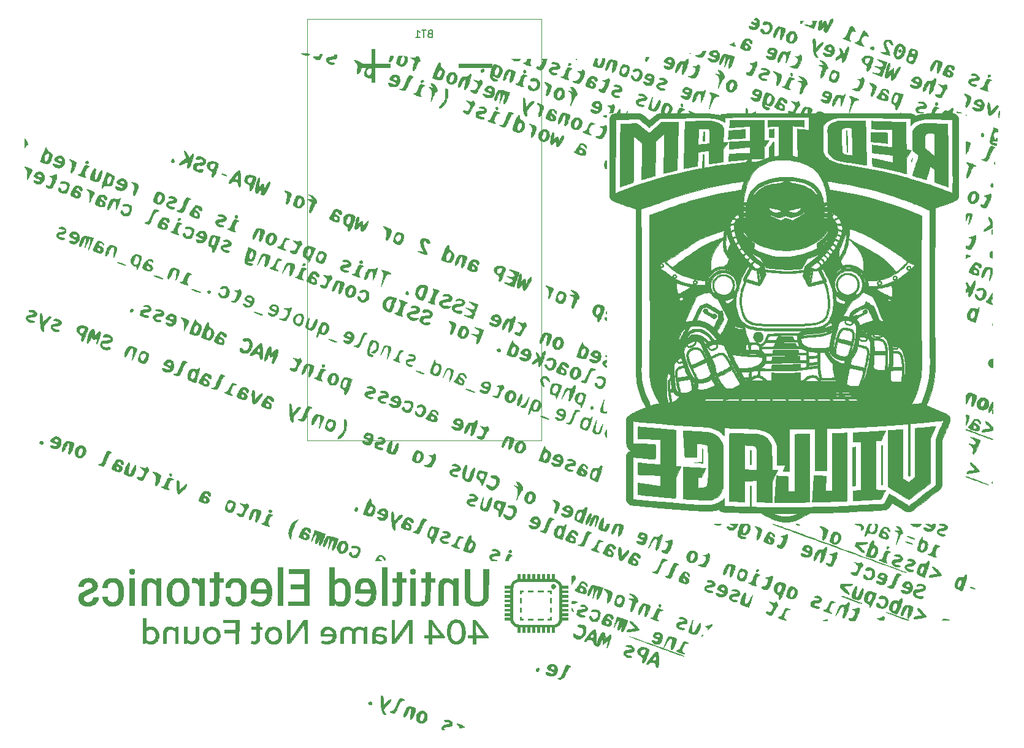
<source format=gbr>
%TF.GenerationSoftware,KiCad,Pcbnew,(6.0.11)*%
%TF.CreationDate,2023-04-07T14:31:02-05:00*%
%TF.ProjectId,GamePip-Back,47616d65-5069-4702-9d42-61636b2e6b69,rev?*%
%TF.SameCoordinates,Original*%
%TF.FileFunction,Legend,Bot*%
%TF.FilePolarity,Positive*%
%FSLAX46Y46*%
G04 Gerber Fmt 4.6, Leading zero omitted, Abs format (unit mm)*
G04 Created by KiCad (PCBNEW (6.0.11)) date 2023-04-07 14:31:02*
%MOMM*%
%LPD*%
G01*
G04 APERTURE LIST*
%ADD10C,0.150000*%
%ADD11C,0.120000*%
%ADD12C,0.010000*%
G04 APERTURE END LIST*
D10*
%TO.C,BT1*%
X132360714Y-58503571D02*
X132217857Y-58551190D01*
X132170238Y-58598809D01*
X132122619Y-58694047D01*
X132122619Y-58836904D01*
X132170238Y-58932142D01*
X132217857Y-58979761D01*
X132313095Y-59027380D01*
X132694047Y-59027380D01*
X132694047Y-58027380D01*
X132360714Y-58027380D01*
X132265476Y-58075000D01*
X132217857Y-58122619D01*
X132170238Y-58217857D01*
X132170238Y-58313095D01*
X132217857Y-58408333D01*
X132265476Y-58455952D01*
X132360714Y-58503571D01*
X132694047Y-58503571D01*
X131836904Y-58027380D02*
X131265476Y-58027380D01*
X131551190Y-59027380D02*
X131551190Y-58027380D01*
X130408333Y-59027380D02*
X130979761Y-59027380D01*
X130694047Y-59027380D02*
X130694047Y-58027380D01*
X130789285Y-58170238D01*
X130884523Y-58265476D01*
X130979761Y-58313095D01*
D11*
X140875000Y-62675000D02*
X136375000Y-62675000D01*
X136375000Y-62675000D02*
X136375000Y-63175000D01*
X136375000Y-63175000D02*
X140875000Y-63175000D01*
X140875000Y-63175000D02*
X140875000Y-62675000D01*
G36*
X140875000Y-62675000D02*
G01*
X136375000Y-62675000D01*
X136375000Y-63175000D01*
X140875000Y-63175000D01*
X140875000Y-62675000D01*
G37*
X124775000Y-65175000D02*
X124275000Y-65175000D01*
X124275000Y-65175000D02*
X124275000Y-60675000D01*
X124275000Y-60675000D02*
X124775000Y-60675000D01*
X124775000Y-60675000D02*
X124775000Y-65175000D01*
G36*
X124775000Y-65175000D02*
G01*
X124275000Y-65175000D01*
X124275000Y-60675000D01*
X124775000Y-60675000D01*
X124775000Y-65175000D01*
G37*
X126825000Y-62675000D02*
X122325000Y-62675000D01*
X122325000Y-62675000D02*
X122325000Y-63175000D01*
X122325000Y-63175000D02*
X126825000Y-63175000D01*
X126825000Y-63175000D02*
X126825000Y-62675000D01*
G36*
X126825000Y-62675000D02*
G01*
X122325000Y-62675000D01*
X122325000Y-63175000D01*
X126825000Y-63175000D01*
X126825000Y-62675000D01*
G37*
X147750000Y-56475000D02*
X115450000Y-56475000D01*
X115450000Y-56475000D02*
X115450000Y-114725000D01*
X115450000Y-114725000D02*
X147750000Y-114725000D01*
X147750000Y-114725000D02*
X147750000Y-56475000D01*
%TO.C,G\u002A\u002A\u002A*%
G36*
X134849305Y-153345043D02*
G01*
X134933959Y-153367793D01*
X135048595Y-153414253D01*
X135162350Y-153474794D01*
X135263864Y-153542259D01*
X135341772Y-153609491D01*
X135369095Y-153641860D01*
X135426361Y-153753287D01*
X135443591Y-153865487D01*
X135422713Y-153973650D01*
X135365654Y-154072969D01*
X135274341Y-154158633D01*
X135150703Y-154225834D01*
X135132109Y-154233056D01*
X135030244Y-154262531D01*
X134899599Y-154287926D01*
X134753675Y-154307306D01*
X134605972Y-154318740D01*
X134517862Y-154320993D01*
X134402513Y-154331066D01*
X134309007Y-154359065D01*
X134245148Y-154402182D01*
X134228561Y-154425017D01*
X134220378Y-154481986D01*
X134245950Y-154546981D01*
X134300388Y-154610742D01*
X134344325Y-154644203D01*
X134390391Y-154678421D01*
X134416436Y-154706099D01*
X134417051Y-154720231D01*
X134402125Y-154719073D01*
X134374713Y-154716175D01*
X134316517Y-154712360D01*
X134239054Y-154708362D01*
X134222112Y-154707598D01*
X134123165Y-154699171D01*
X134057845Y-154679611D01*
X134017644Y-154641861D01*
X133994050Y-154578861D01*
X133981784Y-154508256D01*
X133985746Y-154390039D01*
X134028737Y-154280446D01*
X134107653Y-154184001D01*
X134219389Y-154105229D01*
X134277283Y-154077695D01*
X134332853Y-154060169D01*
X134416662Y-154040436D01*
X134514945Y-154021551D01*
X134569945Y-154012671D01*
X134744815Y-153979238D01*
X134878315Y-153937428D01*
X134970407Y-153887259D01*
X135021052Y-153828750D01*
X135031833Y-153781417D01*
X135011822Y-153724575D01*
X134956311Y-153672983D01*
X134872078Y-153629797D01*
X134765906Y-153598174D01*
X134644575Y-153581271D01*
X134597917Y-153579390D01*
X134485847Y-153570000D01*
X134403327Y-153547036D01*
X134353063Y-153513143D01*
X134337761Y-153470968D01*
X134360128Y-153423157D01*
X134400951Y-153386819D01*
X134483874Y-153348922D01*
X134593859Y-153329055D01*
X134719479Y-153327627D01*
X134849305Y-153345043D01*
G37*
D12*
X134849305Y-153345043D02*
X134933959Y-153367793D01*
X135048595Y-153414253D01*
X135162350Y-153474794D01*
X135263864Y-153542259D01*
X135341772Y-153609491D01*
X135369095Y-153641860D01*
X135426361Y-153753287D01*
X135443591Y-153865487D01*
X135422713Y-153973650D01*
X135365654Y-154072969D01*
X135274341Y-154158633D01*
X135150703Y-154225834D01*
X135132109Y-154233056D01*
X135030244Y-154262531D01*
X134899599Y-154287926D01*
X134753675Y-154307306D01*
X134605972Y-154318740D01*
X134517862Y-154320993D01*
X134402513Y-154331066D01*
X134309007Y-154359065D01*
X134245148Y-154402182D01*
X134228561Y-154425017D01*
X134220378Y-154481986D01*
X134245950Y-154546981D01*
X134300388Y-154610742D01*
X134344325Y-154644203D01*
X134390391Y-154678421D01*
X134416436Y-154706099D01*
X134417051Y-154720231D01*
X134402125Y-154719073D01*
X134374713Y-154716175D01*
X134316517Y-154712360D01*
X134239054Y-154708362D01*
X134222112Y-154707598D01*
X134123165Y-154699171D01*
X134057845Y-154679611D01*
X134017644Y-154641861D01*
X133994050Y-154578861D01*
X133981784Y-154508256D01*
X133985746Y-154390039D01*
X134028737Y-154280446D01*
X134107653Y-154184001D01*
X134219389Y-154105229D01*
X134277283Y-154077695D01*
X134332853Y-154060169D01*
X134416662Y-154040436D01*
X134514945Y-154021551D01*
X134569945Y-154012671D01*
X134744815Y-153979238D01*
X134878315Y-153937428D01*
X134970407Y-153887259D01*
X135021052Y-153828750D01*
X135031833Y-153781417D01*
X135011822Y-153724575D01*
X134956311Y-153672983D01*
X134872078Y-153629797D01*
X134765906Y-153598174D01*
X134644575Y-153581271D01*
X134597917Y-153579390D01*
X134485847Y-153570000D01*
X134403327Y-153547036D01*
X134353063Y-153513143D01*
X134337761Y-153470968D01*
X134360128Y-153423157D01*
X134400951Y-153386819D01*
X134483874Y-153348922D01*
X134593859Y-153329055D01*
X134719479Y-153327627D01*
X134849305Y-153345043D01*
G36*
X136142231Y-153860636D02*
G01*
X136231076Y-153880799D01*
X136352348Y-153918915D01*
X136439417Y-153950062D01*
X136647396Y-154031852D01*
X136819637Y-154109583D01*
X136954939Y-154182537D01*
X137052100Y-154249997D01*
X137109919Y-154311243D01*
X137127333Y-154361409D01*
X137125377Y-154379602D01*
X137114978Y-154392002D01*
X137089340Y-154399718D01*
X137041666Y-154403856D01*
X136965161Y-154405525D01*
X136854812Y-154405833D01*
X136745893Y-154406728D01*
X136647353Y-154409167D01*
X136569618Y-154412787D01*
X136523116Y-154417220D01*
X136521437Y-154417525D01*
X136487975Y-154421037D01*
X136463410Y-154410820D01*
X136439863Y-154379110D01*
X136409460Y-154318143D01*
X136400093Y-154297918D01*
X136315033Y-154158434D01*
X136204302Y-154033956D01*
X136143997Y-153972118D01*
X136097533Y-153919316D01*
X136071889Y-153883717D01*
X136069000Y-153875609D01*
X136087607Y-153858785D01*
X136142231Y-153860636D01*
G37*
X136142231Y-153860636D02*
X136231076Y-153880799D01*
X136352348Y-153918915D01*
X136439417Y-153950062D01*
X136647396Y-154031852D01*
X136819637Y-154109583D01*
X136954939Y-154182537D01*
X137052100Y-154249997D01*
X137109919Y-154311243D01*
X137127333Y-154361409D01*
X137125377Y-154379602D01*
X137114978Y-154392002D01*
X137089340Y-154399718D01*
X137041666Y-154403856D01*
X136965161Y-154405525D01*
X136854812Y-154405833D01*
X136745893Y-154406728D01*
X136647353Y-154409167D01*
X136569618Y-154412787D01*
X136523116Y-154417220D01*
X136521437Y-154417525D01*
X136487975Y-154421037D01*
X136463410Y-154410820D01*
X136439863Y-154379110D01*
X136409460Y-154318143D01*
X136400093Y-154297918D01*
X136315033Y-154158434D01*
X136204302Y-154033956D01*
X136143997Y-153972118D01*
X136097533Y-153919316D01*
X136071889Y-153883717D01*
X136069000Y-153875609D01*
X136087607Y-153858785D01*
X136142231Y-153860636D01*
G36*
X130470684Y-152985319D02*
G01*
X130480462Y-152895631D01*
X130529320Y-152703871D01*
X130612397Y-152528737D01*
X130725756Y-152375814D01*
X130865460Y-152250685D01*
X130986661Y-152177695D01*
X131062404Y-152142816D01*
X131125282Y-152122259D01*
X131192349Y-152112381D01*
X131280655Y-152109543D01*
X131306055Y-152109504D01*
X131435052Y-152116420D01*
X131537145Y-152140607D01*
X131626172Y-152187846D01*
X131715974Y-152263919D01*
X131744634Y-152292711D01*
X131847198Y-152426631D01*
X131919666Y-152580812D01*
X131962476Y-152748366D01*
X131976063Y-152922408D01*
X131960865Y-153096051D01*
X131917317Y-153262408D01*
X131845855Y-153414593D01*
X131746916Y-153545719D01*
X131660408Y-153622126D01*
X131532413Y-153696374D01*
X131385298Y-153749375D01*
X131231803Y-153778443D01*
X131084668Y-153780891D01*
X130987504Y-153764023D01*
X130828975Y-153699381D01*
X130696389Y-153603522D01*
X130592007Y-153480315D01*
X130518089Y-153333632D01*
X130480472Y-153181785D01*
X130907321Y-153181785D01*
X130919708Y-153318474D01*
X130961102Y-153432283D01*
X131013144Y-153501900D01*
X131078185Y-153547342D01*
X131147692Y-153555380D01*
X131224999Y-153525350D01*
X131313446Y-153456585D01*
X131332726Y-153438165D01*
X131427983Y-153322930D01*
X131511239Y-153181045D01*
X131574550Y-153027996D01*
X131605924Y-152905525D01*
X131616828Y-152761952D01*
X131598902Y-152632750D01*
X131553749Y-152525835D01*
X131520053Y-152481686D01*
X131439019Y-152418348D01*
X131354753Y-152395960D01*
X131269695Y-152413518D01*
X131186284Y-152470021D01*
X131106962Y-152564465D01*
X131042646Y-152677816D01*
X130968945Y-152857120D01*
X130923785Y-153026555D01*
X130907321Y-153181785D01*
X130480472Y-153181785D01*
X130476894Y-153167343D01*
X130470684Y-152985319D01*
G37*
X130470684Y-152985319D02*
X130480462Y-152895631D01*
X130529320Y-152703871D01*
X130612397Y-152528737D01*
X130725756Y-152375814D01*
X130865460Y-152250685D01*
X130986661Y-152177695D01*
X131062404Y-152142816D01*
X131125282Y-152122259D01*
X131192349Y-152112381D01*
X131280655Y-152109543D01*
X131306055Y-152109504D01*
X131435052Y-152116420D01*
X131537145Y-152140607D01*
X131626172Y-152187846D01*
X131715974Y-152263919D01*
X131744634Y-152292711D01*
X131847198Y-152426631D01*
X131919666Y-152580812D01*
X131962476Y-152748366D01*
X131976063Y-152922408D01*
X131960865Y-153096051D01*
X131917317Y-153262408D01*
X131845855Y-153414593D01*
X131746916Y-153545719D01*
X131660408Y-153622126D01*
X131532413Y-153696374D01*
X131385298Y-153749375D01*
X131231803Y-153778443D01*
X131084668Y-153780891D01*
X130987504Y-153764023D01*
X130828975Y-153699381D01*
X130696389Y-153603522D01*
X130592007Y-153480315D01*
X130518089Y-153333632D01*
X130480472Y-153181785D01*
X130907321Y-153181785D01*
X130919708Y-153318474D01*
X130961102Y-153432283D01*
X131013144Y-153501900D01*
X131078185Y-153547342D01*
X131147692Y-153555380D01*
X131224999Y-153525350D01*
X131313446Y-153456585D01*
X131332726Y-153438165D01*
X131427983Y-153322930D01*
X131511239Y-153181045D01*
X131574550Y-153027996D01*
X131605924Y-152905525D01*
X131616828Y-152761952D01*
X131598902Y-152632750D01*
X131553749Y-152525835D01*
X131520053Y-152481686D01*
X131439019Y-152418348D01*
X131354753Y-152395960D01*
X131269695Y-152413518D01*
X131186284Y-152470021D01*
X131106962Y-152564465D01*
X131042646Y-152677816D01*
X130968945Y-152857120D01*
X130923785Y-153026555D01*
X130907321Y-153181785D01*
X130480472Y-153181785D01*
X130476894Y-153167343D01*
X130470684Y-152985319D01*
G36*
X129554504Y-151491230D02*
G01*
X129662102Y-151508370D01*
X129786186Y-151533572D01*
X129914945Y-151564098D01*
X130036567Y-151597209D01*
X130139240Y-151630169D01*
X130192172Y-151651082D01*
X130275119Y-151694526D01*
X130324900Y-151741355D01*
X130348008Y-151802862D01*
X130350934Y-151890340D01*
X130348827Y-151923595D01*
X130332494Y-152027935D01*
X130299125Y-152158857D01*
X130251951Y-152308473D01*
X130194198Y-152468893D01*
X130129095Y-152632228D01*
X130059871Y-152790590D01*
X129989753Y-152936090D01*
X129921970Y-153060838D01*
X129859750Y-153156947D01*
X129828308Y-153195569D01*
X129765893Y-153255178D01*
X129717098Y-153280115D01*
X129674561Y-153272478D01*
X129643798Y-153248107D01*
X129624153Y-153203347D01*
X129615818Y-153124071D01*
X129618334Y-153016427D01*
X129631243Y-152886565D01*
X129654087Y-152740633D01*
X129686407Y-152584779D01*
X129696361Y-152543167D01*
X129745808Y-152314369D01*
X129772939Y-152120821D01*
X129777753Y-151962685D01*
X129760249Y-151840127D01*
X129720429Y-151753311D01*
X129697931Y-151728338D01*
X129668493Y-151705906D01*
X129641265Y-151704748D01*
X129598873Y-151725425D01*
X129587603Y-151731907D01*
X129514263Y-151793479D01*
X129437789Y-151893653D01*
X129360349Y-152029033D01*
X129284114Y-152196220D01*
X129272185Y-152225667D01*
X129187338Y-152425786D01*
X129103795Y-152598304D01*
X129023172Y-152740735D01*
X128947085Y-152850594D01*
X128877150Y-152925392D01*
X128814981Y-152962644D01*
X128790771Y-152966500D01*
X128742815Y-152948606D01*
X128715693Y-152896587D01*
X128708997Y-152812934D01*
X128722318Y-152700141D01*
X128755248Y-152560698D01*
X128807379Y-152397100D01*
X128878302Y-152211837D01*
X128936750Y-152075443D01*
X129017631Y-151900746D01*
X129089491Y-151762634D01*
X129155840Y-151657256D01*
X129220189Y-151580763D01*
X129286048Y-151529304D01*
X129356929Y-151499029D01*
X129436342Y-151486086D01*
X129475205Y-151484890D01*
X129554504Y-151491230D01*
G37*
X129554504Y-151491230D02*
X129662102Y-151508370D01*
X129786186Y-151533572D01*
X129914945Y-151564098D01*
X130036567Y-151597209D01*
X130139240Y-151630169D01*
X130192172Y-151651082D01*
X130275119Y-151694526D01*
X130324900Y-151741355D01*
X130348008Y-151802862D01*
X130350934Y-151890340D01*
X130348827Y-151923595D01*
X130332494Y-152027935D01*
X130299125Y-152158857D01*
X130251951Y-152308473D01*
X130194198Y-152468893D01*
X130129095Y-152632228D01*
X130059871Y-152790590D01*
X129989753Y-152936090D01*
X129921970Y-153060838D01*
X129859750Y-153156947D01*
X129828308Y-153195569D01*
X129765893Y-153255178D01*
X129717098Y-153280115D01*
X129674561Y-153272478D01*
X129643798Y-153248107D01*
X129624153Y-153203347D01*
X129615818Y-153124071D01*
X129618334Y-153016427D01*
X129631243Y-152886565D01*
X129654087Y-152740633D01*
X129686407Y-152584779D01*
X129696361Y-152543167D01*
X129745808Y-152314369D01*
X129772939Y-152120821D01*
X129777753Y-151962685D01*
X129760249Y-151840127D01*
X129720429Y-151753311D01*
X129697931Y-151728338D01*
X129668493Y-151705906D01*
X129641265Y-151704748D01*
X129598873Y-151725425D01*
X129587603Y-151731907D01*
X129514263Y-151793479D01*
X129437789Y-151893653D01*
X129360349Y-152029033D01*
X129284114Y-152196220D01*
X129272185Y-152225667D01*
X129187338Y-152425786D01*
X129103795Y-152598304D01*
X129023172Y-152740735D01*
X128947085Y-152850594D01*
X128877150Y-152925392D01*
X128814981Y-152962644D01*
X128790771Y-152966500D01*
X128742815Y-152948606D01*
X128715693Y-152896587D01*
X128708997Y-152812934D01*
X128722318Y-152700141D01*
X128755248Y-152560698D01*
X128807379Y-152397100D01*
X128878302Y-152211837D01*
X128936750Y-152075443D01*
X129017631Y-151900746D01*
X129089491Y-151762634D01*
X129155840Y-151657256D01*
X129220189Y-151580763D01*
X129286048Y-151529304D01*
X129356929Y-151499029D01*
X129436342Y-151486086D01*
X129475205Y-151484890D01*
X129554504Y-151491230D01*
G36*
X125696920Y-150003697D02*
G01*
X125754125Y-150016137D01*
X125804835Y-150050012D01*
X125846806Y-150122439D01*
X125880145Y-150233964D01*
X125904957Y-150385135D01*
X125921347Y-150576496D01*
X125929420Y-150808595D01*
X125930371Y-150931070D01*
X125930576Y-151368417D01*
X126284913Y-151004833D01*
X126432535Y-150855895D01*
X126556157Y-150737129D01*
X126658813Y-150646133D01*
X126743537Y-150580500D01*
X126813364Y-150537828D01*
X126871328Y-150515712D01*
X126907977Y-150511167D01*
X126951085Y-150517513D01*
X126966137Y-150545505D01*
X126967333Y-150570620D01*
X126954022Y-150636781D01*
X126913485Y-150722954D01*
X126844817Y-150830353D01*
X126747113Y-150960193D01*
X126619468Y-151113688D01*
X126460977Y-151292054D01*
X126302725Y-151462647D01*
X126210309Y-151562995D01*
X126125385Y-151659449D01*
X126053412Y-151745474D01*
X125999852Y-151814537D01*
X125970164Y-151860102D01*
X125969528Y-151861388D01*
X125947875Y-151914711D01*
X125939402Y-151965450D01*
X125946174Y-152020517D01*
X125970255Y-152086826D01*
X126013711Y-152171289D01*
X126078608Y-152280821D01*
X126109973Y-152331500D01*
X126178431Y-152445648D01*
X126220967Y-152528964D01*
X126237354Y-152584255D01*
X126227366Y-152614331D01*
X126190777Y-152622002D01*
X126127362Y-152610075D01*
X126088473Y-152598578D01*
X125990784Y-152559297D01*
X125918211Y-152506524D01*
X125857836Y-152429180D01*
X125825771Y-152373326D01*
X125777410Y-152259035D01*
X125732710Y-152106488D01*
X125692187Y-151919645D01*
X125656361Y-151702469D01*
X125625749Y-151458919D01*
X125600868Y-151192957D01*
X125582238Y-150908543D01*
X125570375Y-150609638D01*
X125566332Y-150389383D01*
X125566771Y-150245812D01*
X125572725Y-150139954D01*
X125586453Y-150067310D01*
X125610221Y-150023383D01*
X125646289Y-150003678D01*
X125696920Y-150003697D01*
G37*
X125696920Y-150003697D02*
X125754125Y-150016137D01*
X125804835Y-150050012D01*
X125846806Y-150122439D01*
X125880145Y-150233964D01*
X125904957Y-150385135D01*
X125921347Y-150576496D01*
X125929420Y-150808595D01*
X125930371Y-150931070D01*
X125930576Y-151368417D01*
X126284913Y-151004833D01*
X126432535Y-150855895D01*
X126556157Y-150737129D01*
X126658813Y-150646133D01*
X126743537Y-150580500D01*
X126813364Y-150537828D01*
X126871328Y-150515712D01*
X126907977Y-150511167D01*
X126951085Y-150517513D01*
X126966137Y-150545505D01*
X126967333Y-150570620D01*
X126954022Y-150636781D01*
X126913485Y-150722954D01*
X126844817Y-150830353D01*
X126747113Y-150960193D01*
X126619468Y-151113688D01*
X126460977Y-151292054D01*
X126302725Y-151462647D01*
X126210309Y-151562995D01*
X126125385Y-151659449D01*
X126053412Y-151745474D01*
X125999852Y-151814537D01*
X125970164Y-151860102D01*
X125969528Y-151861388D01*
X125947875Y-151914711D01*
X125939402Y-151965450D01*
X125946174Y-152020517D01*
X125970255Y-152086826D01*
X126013711Y-152171289D01*
X126078608Y-152280821D01*
X126109973Y-152331500D01*
X126178431Y-152445648D01*
X126220967Y-152528964D01*
X126237354Y-152584255D01*
X126227366Y-152614331D01*
X126190777Y-152622002D01*
X126127362Y-152610075D01*
X126088473Y-152598578D01*
X125990784Y-152559297D01*
X125918211Y-152506524D01*
X125857836Y-152429180D01*
X125825771Y-152373326D01*
X125777410Y-152259035D01*
X125732710Y-152106488D01*
X125692187Y-151919645D01*
X125656361Y-151702469D01*
X125625749Y-151458919D01*
X125600868Y-151192957D01*
X125582238Y-150908543D01*
X125570375Y-150609638D01*
X125566332Y-150389383D01*
X125566771Y-150245812D01*
X125572725Y-150139954D01*
X125586453Y-150067310D01*
X125610221Y-150023383D01*
X125646289Y-150003678D01*
X125696920Y-150003697D01*
G36*
X128393835Y-150387666D02*
G01*
X128491598Y-150412941D01*
X128595947Y-150447518D01*
X128691396Y-150486279D01*
X128761208Y-150523276D01*
X128801549Y-150557582D01*
X128806264Y-150586489D01*
X128773472Y-150612039D01*
X128701291Y-150636274D01*
X128644792Y-150649638D01*
X128531682Y-150679395D01*
X128432456Y-150718740D01*
X128344170Y-150771417D01*
X128263880Y-150841169D01*
X128188642Y-150931739D01*
X128115512Y-151046872D01*
X128041545Y-151190311D01*
X127963799Y-151365800D01*
X127879328Y-151577083D01*
X127845341Y-151666243D01*
X127765966Y-151871939D01*
X127695977Y-152039900D01*
X127632320Y-152172853D01*
X127571942Y-152273526D01*
X127511789Y-152344650D01*
X127448809Y-152388952D01*
X127379947Y-152409160D01*
X127302151Y-152408004D01*
X127212368Y-152388212D01*
X127107544Y-152352512D01*
X127086438Y-152344451D01*
X126969001Y-152295867D01*
X126891109Y-152255807D01*
X126851105Y-152223084D01*
X126847329Y-152196507D01*
X126861500Y-152183181D01*
X126897245Y-152168786D01*
X126960884Y-152149822D01*
X127038857Y-152130318D01*
X127041417Y-152129734D01*
X127147460Y-152100639D01*
X127240665Y-152062382D01*
X127323918Y-152011211D01*
X127400106Y-151943372D01*
X127472114Y-151855111D01*
X127542830Y-151742675D01*
X127615140Y-151602310D01*
X127691929Y-151430261D01*
X127776085Y-151222776D01*
X127814000Y-151125000D01*
X127886422Y-150939733D01*
X127948065Y-150790187D01*
X128001169Y-150671805D01*
X128047974Y-150580026D01*
X128090721Y-150510291D01*
X128131652Y-150458042D01*
X128152101Y-150437083D01*
X128203504Y-150395974D01*
X128254990Y-150378666D01*
X128318142Y-150376811D01*
X128393835Y-150387666D01*
G37*
X128393835Y-150387666D02*
X128491598Y-150412941D01*
X128595947Y-150447518D01*
X128691396Y-150486279D01*
X128761208Y-150523276D01*
X128801549Y-150557582D01*
X128806264Y-150586489D01*
X128773472Y-150612039D01*
X128701291Y-150636274D01*
X128644792Y-150649638D01*
X128531682Y-150679395D01*
X128432456Y-150718740D01*
X128344170Y-150771417D01*
X128263880Y-150841169D01*
X128188642Y-150931739D01*
X128115512Y-151046872D01*
X128041545Y-151190311D01*
X127963799Y-151365800D01*
X127879328Y-151577083D01*
X127845341Y-151666243D01*
X127765966Y-151871939D01*
X127695977Y-152039900D01*
X127632320Y-152172853D01*
X127571942Y-152273526D01*
X127511789Y-152344650D01*
X127448809Y-152388952D01*
X127379947Y-152409160D01*
X127302151Y-152408004D01*
X127212368Y-152388212D01*
X127107544Y-152352512D01*
X127086438Y-152344451D01*
X126969001Y-152295867D01*
X126891109Y-152255807D01*
X126851105Y-152223084D01*
X126847329Y-152196507D01*
X126861500Y-152183181D01*
X126897245Y-152168786D01*
X126960884Y-152149822D01*
X127038857Y-152130318D01*
X127041417Y-152129734D01*
X127147460Y-152100639D01*
X127240665Y-152062382D01*
X127323918Y-152011211D01*
X127400106Y-151943372D01*
X127472114Y-151855111D01*
X127542830Y-151742675D01*
X127615140Y-151602310D01*
X127691929Y-151430261D01*
X127776085Y-151222776D01*
X127814000Y-151125000D01*
X127886422Y-150939733D01*
X127948065Y-150790187D01*
X128001169Y-150671805D01*
X128047974Y-150580026D01*
X128090721Y-150510291D01*
X128131652Y-150458042D01*
X128152101Y-150437083D01*
X128203504Y-150395974D01*
X128254990Y-150378666D01*
X128318142Y-150376811D01*
X128393835Y-150387666D01*
G36*
X124220953Y-150854172D02*
G01*
X124229364Y-150859684D01*
X124280886Y-150914039D01*
X124318020Y-150987850D01*
X124338106Y-151068753D01*
X124338483Y-151144384D01*
X124316490Y-151202377D01*
X124305625Y-151214064D01*
X124232916Y-151250517D01*
X124138117Y-151257700D01*
X124049019Y-151240624D01*
X123953214Y-151197988D01*
X123881514Y-151138640D01*
X123841039Y-151069594D01*
X123834667Y-151029479D01*
X123853922Y-150959872D01*
X123904870Y-150900552D01*
X123977277Y-150855921D01*
X124060914Y-150830380D01*
X124145549Y-150828330D01*
X124220953Y-150854172D01*
G37*
X124220953Y-150854172D02*
X124229364Y-150859684D01*
X124280886Y-150914039D01*
X124318020Y-150987850D01*
X124338106Y-151068753D01*
X124338483Y-151144384D01*
X124316490Y-151202377D01*
X124305625Y-151214064D01*
X124232916Y-151250517D01*
X124138117Y-151257700D01*
X124049019Y-151240624D01*
X123953214Y-151197988D01*
X123881514Y-151138640D01*
X123841039Y-151069594D01*
X123834667Y-151029479D01*
X123853922Y-150959872D01*
X123904870Y-150900552D01*
X123977277Y-150855921D01*
X124060914Y-150830380D01*
X124145549Y-150828330D01*
X124220953Y-150854172D01*
G36*
X151352721Y-145756536D02*
G01*
X151433027Y-145772360D01*
X151521634Y-145801110D01*
X151609241Y-145838240D01*
X151686547Y-145879203D01*
X151744250Y-145919451D01*
X151773049Y-145954438D01*
X151774667Y-145962798D01*
X151756327Y-145978491D01*
X151710588Y-145996725D01*
X151693116Y-146001828D01*
X151624816Y-146029065D01*
X151565636Y-146066631D01*
X151560174Y-146071435D01*
X151481919Y-146160709D01*
X151397847Y-146289017D01*
X151307655Y-146456948D01*
X151211043Y-146665089D01*
X151107707Y-146914029D01*
X151046749Y-147071583D01*
X151004986Y-147180943D01*
X150967581Y-147276977D01*
X150937430Y-147352397D01*
X150917429Y-147399913D01*
X150911439Y-147412097D01*
X150888641Y-147430694D01*
X150837136Y-147465504D01*
X150764516Y-147511941D01*
X150678370Y-147565415D01*
X150586291Y-147621340D01*
X150495869Y-147675128D01*
X150414696Y-147722190D01*
X150350363Y-147757940D01*
X150310460Y-147777790D01*
X150302152Y-147780322D01*
X150275216Y-147771240D01*
X150220830Y-147747373D01*
X150149199Y-147713274D01*
X150124304Y-147700947D01*
X150031022Y-147651437D01*
X149976914Y-147614972D01*
X149961377Y-147590101D01*
X149983812Y-147575371D01*
X150043617Y-147569334D01*
X150069666Y-147569000D01*
X150153643Y-147564285D01*
X150228480Y-147548021D01*
X150296530Y-147517024D01*
X150360149Y-147468113D01*
X150421690Y-147398106D01*
X150483507Y-147303822D01*
X150547955Y-147182078D01*
X150617387Y-147029694D01*
X150694158Y-146843485D01*
X150780623Y-146620272D01*
X150790067Y-146595333D01*
X150871446Y-146383604D01*
X150942101Y-146208972D01*
X151004194Y-146068212D01*
X151059890Y-145958098D01*
X151111352Y-145875404D01*
X151160745Y-145816903D01*
X151210233Y-145779372D01*
X151261978Y-145759582D01*
X151318146Y-145754309D01*
X151352721Y-145756536D01*
G37*
X151352721Y-145756536D02*
X151433027Y-145772360D01*
X151521634Y-145801110D01*
X151609241Y-145838240D01*
X151686547Y-145879203D01*
X151744250Y-145919451D01*
X151773049Y-145954438D01*
X151774667Y-145962798D01*
X151756327Y-145978491D01*
X151710588Y-145996725D01*
X151693116Y-146001828D01*
X151624816Y-146029065D01*
X151565636Y-146066631D01*
X151560174Y-146071435D01*
X151481919Y-146160709D01*
X151397847Y-146289017D01*
X151307655Y-146456948D01*
X151211043Y-146665089D01*
X151107707Y-146914029D01*
X151046749Y-147071583D01*
X151004986Y-147180943D01*
X150967581Y-147276977D01*
X150937430Y-147352397D01*
X150917429Y-147399913D01*
X150911439Y-147412097D01*
X150888641Y-147430694D01*
X150837136Y-147465504D01*
X150764516Y-147511941D01*
X150678370Y-147565415D01*
X150586291Y-147621340D01*
X150495869Y-147675128D01*
X150414696Y-147722190D01*
X150350363Y-147757940D01*
X150310460Y-147777790D01*
X150302152Y-147780322D01*
X150275216Y-147771240D01*
X150220830Y-147747373D01*
X150149199Y-147713274D01*
X150124304Y-147700947D01*
X150031022Y-147651437D01*
X149976914Y-147614972D01*
X149961377Y-147590101D01*
X149983812Y-147575371D01*
X150043617Y-147569334D01*
X150069666Y-147569000D01*
X150153643Y-147564285D01*
X150228480Y-147548021D01*
X150296530Y-147517024D01*
X150360149Y-147468113D01*
X150421690Y-147398106D01*
X150483507Y-147303822D01*
X150547955Y-147182078D01*
X150617387Y-147029694D01*
X150694158Y-146843485D01*
X150780623Y-146620272D01*
X150790067Y-146595333D01*
X150871446Y-146383604D01*
X150942101Y-146208972D01*
X151004194Y-146068212D01*
X151059890Y-145958098D01*
X151111352Y-145875404D01*
X151160745Y-145816903D01*
X151210233Y-145779372D01*
X151261978Y-145759582D01*
X151318146Y-145754309D01*
X151352721Y-145756536D01*
G36*
X148572673Y-146020428D02*
G01*
X148621959Y-145939992D01*
X148728696Y-145808844D01*
X148854687Y-145709902D01*
X148994252Y-145642968D01*
X149141708Y-145607842D01*
X149291374Y-145604324D01*
X149437569Y-145632216D01*
X149574611Y-145691317D01*
X149696820Y-145781429D01*
X149798515Y-145902352D01*
X149844109Y-145982883D01*
X149898889Y-146137135D01*
X149927316Y-146310341D01*
X149929249Y-146489583D01*
X149904542Y-146661939D01*
X149853345Y-146813870D01*
X149774993Y-146945574D01*
X149672384Y-147065332D01*
X149555504Y-147163306D01*
X149434344Y-147229655D01*
X149429194Y-147231647D01*
X149286637Y-147269572D01*
X149123872Y-147286601D01*
X148957869Y-147282078D01*
X148806800Y-147255674D01*
X148673275Y-147207070D01*
X148553531Y-147139777D01*
X148456834Y-147060181D01*
X148392450Y-146974665D01*
X148388961Y-146967734D01*
X148353363Y-146874422D01*
X148349960Y-146807842D01*
X148378893Y-146767955D01*
X148440302Y-146754721D01*
X148534329Y-146768101D01*
X148661114Y-146808056D01*
X148783200Y-146857803D01*
X148950314Y-146921357D01*
X149098179Y-146958080D01*
X149223811Y-146967860D01*
X149324226Y-146950583D01*
X149396438Y-146906136D01*
X149416046Y-146881821D01*
X149436584Y-146842768D01*
X149434549Y-146808059D01*
X149415843Y-146767103D01*
X149380182Y-146718846D01*
X149320911Y-146670441D01*
X149233394Y-146619068D01*
X149112994Y-146561908D01*
X148999691Y-146514101D01*
X148849343Y-146448646D01*
X148732667Y-146387382D01*
X148641916Y-146325735D01*
X148571101Y-146261000D01*
X148535086Y-146212173D01*
X148522527Y-146160948D01*
X148524986Y-146148501D01*
X149001833Y-146148501D01*
X149022160Y-146215078D01*
X149079916Y-146280105D01*
X149170262Y-146339671D01*
X149288358Y-146389866D01*
X149308750Y-146396529D01*
X149386176Y-146417799D01*
X149439293Y-146421414D01*
X149482765Y-146406255D01*
X149519766Y-146380397D01*
X149550171Y-146353582D01*
X149566712Y-146325314D01*
X149572567Y-146283250D01*
X149570912Y-146215050D01*
X149569419Y-146187513D01*
X149563324Y-146107680D01*
X149552386Y-146055768D01*
X149530911Y-146017373D01*
X149493206Y-145978091D01*
X149482859Y-145968533D01*
X149403468Y-145913664D01*
X149321535Y-145897145D01*
X149227398Y-145917470D01*
X149206889Y-145925559D01*
X149131217Y-145969138D01*
X149065247Y-146028187D01*
X149018837Y-146091987D01*
X149001833Y-146148501D01*
X148524986Y-146148501D01*
X148534648Y-146099606D01*
X148572673Y-146020428D01*
G37*
X148572673Y-146020428D02*
X148621959Y-145939992D01*
X148728696Y-145808844D01*
X148854687Y-145709902D01*
X148994252Y-145642968D01*
X149141708Y-145607842D01*
X149291374Y-145604324D01*
X149437569Y-145632216D01*
X149574611Y-145691317D01*
X149696820Y-145781429D01*
X149798515Y-145902352D01*
X149844109Y-145982883D01*
X149898889Y-146137135D01*
X149927316Y-146310341D01*
X149929249Y-146489583D01*
X149904542Y-146661939D01*
X149853345Y-146813870D01*
X149774993Y-146945574D01*
X149672384Y-147065332D01*
X149555504Y-147163306D01*
X149434344Y-147229655D01*
X149429194Y-147231647D01*
X149286637Y-147269572D01*
X149123872Y-147286601D01*
X148957869Y-147282078D01*
X148806800Y-147255674D01*
X148673275Y-147207070D01*
X148553531Y-147139777D01*
X148456834Y-147060181D01*
X148392450Y-146974665D01*
X148388961Y-146967734D01*
X148353363Y-146874422D01*
X148349960Y-146807842D01*
X148378893Y-146767955D01*
X148440302Y-146754721D01*
X148534329Y-146768101D01*
X148661114Y-146808056D01*
X148783200Y-146857803D01*
X148950314Y-146921357D01*
X149098179Y-146958080D01*
X149223811Y-146967860D01*
X149324226Y-146950583D01*
X149396438Y-146906136D01*
X149416046Y-146881821D01*
X149436584Y-146842768D01*
X149434549Y-146808059D01*
X149415843Y-146767103D01*
X149380182Y-146718846D01*
X149320911Y-146670441D01*
X149233394Y-146619068D01*
X149112994Y-146561908D01*
X148999691Y-146514101D01*
X148849343Y-146448646D01*
X148732667Y-146387382D01*
X148641916Y-146325735D01*
X148571101Y-146261000D01*
X148535086Y-146212173D01*
X148522527Y-146160948D01*
X148524986Y-146148501D01*
X149001833Y-146148501D01*
X149022160Y-146215078D01*
X149079916Y-146280105D01*
X149170262Y-146339671D01*
X149288358Y-146389866D01*
X149308750Y-146396529D01*
X149386176Y-146417799D01*
X149439293Y-146421414D01*
X149482765Y-146406255D01*
X149519766Y-146380397D01*
X149550171Y-146353582D01*
X149566712Y-146325314D01*
X149572567Y-146283250D01*
X149570912Y-146215050D01*
X149569419Y-146187513D01*
X149563324Y-146107680D01*
X149552386Y-146055768D01*
X149530911Y-146017373D01*
X149493206Y-145978091D01*
X149482859Y-145968533D01*
X149403468Y-145913664D01*
X149321535Y-145897145D01*
X149227398Y-145917470D01*
X149206889Y-145925559D01*
X149131217Y-145969138D01*
X149065247Y-146028187D01*
X149018837Y-146091987D01*
X149001833Y-146148501D01*
X148524986Y-146148501D01*
X148534648Y-146099606D01*
X148572673Y-146020428D01*
G36*
X147382646Y-146189344D02*
G01*
X147415691Y-146210636D01*
X147431269Y-146244056D01*
X147435471Y-146303803D01*
X147435500Y-146312561D01*
X147420200Y-146411435D01*
X147379328Y-146507294D01*
X147320428Y-146586114D01*
X147266394Y-146626965D01*
X147203988Y-146652919D01*
X147153416Y-146652731D01*
X147094464Y-146627091D01*
X147037207Y-146574339D01*
X147002717Y-146499668D01*
X146998676Y-146420714D01*
X147000632Y-146411671D01*
X147035910Y-146340345D01*
X147098253Y-146275110D01*
X147176842Y-146222261D01*
X147260859Y-146188095D01*
X147339486Y-146178907D01*
X147382646Y-146189344D01*
G37*
X147382646Y-146189344D02*
X147415691Y-146210636D01*
X147431269Y-146244056D01*
X147435471Y-146303803D01*
X147435500Y-146312561D01*
X147420200Y-146411435D01*
X147379328Y-146507294D01*
X147320428Y-146586114D01*
X147266394Y-146626965D01*
X147203988Y-146652919D01*
X147153416Y-146652731D01*
X147094464Y-146627091D01*
X147037207Y-146574339D01*
X147002717Y-146499668D01*
X146998676Y-146420714D01*
X147000632Y-146411671D01*
X147035910Y-146340345D01*
X147098253Y-146275110D01*
X147176842Y-146222261D01*
X147260859Y-146188095D01*
X147339486Y-146178907D01*
X147382646Y-146189344D01*
G36*
X162717348Y-144885786D02*
G01*
X162830675Y-144737274D01*
X162947262Y-144590917D01*
X163063931Y-144450872D01*
X163177498Y-144321299D01*
X163284784Y-144206356D01*
X163382607Y-144110200D01*
X163467787Y-144036990D01*
X163537142Y-143990884D01*
X163544035Y-143987472D01*
X163631668Y-143950171D01*
X163693980Y-143935927D01*
X163740836Y-143944258D01*
X163782100Y-143974681D01*
X163783189Y-143975765D01*
X163814243Y-144016902D01*
X163839560Y-144075154D01*
X163860132Y-144155539D01*
X163876953Y-144263074D01*
X163891015Y-144402777D01*
X163903311Y-144579666D01*
X163903598Y-144584500D01*
X163917264Y-144876983D01*
X163922840Y-145151126D01*
X163920466Y-145402531D01*
X163910284Y-145626801D01*
X163892434Y-145819541D01*
X163867058Y-145976353D01*
X163857655Y-146017104D01*
X163834641Y-146108500D01*
X163734535Y-146108500D01*
X163672521Y-146106064D01*
X163637222Y-146092674D01*
X163613058Y-146059212D01*
X163598949Y-146029125D01*
X163574917Y-145961156D01*
X163553024Y-145875955D01*
X163544187Y-145829639D01*
X163502582Y-145678684D01*
X163429416Y-145555105D01*
X163322353Y-145455650D01*
X163239262Y-145405368D01*
X163125599Y-145366982D01*
X163000041Y-145358097D01*
X162874402Y-145376856D01*
X162760496Y-145421403D01*
X162670138Y-145489881D01*
X162664917Y-145495617D01*
X162600326Y-145555193D01*
X162524738Y-145604879D01*
X162446773Y-145641498D01*
X162375050Y-145661877D01*
X162318191Y-145662841D01*
X162284814Y-145641216D01*
X162282589Y-145636423D01*
X162284017Y-145589255D01*
X162310973Y-145515135D01*
X162360277Y-145418221D01*
X162428748Y-145302671D01*
X162513204Y-145172643D01*
X162602811Y-145043339D01*
X163104478Y-145043339D01*
X163107673Y-145061339D01*
X163141920Y-145119059D01*
X163203791Y-145156985D01*
X163282257Y-145172587D01*
X163366287Y-145163336D01*
X163431354Y-145135584D01*
X163506325Y-145067217D01*
X163561286Y-144972558D01*
X163591180Y-144864922D01*
X163590949Y-144757622D01*
X163585152Y-144730757D01*
X163551362Y-144646379D01*
X163505952Y-144591853D01*
X163454035Y-144572334D01*
X163431535Y-144575810D01*
X163351576Y-144617611D01*
X163273241Y-144686689D01*
X163202946Y-144773421D01*
X163147108Y-144868188D01*
X163112147Y-144961367D01*
X163104478Y-145043339D01*
X162602811Y-145043339D01*
X162610464Y-145032296D01*
X162717348Y-144885786D01*
G37*
X162717348Y-144885786D02*
X162830675Y-144737274D01*
X162947262Y-144590917D01*
X163063931Y-144450872D01*
X163177498Y-144321299D01*
X163284784Y-144206356D01*
X163382607Y-144110200D01*
X163467787Y-144036990D01*
X163537142Y-143990884D01*
X163544035Y-143987472D01*
X163631668Y-143950171D01*
X163693980Y-143935927D01*
X163740836Y-143944258D01*
X163782100Y-143974681D01*
X163783189Y-143975765D01*
X163814243Y-144016902D01*
X163839560Y-144075154D01*
X163860132Y-144155539D01*
X163876953Y-144263074D01*
X163891015Y-144402777D01*
X163903311Y-144579666D01*
X163903598Y-144584500D01*
X163917264Y-144876983D01*
X163922840Y-145151126D01*
X163920466Y-145402531D01*
X163910284Y-145626801D01*
X163892434Y-145819541D01*
X163867058Y-145976353D01*
X163857655Y-146017104D01*
X163834641Y-146108500D01*
X163734535Y-146108500D01*
X163672521Y-146106064D01*
X163637222Y-146092674D01*
X163613058Y-146059212D01*
X163598949Y-146029125D01*
X163574917Y-145961156D01*
X163553024Y-145875955D01*
X163544187Y-145829639D01*
X163502582Y-145678684D01*
X163429416Y-145555105D01*
X163322353Y-145455650D01*
X163239262Y-145405368D01*
X163125599Y-145366982D01*
X163000041Y-145358097D01*
X162874402Y-145376856D01*
X162760496Y-145421403D01*
X162670138Y-145489881D01*
X162664917Y-145495617D01*
X162600326Y-145555193D01*
X162524738Y-145604879D01*
X162446773Y-145641498D01*
X162375050Y-145661877D01*
X162318191Y-145662841D01*
X162284814Y-145641216D01*
X162282589Y-145636423D01*
X162284017Y-145589255D01*
X162310973Y-145515135D01*
X162360277Y-145418221D01*
X162428748Y-145302671D01*
X162513204Y-145172643D01*
X162602811Y-145043339D01*
X163104478Y-145043339D01*
X163107673Y-145061339D01*
X163141920Y-145119059D01*
X163203791Y-145156985D01*
X163282257Y-145172587D01*
X163366287Y-145163336D01*
X163431354Y-145135584D01*
X163506325Y-145067217D01*
X163561286Y-144972558D01*
X163591180Y-144864922D01*
X163590949Y-144757622D01*
X163585152Y-144730757D01*
X163551362Y-144646379D01*
X163505952Y-144591853D01*
X163454035Y-144572334D01*
X163431535Y-144575810D01*
X163351576Y-144617611D01*
X163273241Y-144686689D01*
X163202946Y-144773421D01*
X163147108Y-144868188D01*
X163112147Y-144961367D01*
X163104478Y-145043339D01*
X162602811Y-145043339D01*
X162610464Y-145032296D01*
X162717348Y-144885786D01*
G36*
X161016853Y-143874423D02*
G01*
X161036095Y-143730713D01*
X161091606Y-143601844D01*
X161179037Y-143490721D01*
X161294041Y-143400248D01*
X161432269Y-143333331D01*
X161589374Y-143292876D01*
X161761008Y-143281786D01*
X161887042Y-143292987D01*
X162002642Y-143316865D01*
X162128084Y-143353255D01*
X162251995Y-143397849D01*
X162363002Y-143446338D01*
X162449731Y-143494413D01*
X162482256Y-143518503D01*
X162522896Y-143555877D01*
X162545798Y-143588771D01*
X162555931Y-143631043D01*
X162558262Y-143696549D01*
X162558137Y-143730169D01*
X162547768Y-143831427D01*
X162519566Y-143962896D01*
X162476247Y-144117780D01*
X162420527Y-144289278D01*
X162355123Y-144470592D01*
X162282751Y-144654924D01*
X162206126Y-144835475D01*
X162127966Y-145005445D01*
X162050986Y-145158036D01*
X161977903Y-145286450D01*
X161911434Y-145383888D01*
X161884892Y-145415292D01*
X161823978Y-145462359D01*
X161767993Y-145468785D01*
X161719552Y-145434401D01*
X161713617Y-145426457D01*
X161690370Y-145364966D01*
X161681669Y-145275538D01*
X161687488Y-145169981D01*
X161707804Y-145060104D01*
X161714437Y-145035764D01*
X161737140Y-144914557D01*
X161727944Y-144808043D01*
X161684450Y-144711267D01*
X161604259Y-144619272D01*
X161484971Y-144527102D01*
X161460348Y-144510876D01*
X161293895Y-144389668D01*
X161168051Y-144266502D01*
X161081095Y-144138911D01*
X161034018Y-144011744D01*
X161388764Y-144011744D01*
X161389820Y-144026554D01*
X161414079Y-144159354D01*
X161464622Y-144262230D01*
X161544093Y-144340376D01*
X161552649Y-144346303D01*
X161644767Y-144387092D01*
X161741728Y-144386901D01*
X161821041Y-144359506D01*
X161918146Y-144290804D01*
X162003027Y-144183935D01*
X162073483Y-144041860D01*
X162089724Y-143997917D01*
X162125643Y-143873284D01*
X162143458Y-143762902D01*
X162142715Y-143673922D01*
X162122958Y-143613494D01*
X162114801Y-143603491D01*
X162054154Y-143568038D01*
X161963577Y-143554763D01*
X161840173Y-143563349D01*
X161801781Y-143569218D01*
X161687720Y-143592225D01*
X161605059Y-143619829D01*
X161542867Y-143656691D01*
X161497934Y-143698780D01*
X161428755Y-143793327D01*
X161393890Y-143893027D01*
X161388764Y-144011744D01*
X161034018Y-144011744D01*
X161031308Y-144004424D01*
X161016853Y-143874423D01*
G37*
X161016853Y-143874423D02*
X161036095Y-143730713D01*
X161091606Y-143601844D01*
X161179037Y-143490721D01*
X161294041Y-143400248D01*
X161432269Y-143333331D01*
X161589374Y-143292876D01*
X161761008Y-143281786D01*
X161887042Y-143292987D01*
X162002642Y-143316865D01*
X162128084Y-143353255D01*
X162251995Y-143397849D01*
X162363002Y-143446338D01*
X162449731Y-143494413D01*
X162482256Y-143518503D01*
X162522896Y-143555877D01*
X162545798Y-143588771D01*
X162555931Y-143631043D01*
X162558262Y-143696549D01*
X162558137Y-143730169D01*
X162547768Y-143831427D01*
X162519566Y-143962896D01*
X162476247Y-144117780D01*
X162420527Y-144289278D01*
X162355123Y-144470592D01*
X162282751Y-144654924D01*
X162206126Y-144835475D01*
X162127966Y-145005445D01*
X162050986Y-145158036D01*
X161977903Y-145286450D01*
X161911434Y-145383888D01*
X161884892Y-145415292D01*
X161823978Y-145462359D01*
X161767993Y-145468785D01*
X161719552Y-145434401D01*
X161713617Y-145426457D01*
X161690370Y-145364966D01*
X161681669Y-145275538D01*
X161687488Y-145169981D01*
X161707804Y-145060104D01*
X161714437Y-145035764D01*
X161737140Y-144914557D01*
X161727944Y-144808043D01*
X161684450Y-144711267D01*
X161604259Y-144619272D01*
X161484971Y-144527102D01*
X161460348Y-144510876D01*
X161293895Y-144389668D01*
X161168051Y-144266502D01*
X161081095Y-144138911D01*
X161034018Y-144011744D01*
X161388764Y-144011744D01*
X161389820Y-144026554D01*
X161414079Y-144159354D01*
X161464622Y-144262230D01*
X161544093Y-144340376D01*
X161552649Y-144346303D01*
X161644767Y-144387092D01*
X161741728Y-144386901D01*
X161821041Y-144359506D01*
X161918146Y-144290804D01*
X162003027Y-144183935D01*
X162073483Y-144041860D01*
X162089724Y-143997917D01*
X162125643Y-143873284D01*
X162143458Y-143762902D01*
X162142715Y-143673922D01*
X162122958Y-143613494D01*
X162114801Y-143603491D01*
X162054154Y-143568038D01*
X161963577Y-143554763D01*
X161840173Y-143563349D01*
X161801781Y-143569218D01*
X161687720Y-143592225D01*
X161605059Y-143619829D01*
X161542867Y-143656691D01*
X161497934Y-143698780D01*
X161428755Y-143793327D01*
X161393890Y-143893027D01*
X161388764Y-144011744D01*
X161034018Y-144011744D01*
X161031308Y-144004424D01*
X161016853Y-143874423D01*
G36*
X159970749Y-143003422D02*
G01*
X160123514Y-143058004D01*
X160139611Y-143065564D01*
X160294587Y-143152626D01*
X160412707Y-143248421D01*
X160499256Y-143357638D01*
X160528452Y-143410652D01*
X160570524Y-143537596D01*
X160572642Y-143658253D01*
X160537162Y-143767659D01*
X160466443Y-143860852D01*
X160362842Y-143932866D01*
X160262460Y-143970677D01*
X160209252Y-143981049D01*
X160126205Y-143992710D01*
X160025713Y-144004066D01*
X159942865Y-144011717D01*
X159779824Y-144029670D01*
X159652561Y-144054481D01*
X159554823Y-144087985D01*
X159480353Y-144132019D01*
X159453175Y-144155366D01*
X159406942Y-144212645D01*
X159400379Y-144262902D01*
X159434007Y-144313150D01*
X159467038Y-144341213D01*
X159497269Y-144361870D01*
X159532728Y-144379693D01*
X159579501Y-144396289D01*
X159643673Y-144413269D01*
X159731330Y-144432239D01*
X159848555Y-144454810D01*
X160001436Y-144482590D01*
X160002547Y-144482789D01*
X160100437Y-144508951D01*
X160164163Y-144544493D01*
X160191699Y-144586368D01*
X160181012Y-144631530D01*
X160131346Y-144676141D01*
X160039209Y-144710805D01*
X159916423Y-144719389D01*
X159815796Y-144710004D01*
X159647970Y-144669996D01*
X159485086Y-144602690D01*
X159337249Y-144513805D01*
X159214570Y-144409059D01*
X159153041Y-144335084D01*
X159104665Y-144238721D01*
X159080342Y-144129679D01*
X159081242Y-144021869D01*
X159108538Y-143929207D01*
X159117524Y-143913305D01*
X159192232Y-143830669D01*
X159299690Y-143762148D01*
X159431691Y-143711153D01*
X159580028Y-143681096D01*
X159692558Y-143674333D01*
X159827153Y-143666853D01*
X159953733Y-143646042D01*
X160065061Y-143614344D01*
X160153902Y-143574206D01*
X160213017Y-143528070D01*
X160233339Y-143491636D01*
X160229371Y-143432520D01*
X160185804Y-143379696D01*
X160102095Y-143332900D01*
X159977698Y-143291865D01*
X159812070Y-143256324D01*
X159722860Y-143241892D01*
X159623025Y-143224710D01*
X159534269Y-143205171D01*
X159467806Y-143185984D01*
X159439107Y-143173309D01*
X159386949Y-143139134D01*
X159453479Y-143079689D01*
X159554432Y-143016727D01*
X159679060Y-142982930D01*
X159820215Y-142978446D01*
X159970749Y-143003422D01*
G37*
X159970749Y-143003422D02*
X160123514Y-143058004D01*
X160139611Y-143065564D01*
X160294587Y-143152626D01*
X160412707Y-143248421D01*
X160499256Y-143357638D01*
X160528452Y-143410652D01*
X160570524Y-143537596D01*
X160572642Y-143658253D01*
X160537162Y-143767659D01*
X160466443Y-143860852D01*
X160362842Y-143932866D01*
X160262460Y-143970677D01*
X160209252Y-143981049D01*
X160126205Y-143992710D01*
X160025713Y-144004066D01*
X159942865Y-144011717D01*
X159779824Y-144029670D01*
X159652561Y-144054481D01*
X159554823Y-144087985D01*
X159480353Y-144132019D01*
X159453175Y-144155366D01*
X159406942Y-144212645D01*
X159400379Y-144262902D01*
X159434007Y-144313150D01*
X159467038Y-144341213D01*
X159497269Y-144361870D01*
X159532728Y-144379693D01*
X159579501Y-144396289D01*
X159643673Y-144413269D01*
X159731330Y-144432239D01*
X159848555Y-144454810D01*
X160001436Y-144482590D01*
X160002547Y-144482789D01*
X160100437Y-144508951D01*
X160164163Y-144544493D01*
X160191699Y-144586368D01*
X160181012Y-144631530D01*
X160131346Y-144676141D01*
X160039209Y-144710805D01*
X159916423Y-144719389D01*
X159815796Y-144710004D01*
X159647970Y-144669996D01*
X159485086Y-144602690D01*
X159337249Y-144513805D01*
X159214570Y-144409059D01*
X159153041Y-144335084D01*
X159104665Y-144238721D01*
X159080342Y-144129679D01*
X159081242Y-144021869D01*
X159108538Y-143929207D01*
X159117524Y-143913305D01*
X159192232Y-143830669D01*
X159299690Y-143762148D01*
X159431691Y-143711153D01*
X159580028Y-143681096D01*
X159692558Y-143674333D01*
X159827153Y-143666853D01*
X159953733Y-143646042D01*
X160065061Y-143614344D01*
X160153902Y-143574206D01*
X160213017Y-143528070D01*
X160233339Y-143491636D01*
X160229371Y-143432520D01*
X160185804Y-143379696D01*
X160102095Y-143332900D01*
X159977698Y-143291865D01*
X159812070Y-143256324D01*
X159722860Y-143241892D01*
X159623025Y-143224710D01*
X159534269Y-143205171D01*
X159467806Y-143185984D01*
X159439107Y-143173309D01*
X159386949Y-143139134D01*
X159453479Y-143079689D01*
X159554432Y-143016727D01*
X159679060Y-142982930D01*
X159820215Y-142978446D01*
X159970749Y-143003422D01*
G36*
X159947556Y-141810193D02*
G01*
X159976062Y-141820931D01*
X160040867Y-141844548D01*
X160138380Y-141879755D01*
X160265009Y-141925267D01*
X160417160Y-141979795D01*
X160591241Y-142042053D01*
X160783660Y-142110752D01*
X160990824Y-142184606D01*
X161209141Y-142262326D01*
X161225583Y-142268175D01*
X161382295Y-142324057D01*
X161575191Y-142393072D01*
X161800660Y-142473916D01*
X162055092Y-142565285D01*
X162334873Y-142665876D01*
X162636394Y-142774385D01*
X162956043Y-142889508D01*
X163290209Y-143009941D01*
X163635279Y-143134382D01*
X163987644Y-143261527D01*
X164343691Y-143390070D01*
X164699810Y-143518710D01*
X165052389Y-143646143D01*
X165397816Y-143771064D01*
X165732481Y-143892170D01*
X166052772Y-144008158D01*
X166355078Y-144117723D01*
X166635788Y-144219563D01*
X166891289Y-144312373D01*
X167117972Y-144394850D01*
X167242208Y-144440133D01*
X167335751Y-144476401D01*
X167392100Y-144504186D01*
X167414935Y-144526029D01*
X167407934Y-144544472D01*
X167400728Y-144549622D01*
X167378514Y-144544322D01*
X167320030Y-144525619D01*
X167228734Y-144494730D01*
X167108085Y-144452874D01*
X166961539Y-144401269D01*
X166792556Y-144341134D01*
X166604593Y-144273686D01*
X166401108Y-144200145D01*
X166185560Y-144121727D01*
X166167770Y-144115233D01*
X165923469Y-144026007D01*
X165659921Y-143929720D01*
X165379584Y-143827270D01*
X165084914Y-143719558D01*
X164778367Y-143607482D01*
X164462401Y-143491942D01*
X164139473Y-143373836D01*
X163812039Y-143254065D01*
X163482556Y-143133527D01*
X163153480Y-143013122D01*
X162827270Y-142893749D01*
X162506380Y-142776308D01*
X162193269Y-142661697D01*
X161890393Y-142550816D01*
X161600209Y-142444564D01*
X161325174Y-142343841D01*
X161067744Y-142249545D01*
X160830376Y-142162577D01*
X160615528Y-142083835D01*
X160425655Y-142014218D01*
X160263215Y-141954627D01*
X160130664Y-141905960D01*
X160030460Y-141869116D01*
X159965058Y-141844995D01*
X159936917Y-141834496D01*
X159936773Y-141834440D01*
X159897683Y-141814982D01*
X159885915Y-141800321D01*
X159886412Y-141799698D01*
X159911630Y-141798851D01*
X159947556Y-141810193D01*
G37*
X159947556Y-141810193D02*
X159976062Y-141820931D01*
X160040867Y-141844548D01*
X160138380Y-141879755D01*
X160265009Y-141925267D01*
X160417160Y-141979795D01*
X160591241Y-142042053D01*
X160783660Y-142110752D01*
X160990824Y-142184606D01*
X161209141Y-142262326D01*
X161225583Y-142268175D01*
X161382295Y-142324057D01*
X161575191Y-142393072D01*
X161800660Y-142473916D01*
X162055092Y-142565285D01*
X162334873Y-142665876D01*
X162636394Y-142774385D01*
X162956043Y-142889508D01*
X163290209Y-143009941D01*
X163635279Y-143134382D01*
X163987644Y-143261527D01*
X164343691Y-143390070D01*
X164699810Y-143518710D01*
X165052389Y-143646143D01*
X165397816Y-143771064D01*
X165732481Y-143892170D01*
X166052772Y-144008158D01*
X166355078Y-144117723D01*
X166635788Y-144219563D01*
X166891289Y-144312373D01*
X167117972Y-144394850D01*
X167242208Y-144440133D01*
X167335751Y-144476401D01*
X167392100Y-144504186D01*
X167414935Y-144526029D01*
X167407934Y-144544472D01*
X167400728Y-144549622D01*
X167378514Y-144544322D01*
X167320030Y-144525619D01*
X167228734Y-144494730D01*
X167108085Y-144452874D01*
X166961539Y-144401269D01*
X166792556Y-144341134D01*
X166604593Y-144273686D01*
X166401108Y-144200145D01*
X166185560Y-144121727D01*
X166167770Y-144115233D01*
X165923469Y-144026007D01*
X165659921Y-143929720D01*
X165379584Y-143827270D01*
X165084914Y-143719558D01*
X164778367Y-143607482D01*
X164462401Y-143491942D01*
X164139473Y-143373836D01*
X163812039Y-143254065D01*
X163482556Y-143133527D01*
X163153480Y-143013122D01*
X162827270Y-142893749D01*
X162506380Y-142776308D01*
X162193269Y-142661697D01*
X161890393Y-142550816D01*
X161600209Y-142444564D01*
X161325174Y-142343841D01*
X161067744Y-142249545D01*
X160830376Y-142162577D01*
X160615528Y-142083835D01*
X160425655Y-142014218D01*
X160263215Y-141954627D01*
X160130664Y-141905960D01*
X160030460Y-141869116D01*
X159965058Y-141844995D01*
X159936917Y-141834496D01*
X159936773Y-141834440D01*
X159897683Y-141814982D01*
X159885915Y-141800321D01*
X159886412Y-141799698D01*
X159911630Y-141798851D01*
X159947556Y-141810193D01*
G36*
X167594421Y-142521570D02*
G01*
X167711352Y-142557061D01*
X167846395Y-142615500D01*
X167933274Y-142661423D01*
X167981385Y-142697976D01*
X167990529Y-142723864D01*
X167960506Y-142737791D01*
X167891117Y-142738462D01*
X167864963Y-142736136D01*
X167780904Y-142732701D01*
X167700211Y-142737965D01*
X167662505Y-142745078D01*
X167567186Y-142791025D01*
X167476650Y-142875425D01*
X167390217Y-142999248D01*
X167307204Y-143163461D01*
X167230567Y-143358668D01*
X167177912Y-143525716D01*
X167150289Y-143663741D01*
X167148978Y-143778766D01*
X167175263Y-143876813D01*
X167230426Y-143963903D01*
X167315747Y-144046057D01*
X167388366Y-144099925D01*
X167452417Y-144149342D01*
X167477659Y-144182567D01*
X167464423Y-144199544D01*
X167413039Y-144200220D01*
X167323835Y-144184537D01*
X167197142Y-144152440D01*
X167152250Y-144139711D01*
X167042790Y-144105970D01*
X166912410Y-144062627D01*
X166779453Y-144015914D01*
X166687970Y-143981994D01*
X166547509Y-143925618D01*
X166446760Y-143878249D01*
X166384449Y-143838311D01*
X166359298Y-143804225D01*
X166370031Y-143774415D01*
X166415374Y-143747303D01*
X166480208Y-143725192D01*
X166591142Y-143689273D01*
X166676078Y-143650203D01*
X166751016Y-143599521D01*
X166805382Y-143553246D01*
X166894176Y-143453314D01*
X166983459Y-143314631D01*
X167071199Y-143140704D01*
X167140351Y-142974818D01*
X167209025Y-142808537D01*
X167274511Y-142681600D01*
X167341301Y-142591721D01*
X167413888Y-142536614D01*
X167496764Y-142513992D01*
X167594421Y-142521570D01*
G37*
X167594421Y-142521570D02*
X167711352Y-142557061D01*
X167846395Y-142615500D01*
X167933274Y-142661423D01*
X167981385Y-142697976D01*
X167990529Y-142723864D01*
X167960506Y-142737791D01*
X167891117Y-142738462D01*
X167864963Y-142736136D01*
X167780904Y-142732701D01*
X167700211Y-142737965D01*
X167662505Y-142745078D01*
X167567186Y-142791025D01*
X167476650Y-142875425D01*
X167390217Y-142999248D01*
X167307204Y-143163461D01*
X167230567Y-143358668D01*
X167177912Y-143525716D01*
X167150289Y-143663741D01*
X167148978Y-143778766D01*
X167175263Y-143876813D01*
X167230426Y-143963903D01*
X167315747Y-144046057D01*
X167388366Y-144099925D01*
X167452417Y-144149342D01*
X167477659Y-144182567D01*
X167464423Y-144199544D01*
X167413039Y-144200220D01*
X167323835Y-144184537D01*
X167197142Y-144152440D01*
X167152250Y-144139711D01*
X167042790Y-144105970D01*
X166912410Y-144062627D01*
X166779453Y-144015914D01*
X166687970Y-143981994D01*
X166547509Y-143925618D01*
X166446760Y-143878249D01*
X166384449Y-143838311D01*
X166359298Y-143804225D01*
X166370031Y-143774415D01*
X166415374Y-143747303D01*
X166480208Y-143725192D01*
X166591142Y-143689273D01*
X166676078Y-143650203D01*
X166751016Y-143599521D01*
X166805382Y-143553246D01*
X166894176Y-143453314D01*
X166983459Y-143314631D01*
X167071199Y-143140704D01*
X167140351Y-142974818D01*
X167209025Y-142808537D01*
X167274511Y-142681600D01*
X167341301Y-142591721D01*
X167413888Y-142536614D01*
X167496764Y-142513992D01*
X167594421Y-142521570D01*
G36*
X165545515Y-141839204D02*
G01*
X165652393Y-141856854D01*
X165779211Y-141883589D01*
X165915873Y-141917216D01*
X166052282Y-141955542D01*
X166097314Y-141969412D01*
X166219411Y-142015609D01*
X166302923Y-142068026D01*
X166351597Y-142132584D01*
X166369180Y-142215203D01*
X166359419Y-142321805D01*
X166349704Y-142368183D01*
X166320579Y-142475403D01*
X166277659Y-142609770D01*
X166225068Y-142760077D01*
X166166932Y-142915117D01*
X166107376Y-143063685D01*
X166050525Y-143194574D01*
X166027368Y-143243808D01*
X165954309Y-143380788D01*
X165882472Y-143490158D01*
X165814337Y-143569827D01*
X165752386Y-143617701D01*
X165699100Y-143631687D01*
X165656960Y-143609693D01*
X165636200Y-143573792D01*
X165622505Y-143499840D01*
X165624015Y-143389415D01*
X165640434Y-143245437D01*
X165671464Y-143070825D01*
X165701357Y-142933500D01*
X165743962Y-142736267D01*
X165771576Y-142573994D01*
X165784248Y-142442066D01*
X165782028Y-142335873D01*
X165764964Y-142250801D01*
X165733107Y-142182238D01*
X165709753Y-142150434D01*
X165652839Y-142102209D01*
X165588879Y-142089060D01*
X165512135Y-142111095D01*
X165435444Y-142155625D01*
X165378176Y-142197894D01*
X165322300Y-142248081D01*
X165265271Y-142309856D01*
X165204542Y-142386887D01*
X165137569Y-142482843D01*
X165061805Y-142601394D01*
X164974705Y-142746208D01*
X164873724Y-142920955D01*
X164756317Y-143129302D01*
X164741553Y-143155750D01*
X164695410Y-143236258D01*
X164657657Y-143297905D01*
X164632255Y-143334518D01*
X164623162Y-143340230D01*
X164630771Y-143313409D01*
X164652195Y-143253481D01*
X164685033Y-143166442D01*
X164726883Y-143058290D01*
X164775343Y-142935020D01*
X164828011Y-142802629D01*
X164882484Y-142667114D01*
X164936360Y-142534471D01*
X164987238Y-142410697D01*
X165032716Y-142301788D01*
X165070391Y-142213741D01*
X165097862Y-142152553D01*
X165104042Y-142139750D01*
X165176470Y-142011270D01*
X165248850Y-141920691D01*
X165326102Y-141863871D01*
X165413146Y-141836671D01*
X165468673Y-141832833D01*
X165545515Y-141839204D01*
G37*
X165545515Y-141839204D02*
X165652393Y-141856854D01*
X165779211Y-141883589D01*
X165915873Y-141917216D01*
X166052282Y-141955542D01*
X166097314Y-141969412D01*
X166219411Y-142015609D01*
X166302923Y-142068026D01*
X166351597Y-142132584D01*
X166369180Y-142215203D01*
X166359419Y-142321805D01*
X166349704Y-142368183D01*
X166320579Y-142475403D01*
X166277659Y-142609770D01*
X166225068Y-142760077D01*
X166166932Y-142915117D01*
X166107376Y-143063685D01*
X166050525Y-143194574D01*
X166027368Y-143243808D01*
X165954309Y-143380788D01*
X165882472Y-143490158D01*
X165814337Y-143569827D01*
X165752386Y-143617701D01*
X165699100Y-143631687D01*
X165656960Y-143609693D01*
X165636200Y-143573792D01*
X165622505Y-143499840D01*
X165624015Y-143389415D01*
X165640434Y-143245437D01*
X165671464Y-143070825D01*
X165701357Y-142933500D01*
X165743962Y-142736267D01*
X165771576Y-142573994D01*
X165784248Y-142442066D01*
X165782028Y-142335873D01*
X165764964Y-142250801D01*
X165733107Y-142182238D01*
X165709753Y-142150434D01*
X165652839Y-142102209D01*
X165588879Y-142089060D01*
X165512135Y-142111095D01*
X165435444Y-142155625D01*
X165378176Y-142197894D01*
X165322300Y-142248081D01*
X165265271Y-142309856D01*
X165204542Y-142386887D01*
X165137569Y-142482843D01*
X165061805Y-142601394D01*
X164974705Y-142746208D01*
X164873724Y-142920955D01*
X164756317Y-143129302D01*
X164741553Y-143155750D01*
X164695410Y-143236258D01*
X164657657Y-143297905D01*
X164632255Y-143334518D01*
X164623162Y-143340230D01*
X164630771Y-143313409D01*
X164652195Y-143253481D01*
X164685033Y-143166442D01*
X164726883Y-143058290D01*
X164775343Y-142935020D01*
X164828011Y-142802629D01*
X164882484Y-142667114D01*
X164936360Y-142534471D01*
X164987238Y-142410697D01*
X165032716Y-142301788D01*
X165070391Y-142213741D01*
X165097862Y-142152553D01*
X165104042Y-142139750D01*
X165176470Y-142011270D01*
X165248850Y-141920691D01*
X165326102Y-141863871D01*
X165413146Y-141836671D01*
X165468673Y-141832833D01*
X165545515Y-141839204D01*
G36*
X154259010Y-141577367D02*
G01*
X154393711Y-141422120D01*
X154532680Y-141270829D01*
X154575006Y-141226568D01*
X154719201Y-141082949D01*
X154842607Y-140972093D01*
X154944471Y-140894575D01*
X155024042Y-140850969D01*
X155078390Y-140841492D01*
X155129574Y-140870053D01*
X155175470Y-140939295D01*
X155215863Y-141047871D01*
X155250537Y-141194433D01*
X155279277Y-141377635D01*
X155301867Y-141596128D01*
X155318093Y-141848566D01*
X155327738Y-142133602D01*
X155330615Y-142418959D01*
X155331315Y-142555572D01*
X155333245Y-142677438D01*
X155336201Y-142778373D01*
X155339977Y-142852193D01*
X155344368Y-142892713D01*
X155346542Y-142898470D01*
X155357793Y-142882063D01*
X155381670Y-142830858D01*
X155416143Y-142749771D01*
X155459183Y-142643720D01*
X155508759Y-142517621D01*
X155562841Y-142376392D01*
X155571039Y-142354678D01*
X155659280Y-142123291D01*
X155736064Y-141928430D01*
X155803125Y-141766392D01*
X155862192Y-141633476D01*
X155914998Y-141525979D01*
X155963273Y-141440200D01*
X156008749Y-141372438D01*
X156053157Y-141318990D01*
X156057653Y-141314241D01*
X156114806Y-141259167D01*
X156159984Y-141230187D01*
X156206851Y-141219710D01*
X156229112Y-141219000D01*
X156286719Y-141225921D01*
X156336944Y-141252164D01*
X156389636Y-141299322D01*
X156445453Y-141365572D01*
X156486158Y-141441131D01*
X156513407Y-141532985D01*
X156528856Y-141648122D01*
X156534163Y-141793530D01*
X156533035Y-141904220D01*
X156526583Y-142189624D01*
X156791167Y-141929813D01*
X156908707Y-141816370D01*
X157002597Y-141730910D01*
X157077559Y-141669996D01*
X157138315Y-141630193D01*
X157189587Y-141608064D01*
X157236098Y-141600173D01*
X157244454Y-141600000D01*
X157298009Y-141616721D01*
X157329879Y-141667341D01*
X157340155Y-141752545D01*
X157328931Y-141873016D01*
X157300381Y-142012750D01*
X157260728Y-142157571D01*
X157205311Y-142331529D01*
X157137339Y-142525916D01*
X157060022Y-142732024D01*
X156976570Y-142941148D01*
X156890193Y-143144579D01*
X156849781Y-143235125D01*
X156809996Y-143315445D01*
X156778389Y-143364719D01*
X156757253Y-143380204D01*
X156748883Y-143359159D01*
X156748833Y-143355783D01*
X156753569Y-143329425D01*
X156766815Y-143268265D01*
X156787125Y-143178646D01*
X156813054Y-143066913D01*
X156843157Y-142939408D01*
X156854667Y-142891167D01*
X156893073Y-142729310D01*
X156921831Y-142603942D01*
X156941600Y-142510493D01*
X156953034Y-142444390D01*
X156956793Y-142401064D01*
X156953533Y-142375944D01*
X156943911Y-142364458D01*
X156930752Y-142362000D01*
X156915454Y-142364959D01*
X156893821Y-142375915D01*
X156861988Y-142397990D01*
X156816089Y-142434302D01*
X156752258Y-142487972D01*
X156666630Y-142562119D01*
X156555337Y-142659863D01*
X156487979Y-142719337D01*
X156402535Y-142793603D01*
X156328332Y-142855712D01*
X156270978Y-142901160D01*
X156236081Y-142925441D01*
X156228258Y-142927981D01*
X156223827Y-142904316D01*
X156218148Y-142845115D01*
X156211714Y-142757139D01*
X156205018Y-142647151D01*
X156198552Y-142521912D01*
X156198355Y-142517727D01*
X156191729Y-142375643D01*
X156186789Y-142270391D01*
X156183011Y-142196525D01*
X156179875Y-142148601D01*
X156176857Y-142121174D01*
X156173436Y-142108799D01*
X156169089Y-142106032D01*
X156163293Y-142107428D01*
X156159057Y-142108000D01*
X156139719Y-142127752D01*
X156108217Y-142185551D01*
X156065555Y-142279209D01*
X156012739Y-142406541D01*
X155959510Y-142542487D01*
X155880931Y-142735042D01*
X155807302Y-142888418D01*
X155736880Y-143005238D01*
X155667926Y-143088125D01*
X155598699Y-143139702D01*
X155550851Y-143158160D01*
X155486871Y-143160402D01*
X155400111Y-143145322D01*
X155304746Y-143116249D01*
X155224566Y-143081530D01*
X155133040Y-143017817D01*
X155048770Y-142929178D01*
X154983224Y-142829587D01*
X154951227Y-142748504D01*
X154931338Y-142669656D01*
X154911901Y-142593502D01*
X154906533Y-142572709D01*
X154866754Y-142485215D01*
X154797787Y-142396691D01*
X154710654Y-142319347D01*
X154637592Y-142274836D01*
X154515226Y-142234964D01*
X154384662Y-142225302D01*
X154256667Y-142244234D01*
X154142007Y-142290145D01*
X154051446Y-142361422D01*
X154050083Y-142362950D01*
X153983312Y-142424706D01*
X153906429Y-142475015D01*
X153827903Y-142510882D01*
X153756203Y-142529311D01*
X153699799Y-142527305D01*
X153667160Y-142501871D01*
X153665873Y-142498851D01*
X153667184Y-142450834D01*
X153694817Y-142375909D01*
X153746016Y-142277936D01*
X153818024Y-142160772D01*
X153908084Y-142028275D01*
X154013440Y-141884303D01*
X154015164Y-141882086D01*
X154484465Y-141882086D01*
X154498374Y-141920875D01*
X154533549Y-141969519D01*
X154545872Y-141982628D01*
X154622290Y-142033008D01*
X154708387Y-142042740D01*
X154801337Y-142011620D01*
X154817568Y-142002281D01*
X154891305Y-141937898D01*
X154945034Y-141852618D01*
X154977376Y-141755914D01*
X154986952Y-141657258D01*
X154972382Y-141566123D01*
X154932288Y-141491983D01*
X154896474Y-141460289D01*
X154856850Y-141440037D01*
X154820767Y-141443435D01*
X154785647Y-141459669D01*
X154714154Y-141510544D01*
X154641013Y-141585481D01*
X154574015Y-141673554D01*
X154520951Y-141763834D01*
X154489613Y-141845395D01*
X154484465Y-141882086D01*
X154015164Y-141882086D01*
X154131335Y-141732714D01*
X154259010Y-141577367D01*
G37*
X154259010Y-141577367D02*
X154393711Y-141422120D01*
X154532680Y-141270829D01*
X154575006Y-141226568D01*
X154719201Y-141082949D01*
X154842607Y-140972093D01*
X154944471Y-140894575D01*
X155024042Y-140850969D01*
X155078390Y-140841492D01*
X155129574Y-140870053D01*
X155175470Y-140939295D01*
X155215863Y-141047871D01*
X155250537Y-141194433D01*
X155279277Y-141377635D01*
X155301867Y-141596128D01*
X155318093Y-141848566D01*
X155327738Y-142133602D01*
X155330615Y-142418959D01*
X155331315Y-142555572D01*
X155333245Y-142677438D01*
X155336201Y-142778373D01*
X155339977Y-142852193D01*
X155344368Y-142892713D01*
X155346542Y-142898470D01*
X155357793Y-142882063D01*
X155381670Y-142830858D01*
X155416143Y-142749771D01*
X155459183Y-142643720D01*
X155508759Y-142517621D01*
X155562841Y-142376392D01*
X155571039Y-142354678D01*
X155659280Y-142123291D01*
X155736064Y-141928430D01*
X155803125Y-141766392D01*
X155862192Y-141633476D01*
X155914998Y-141525979D01*
X155963273Y-141440200D01*
X156008749Y-141372438D01*
X156053157Y-141318990D01*
X156057653Y-141314241D01*
X156114806Y-141259167D01*
X156159984Y-141230187D01*
X156206851Y-141219710D01*
X156229112Y-141219000D01*
X156286719Y-141225921D01*
X156336944Y-141252164D01*
X156389636Y-141299322D01*
X156445453Y-141365572D01*
X156486158Y-141441131D01*
X156513407Y-141532985D01*
X156528856Y-141648122D01*
X156534163Y-141793530D01*
X156533035Y-141904220D01*
X156526583Y-142189624D01*
X156791167Y-141929813D01*
X156908707Y-141816370D01*
X157002597Y-141730910D01*
X157077559Y-141669996D01*
X157138315Y-141630193D01*
X157189587Y-141608064D01*
X157236098Y-141600173D01*
X157244454Y-141600000D01*
X157298009Y-141616721D01*
X157329879Y-141667341D01*
X157340155Y-141752545D01*
X157328931Y-141873016D01*
X157300381Y-142012750D01*
X157260728Y-142157571D01*
X157205311Y-142331529D01*
X157137339Y-142525916D01*
X157060022Y-142732024D01*
X156976570Y-142941148D01*
X156890193Y-143144579D01*
X156849781Y-143235125D01*
X156809996Y-143315445D01*
X156778389Y-143364719D01*
X156757253Y-143380204D01*
X156748883Y-143359159D01*
X156748833Y-143355783D01*
X156753569Y-143329425D01*
X156766815Y-143268265D01*
X156787125Y-143178646D01*
X156813054Y-143066913D01*
X156843157Y-142939408D01*
X156854667Y-142891167D01*
X156893073Y-142729310D01*
X156921831Y-142603942D01*
X156941600Y-142510493D01*
X156953034Y-142444390D01*
X156956793Y-142401064D01*
X156953533Y-142375944D01*
X156943911Y-142364458D01*
X156930752Y-142362000D01*
X156915454Y-142364959D01*
X156893821Y-142375915D01*
X156861988Y-142397990D01*
X156816089Y-142434302D01*
X156752258Y-142487972D01*
X156666630Y-142562119D01*
X156555337Y-142659863D01*
X156487979Y-142719337D01*
X156402535Y-142793603D01*
X156328332Y-142855712D01*
X156270978Y-142901160D01*
X156236081Y-142925441D01*
X156228258Y-142927981D01*
X156223827Y-142904316D01*
X156218148Y-142845115D01*
X156211714Y-142757139D01*
X156205018Y-142647151D01*
X156198552Y-142521912D01*
X156198355Y-142517727D01*
X156191729Y-142375643D01*
X156186789Y-142270391D01*
X156183011Y-142196525D01*
X156179875Y-142148601D01*
X156176857Y-142121174D01*
X156173436Y-142108799D01*
X156169089Y-142106032D01*
X156163293Y-142107428D01*
X156159057Y-142108000D01*
X156139719Y-142127752D01*
X156108217Y-142185551D01*
X156065555Y-142279209D01*
X156012739Y-142406541D01*
X155959510Y-142542487D01*
X155880931Y-142735042D01*
X155807302Y-142888418D01*
X155736880Y-143005238D01*
X155667926Y-143088125D01*
X155598699Y-143139702D01*
X155550851Y-143158160D01*
X155486871Y-143160402D01*
X155400111Y-143145322D01*
X155304746Y-143116249D01*
X155224566Y-143081530D01*
X155133040Y-143017817D01*
X155048770Y-142929178D01*
X154983224Y-142829587D01*
X154951227Y-142748504D01*
X154931338Y-142669656D01*
X154911901Y-142593502D01*
X154906533Y-142572709D01*
X154866754Y-142485215D01*
X154797787Y-142396691D01*
X154710654Y-142319347D01*
X154637592Y-142274836D01*
X154515226Y-142234964D01*
X154384662Y-142225302D01*
X154256667Y-142244234D01*
X154142007Y-142290145D01*
X154051446Y-142361422D01*
X154050083Y-142362950D01*
X153983312Y-142424706D01*
X153906429Y-142475015D01*
X153827903Y-142510882D01*
X153756203Y-142529311D01*
X153699799Y-142527305D01*
X153667160Y-142501871D01*
X153665873Y-142498851D01*
X153667184Y-142450834D01*
X153694817Y-142375909D01*
X153746016Y-142277936D01*
X153818024Y-142160772D01*
X153908084Y-142028275D01*
X154013440Y-141884303D01*
X154015164Y-141882086D01*
X154484465Y-141882086D01*
X154498374Y-141920875D01*
X154533549Y-141969519D01*
X154545872Y-141982628D01*
X154622290Y-142033008D01*
X154708387Y-142042740D01*
X154801337Y-142011620D01*
X154817568Y-142002281D01*
X154891305Y-141937898D01*
X154945034Y-141852618D01*
X154977376Y-141755914D01*
X154986952Y-141657258D01*
X154972382Y-141566123D01*
X154932288Y-141491983D01*
X154896474Y-141460289D01*
X154856850Y-141440037D01*
X154820767Y-141443435D01*
X154785647Y-141459669D01*
X154714154Y-141510544D01*
X154641013Y-141585481D01*
X154574015Y-141673554D01*
X154520951Y-141763834D01*
X154489613Y-141845395D01*
X154484465Y-141882086D01*
X154015164Y-141882086D01*
X154131335Y-141732714D01*
X154259010Y-141577367D01*
G36*
X163206552Y-141583285D02*
G01*
X163252351Y-141489914D01*
X163305563Y-141401085D01*
X163359901Y-141329373D01*
X163369486Y-141319079D01*
X163442991Y-141256761D01*
X163522861Y-141218759D01*
X163615432Y-141204669D01*
X163727041Y-141214085D01*
X163864023Y-141246604D01*
X163971718Y-141280630D01*
X164140059Y-141343170D01*
X164269660Y-141405896D01*
X164363928Y-141472970D01*
X164426268Y-141548555D01*
X164460087Y-141636815D01*
X164468791Y-141741913D01*
X164455786Y-141868012D01*
X164455201Y-141871537D01*
X164408060Y-142085720D01*
X164338826Y-142309172D01*
X164254256Y-142520181D01*
X164251458Y-142526298D01*
X164191952Y-142647722D01*
X164139463Y-142735162D01*
X164089223Y-142795293D01*
X164036466Y-142834791D01*
X164027901Y-142839421D01*
X163947047Y-142865813D01*
X163839510Y-142879540D01*
X163719192Y-142879977D01*
X163599995Y-142866498D01*
X163568501Y-142860096D01*
X163415277Y-142814889D01*
X163271148Y-142752886D01*
X163147211Y-142679681D01*
X163054938Y-142601271D01*
X163005323Y-142542899D01*
X162980832Y-142497837D01*
X162974739Y-142451507D01*
X162975898Y-142429934D01*
X162983739Y-142377857D01*
X163004619Y-142354345D01*
X163052240Y-142345637D01*
X163060551Y-142344921D01*
X163137521Y-142351654D01*
X163240799Y-142380671D01*
X163293405Y-142400378D01*
X163430048Y-142449600D01*
X163540620Y-142476035D01*
X163633775Y-142481107D01*
X163709148Y-142468781D01*
X163771346Y-142441339D01*
X163829033Y-142398723D01*
X163869831Y-142351762D01*
X163882000Y-142317549D01*
X163864166Y-142277190D01*
X163816280Y-142226077D01*
X163746759Y-142171116D01*
X163664026Y-142119213D01*
X163602480Y-142088275D01*
X163471499Y-142029116D01*
X163373832Y-141983493D01*
X163303908Y-141948203D01*
X163256157Y-141920044D01*
X163225007Y-141895814D01*
X163204889Y-141872312D01*
X163193733Y-141853323D01*
X163170740Y-141789831D01*
X163162350Y-141733343D01*
X163162935Y-141730215D01*
X163426654Y-141730215D01*
X163426741Y-141747883D01*
X163456820Y-141773641D01*
X163514787Y-141807564D01*
X163588670Y-141843566D01*
X163666494Y-141875562D01*
X163702083Y-141887821D01*
X163799892Y-141909812D01*
X163899149Y-141917044D01*
X163987768Y-141909931D01*
X164053665Y-141888886D01*
X164072500Y-141875167D01*
X164109091Y-141811038D01*
X164117075Y-141730017D01*
X164097319Y-141645594D01*
X164053069Y-141573875D01*
X164013494Y-141534232D01*
X163975356Y-141513535D01*
X163922487Y-141505749D01*
X163867861Y-141504750D01*
X163742049Y-141518265D01*
X163644326Y-141554045D01*
X163569286Y-141596866D01*
X163502794Y-141645134D01*
X163452650Y-141691899D01*
X163426654Y-141730215D01*
X163162935Y-141730215D01*
X163174456Y-141668620D01*
X163206552Y-141583285D01*
G37*
X163206552Y-141583285D02*
X163252351Y-141489914D01*
X163305563Y-141401085D01*
X163359901Y-141329373D01*
X163369486Y-141319079D01*
X163442991Y-141256761D01*
X163522861Y-141218759D01*
X163615432Y-141204669D01*
X163727041Y-141214085D01*
X163864023Y-141246604D01*
X163971718Y-141280630D01*
X164140059Y-141343170D01*
X164269660Y-141405896D01*
X164363928Y-141472970D01*
X164426268Y-141548555D01*
X164460087Y-141636815D01*
X164468791Y-141741913D01*
X164455786Y-141868012D01*
X164455201Y-141871537D01*
X164408060Y-142085720D01*
X164338826Y-142309172D01*
X164254256Y-142520181D01*
X164251458Y-142526298D01*
X164191952Y-142647722D01*
X164139463Y-142735162D01*
X164089223Y-142795293D01*
X164036466Y-142834791D01*
X164027901Y-142839421D01*
X163947047Y-142865813D01*
X163839510Y-142879540D01*
X163719192Y-142879977D01*
X163599995Y-142866498D01*
X163568501Y-142860096D01*
X163415277Y-142814889D01*
X163271148Y-142752886D01*
X163147211Y-142679681D01*
X163054938Y-142601271D01*
X163005323Y-142542899D01*
X162980832Y-142497837D01*
X162974739Y-142451507D01*
X162975898Y-142429934D01*
X162983739Y-142377857D01*
X163004619Y-142354345D01*
X163052240Y-142345637D01*
X163060551Y-142344921D01*
X163137521Y-142351654D01*
X163240799Y-142380671D01*
X163293405Y-142400378D01*
X163430048Y-142449600D01*
X163540620Y-142476035D01*
X163633775Y-142481107D01*
X163709148Y-142468781D01*
X163771346Y-142441339D01*
X163829033Y-142398723D01*
X163869831Y-142351762D01*
X163882000Y-142317549D01*
X163864166Y-142277190D01*
X163816280Y-142226077D01*
X163746759Y-142171116D01*
X163664026Y-142119213D01*
X163602480Y-142088275D01*
X163471499Y-142029116D01*
X163373832Y-141983493D01*
X163303908Y-141948203D01*
X163256157Y-141920044D01*
X163225007Y-141895814D01*
X163204889Y-141872312D01*
X163193733Y-141853323D01*
X163170740Y-141789831D01*
X163162350Y-141733343D01*
X163162935Y-141730215D01*
X163426654Y-141730215D01*
X163426741Y-141747883D01*
X163456820Y-141773641D01*
X163514787Y-141807564D01*
X163588670Y-141843566D01*
X163666494Y-141875562D01*
X163702083Y-141887821D01*
X163799892Y-141909812D01*
X163899149Y-141917044D01*
X163987768Y-141909931D01*
X164053665Y-141888886D01*
X164072500Y-141875167D01*
X164109091Y-141811038D01*
X164117075Y-141730017D01*
X164097319Y-141645594D01*
X164053069Y-141573875D01*
X164013494Y-141534232D01*
X163975356Y-141513535D01*
X163922487Y-141505749D01*
X163867861Y-141504750D01*
X163742049Y-141518265D01*
X163644326Y-141554045D01*
X163569286Y-141596866D01*
X163502794Y-141645134D01*
X163452650Y-141691899D01*
X163426654Y-141730215D01*
X163162935Y-141730215D01*
X163174456Y-141668620D01*
X163206552Y-141583285D01*
G36*
X93143000Y-139335167D02*
G01*
X93143000Y-140660646D01*
X93284078Y-140592137D01*
X93479833Y-140518619D01*
X93681306Y-140482586D01*
X93883242Y-140482355D01*
X94080385Y-140516245D01*
X94267479Y-140582574D01*
X94439268Y-140679660D01*
X94590496Y-140805822D01*
X94715907Y-140959376D01*
X94779990Y-141070833D01*
X94860736Y-141277072D01*
X94906970Y-141492088D01*
X94919473Y-141709784D01*
X94899028Y-141924064D01*
X94846416Y-142128831D01*
X94762418Y-142317990D01*
X94647818Y-142485443D01*
X94590571Y-142548011D01*
X94434942Y-142674655D01*
X94257093Y-142767993D01*
X94062720Y-142826543D01*
X93857520Y-142848823D01*
X93647192Y-142833349D01*
X93561255Y-142815859D01*
X93375700Y-142752214D01*
X93209572Y-142658029D01*
X93189984Y-142643766D01*
X93120551Y-142591701D01*
X93073567Y-142698601D01*
X93026583Y-142805502D01*
X92719667Y-142806500D01*
X92719667Y-142251781D01*
X93143000Y-142251781D01*
X93221299Y-142320529D01*
X93361412Y-142416336D01*
X93520233Y-142474216D01*
X93697603Y-142494136D01*
X93893362Y-142476065D01*
X93947333Y-142465122D01*
X94087509Y-142412762D01*
X94215983Y-142323840D01*
X94327057Y-142203698D01*
X94415029Y-142057680D01*
X94437754Y-142005395D01*
X94468137Y-141894240D01*
X94485188Y-141757378D01*
X94488905Y-141609272D01*
X94479287Y-141464380D01*
X94456334Y-141337163D01*
X94437797Y-141279386D01*
X94364504Y-141142719D01*
X94262677Y-141020726D01*
X94142952Y-140925482D01*
X94108694Y-140905790D01*
X94056371Y-140880146D01*
X94008515Y-140863527D01*
X93953653Y-140854010D01*
X93880310Y-140849671D01*
X93777015Y-140848587D01*
X93767417Y-140848583D01*
X93659251Y-140849685D01*
X93581337Y-140854254D01*
X93521621Y-140864185D01*
X93468051Y-140881373D01*
X93417201Y-140903640D01*
X93336776Y-140947047D01*
X93258640Y-140998254D01*
X93221409Y-141027541D01*
X93143000Y-141096385D01*
X93143000Y-142251781D01*
X92719667Y-142251781D01*
X92719667Y-139335167D01*
X93143000Y-139335167D01*
G37*
X93143000Y-139335167D02*
X93143000Y-140660646D01*
X93284078Y-140592137D01*
X93479833Y-140518619D01*
X93681306Y-140482586D01*
X93883242Y-140482355D01*
X94080385Y-140516245D01*
X94267479Y-140582574D01*
X94439268Y-140679660D01*
X94590496Y-140805822D01*
X94715907Y-140959376D01*
X94779990Y-141070833D01*
X94860736Y-141277072D01*
X94906970Y-141492088D01*
X94919473Y-141709784D01*
X94899028Y-141924064D01*
X94846416Y-142128831D01*
X94762418Y-142317990D01*
X94647818Y-142485443D01*
X94590571Y-142548011D01*
X94434942Y-142674655D01*
X94257093Y-142767993D01*
X94062720Y-142826543D01*
X93857520Y-142848823D01*
X93647192Y-142833349D01*
X93561255Y-142815859D01*
X93375700Y-142752214D01*
X93209572Y-142658029D01*
X93189984Y-142643766D01*
X93120551Y-142591701D01*
X93073567Y-142698601D01*
X93026583Y-142805502D01*
X92719667Y-142806500D01*
X92719667Y-142251781D01*
X93143000Y-142251781D01*
X93221299Y-142320529D01*
X93361412Y-142416336D01*
X93520233Y-142474216D01*
X93697603Y-142494136D01*
X93893362Y-142476065D01*
X93947333Y-142465122D01*
X94087509Y-142412762D01*
X94215983Y-142323840D01*
X94327057Y-142203698D01*
X94415029Y-142057680D01*
X94437754Y-142005395D01*
X94468137Y-141894240D01*
X94485188Y-141757378D01*
X94488905Y-141609272D01*
X94479287Y-141464380D01*
X94456334Y-141337163D01*
X94437797Y-141279386D01*
X94364504Y-141142719D01*
X94262677Y-141020726D01*
X94142952Y-140925482D01*
X94108694Y-140905790D01*
X94056371Y-140880146D01*
X94008515Y-140863527D01*
X93953653Y-140854010D01*
X93880310Y-140849671D01*
X93777015Y-140848587D01*
X93767417Y-140848583D01*
X93659251Y-140849685D01*
X93581337Y-140854254D01*
X93521621Y-140864185D01*
X93468051Y-140881373D01*
X93417201Y-140903640D01*
X93336776Y-140947047D01*
X93258640Y-140998254D01*
X93221409Y-141027541D01*
X93143000Y-141096385D01*
X93143000Y-142251781D01*
X92719667Y-142251781D01*
X92719667Y-139335167D01*
X93143000Y-139335167D01*
G36*
X98815667Y-142296715D02*
G01*
X98909172Y-142351513D01*
X99084001Y-142435106D01*
X99262844Y-142480708D01*
X99421594Y-142492179D01*
X99590703Y-142477743D01*
X99730279Y-142433169D01*
X99840874Y-142358101D01*
X99923042Y-142252179D01*
X99971034Y-142137340D01*
X99979442Y-142100186D01*
X99986231Y-142047573D01*
X99991544Y-141975423D01*
X99995522Y-141879658D01*
X99998309Y-141756198D01*
X100000047Y-141600966D01*
X100000877Y-141409882D01*
X100001000Y-141279136D01*
X100001000Y-140520500D01*
X100426548Y-140520500D01*
X100420044Y-141372458D01*
X100418355Y-141585088D01*
X100416681Y-141759803D01*
X100414771Y-141901019D01*
X100412375Y-142013154D01*
X100409241Y-142100625D01*
X100405120Y-142167849D01*
X100399761Y-142219243D01*
X100392914Y-142259224D01*
X100384328Y-142292209D01*
X100373752Y-142322616D01*
X100364882Y-142345101D01*
X100281645Y-142497570D01*
X100167371Y-142624714D01*
X100026194Y-142724769D01*
X99862248Y-142795971D01*
X99679668Y-142836554D01*
X99482587Y-142844755D01*
X99275142Y-142818808D01*
X99261691Y-142815961D01*
X99176952Y-142791468D01*
X99070079Y-142751857D01*
X98955610Y-142703157D01*
X98848085Y-142651396D01*
X98794500Y-142622271D01*
X98781187Y-142636286D01*
X98758973Y-142678798D01*
X98744778Y-142711337D01*
X98705640Y-142806500D01*
X98413500Y-142806500D01*
X98413500Y-140520500D01*
X98815667Y-140520500D01*
X98815667Y-142296715D01*
G37*
X98815667Y-142296715D02*
X98909172Y-142351513D01*
X99084001Y-142435106D01*
X99262844Y-142480708D01*
X99421594Y-142492179D01*
X99590703Y-142477743D01*
X99730279Y-142433169D01*
X99840874Y-142358101D01*
X99923042Y-142252179D01*
X99971034Y-142137340D01*
X99979442Y-142100186D01*
X99986231Y-142047573D01*
X99991544Y-141975423D01*
X99995522Y-141879658D01*
X99998309Y-141756198D01*
X100000047Y-141600966D01*
X100000877Y-141409882D01*
X100001000Y-141279136D01*
X100001000Y-140520500D01*
X100426548Y-140520500D01*
X100420044Y-141372458D01*
X100418355Y-141585088D01*
X100416681Y-141759803D01*
X100414771Y-141901019D01*
X100412375Y-142013154D01*
X100409241Y-142100625D01*
X100405120Y-142167849D01*
X100399761Y-142219243D01*
X100392914Y-142259224D01*
X100384328Y-142292209D01*
X100373752Y-142322616D01*
X100364882Y-142345101D01*
X100281645Y-142497570D01*
X100167371Y-142624714D01*
X100026194Y-142724769D01*
X99862248Y-142795971D01*
X99679668Y-142836554D01*
X99482587Y-142844755D01*
X99275142Y-142818808D01*
X99261691Y-142815961D01*
X99176952Y-142791468D01*
X99070079Y-142751857D01*
X98955610Y-142703157D01*
X98848085Y-142651396D01*
X98794500Y-142622271D01*
X98781187Y-142636286D01*
X98758973Y-142678798D01*
X98744778Y-142711337D01*
X98705640Y-142806500D01*
X98413500Y-142806500D01*
X98413500Y-140520500D01*
X98815667Y-140520500D01*
X98815667Y-142296715D01*
G36*
X101056595Y-141405121D02*
G01*
X101108633Y-141191097D01*
X101193455Y-141001972D01*
X101309496Y-140839455D01*
X101455195Y-140705256D01*
X101628989Y-140601085D01*
X101829317Y-140528652D01*
X102054615Y-140489667D01*
X102095073Y-140486503D01*
X102325925Y-140490120D01*
X102541639Y-140530401D01*
X102739068Y-140605079D01*
X102915063Y-140711885D01*
X103066477Y-140848553D01*
X103190161Y-141012814D01*
X103282968Y-141202400D01*
X103334768Y-141379603D01*
X103364419Y-141604061D01*
X103359626Y-141826056D01*
X103321856Y-142039211D01*
X103252575Y-142237150D01*
X103153250Y-142413497D01*
X103074155Y-142512561D01*
X102932713Y-142636619D01*
X102763323Y-142733441D01*
X102571761Y-142801379D01*
X102363801Y-142838785D01*
X102145221Y-142844011D01*
X101976721Y-142825644D01*
X101769327Y-142770843D01*
X101582747Y-142681026D01*
X101419476Y-142559339D01*
X101282009Y-142408931D01*
X101172840Y-142232948D01*
X101094464Y-142034538D01*
X101049374Y-141816849D01*
X101042257Y-141698243D01*
X101460831Y-141698243D01*
X101478480Y-141889333D01*
X101530315Y-142070180D01*
X101562321Y-142140701D01*
X101618015Y-142223244D01*
X101697411Y-142308745D01*
X101786666Y-142384176D01*
X101871934Y-142436508D01*
X101880820Y-142440440D01*
X102033636Y-142483696D01*
X102201074Y-142494435D01*
X102370583Y-142472600D01*
X102470030Y-142443116D01*
X102604673Y-142371694D01*
X102723559Y-142265454D01*
X102821818Y-142130486D01*
X102894576Y-141972883D01*
X102922179Y-141877813D01*
X102941106Y-141740060D01*
X102940961Y-141586153D01*
X102923106Y-141432357D01*
X102888907Y-141294937D01*
X102868981Y-141243734D01*
X102794763Y-141118147D01*
X102695029Y-141006513D01*
X102580083Y-140918643D01*
X102475407Y-140869055D01*
X102364282Y-140845525D01*
X102234796Y-140838672D01*
X102102360Y-140847638D01*
X101982386Y-140871564D01*
X101906000Y-140900763D01*
X101784854Y-140972170D01*
X101693248Y-141048911D01*
X101618735Y-141141717D01*
X101608599Y-141157163D01*
X101526332Y-141322793D01*
X101476929Y-141506274D01*
X101460831Y-141698243D01*
X101042257Y-141698243D01*
X101038902Y-141642333D01*
X101056595Y-141405121D01*
G37*
X101056595Y-141405121D02*
X101108633Y-141191097D01*
X101193455Y-141001972D01*
X101309496Y-140839455D01*
X101455195Y-140705256D01*
X101628989Y-140601085D01*
X101829317Y-140528652D01*
X102054615Y-140489667D01*
X102095073Y-140486503D01*
X102325925Y-140490120D01*
X102541639Y-140530401D01*
X102739068Y-140605079D01*
X102915063Y-140711885D01*
X103066477Y-140848553D01*
X103190161Y-141012814D01*
X103282968Y-141202400D01*
X103334768Y-141379603D01*
X103364419Y-141604061D01*
X103359626Y-141826056D01*
X103321856Y-142039211D01*
X103252575Y-142237150D01*
X103153250Y-142413497D01*
X103074155Y-142512561D01*
X102932713Y-142636619D01*
X102763323Y-142733441D01*
X102571761Y-142801379D01*
X102363801Y-142838785D01*
X102145221Y-142844011D01*
X101976721Y-142825644D01*
X101769327Y-142770843D01*
X101582747Y-142681026D01*
X101419476Y-142559339D01*
X101282009Y-142408931D01*
X101172840Y-142232948D01*
X101094464Y-142034538D01*
X101049374Y-141816849D01*
X101042257Y-141698243D01*
X101460831Y-141698243D01*
X101478480Y-141889333D01*
X101530315Y-142070180D01*
X101562321Y-142140701D01*
X101618015Y-142223244D01*
X101697411Y-142308745D01*
X101786666Y-142384176D01*
X101871934Y-142436508D01*
X101880820Y-142440440D01*
X102033636Y-142483696D01*
X102201074Y-142494435D01*
X102370583Y-142472600D01*
X102470030Y-142443116D01*
X102604673Y-142371694D01*
X102723559Y-142265454D01*
X102821818Y-142130486D01*
X102894576Y-141972883D01*
X102922179Y-141877813D01*
X102941106Y-141740060D01*
X102940961Y-141586153D01*
X102923106Y-141432357D01*
X102888907Y-141294937D01*
X102868981Y-141243734D01*
X102794763Y-141118147D01*
X102695029Y-141006513D01*
X102580083Y-140918643D01*
X102475407Y-140869055D01*
X102364282Y-140845525D01*
X102234796Y-140838672D01*
X102102360Y-140847638D01*
X101982386Y-140871564D01*
X101906000Y-140900763D01*
X101784854Y-140972170D01*
X101693248Y-141048911D01*
X101618735Y-141141717D01*
X101608599Y-141157163D01*
X101526332Y-141322793D01*
X101476929Y-141506274D01*
X101460831Y-141698243D01*
X101042257Y-141698243D01*
X101038902Y-141642333D01*
X101056595Y-141405121D01*
G36*
X109603613Y-141406559D02*
G01*
X109646968Y-141208967D01*
X109721754Y-141032853D01*
X109829845Y-140872941D01*
X109879456Y-140815959D01*
X110024034Y-140689800D01*
X110192143Y-140593770D01*
X110377715Y-140527730D01*
X110574685Y-140491540D01*
X110776985Y-140485063D01*
X110978550Y-140508159D01*
X111173312Y-140560689D01*
X111355207Y-140642514D01*
X111518167Y-140753495D01*
X111624465Y-140855953D01*
X111739946Y-141015799D01*
X111825604Y-141197640D01*
X111881563Y-141394897D01*
X111907946Y-141600993D01*
X111904876Y-141809349D01*
X111872474Y-142013387D01*
X111810865Y-142206529D01*
X111720170Y-142382196D01*
X111600512Y-142533811D01*
X111593019Y-142541396D01*
X111446774Y-142658856D01*
X111273386Y-142749328D01*
X111079641Y-142811141D01*
X110872324Y-142842626D01*
X110658223Y-142842110D01*
X110478500Y-142815812D01*
X110277203Y-142752180D01*
X110092792Y-142653714D01*
X109930973Y-142524659D01*
X109797451Y-142369260D01*
X109730026Y-142258973D01*
X109659833Y-142100243D01*
X109615133Y-141935024D01*
X109593190Y-141751060D01*
X109591552Y-141692779D01*
X110004392Y-141692779D01*
X110017908Y-141856622D01*
X110056620Y-142013263D01*
X110120183Y-142156732D01*
X110208254Y-142281058D01*
X110320489Y-142380270D01*
X110410673Y-142430448D01*
X110545479Y-142476822D01*
X110682917Y-142494938D01*
X110834579Y-142485557D01*
X110944167Y-142465540D01*
X111051691Y-142425993D01*
X111163081Y-142358191D01*
X111263985Y-142272093D01*
X111323606Y-142202257D01*
X111408382Y-142051902D01*
X111463441Y-141883896D01*
X111489013Y-141706297D01*
X111485326Y-141527162D01*
X111452608Y-141354549D01*
X111391087Y-141196516D01*
X111300991Y-141061121D01*
X111290949Y-141049723D01*
X111179372Y-140950442D01*
X111051467Y-140884656D01*
X110900154Y-140849209D01*
X110825816Y-140842492D01*
X110652856Y-140846190D01*
X110503831Y-140879471D01*
X110370383Y-140944546D01*
X110326790Y-140974517D01*
X110209167Y-141084807D01*
X110118459Y-141217749D01*
X110054324Y-141367372D01*
X110016416Y-141527706D01*
X110004392Y-141692779D01*
X109591552Y-141692779D01*
X109589813Y-141630905D01*
X109603613Y-141406559D01*
G37*
X109603613Y-141406559D02*
X109646968Y-141208967D01*
X109721754Y-141032853D01*
X109829845Y-140872941D01*
X109879456Y-140815959D01*
X110024034Y-140689800D01*
X110192143Y-140593770D01*
X110377715Y-140527730D01*
X110574685Y-140491540D01*
X110776985Y-140485063D01*
X110978550Y-140508159D01*
X111173312Y-140560689D01*
X111355207Y-140642514D01*
X111518167Y-140753495D01*
X111624465Y-140855953D01*
X111739946Y-141015799D01*
X111825604Y-141197640D01*
X111881563Y-141394897D01*
X111907946Y-141600993D01*
X111904876Y-141809349D01*
X111872474Y-142013387D01*
X111810865Y-142206529D01*
X111720170Y-142382196D01*
X111600512Y-142533811D01*
X111593019Y-142541396D01*
X111446774Y-142658856D01*
X111273386Y-142749328D01*
X111079641Y-142811141D01*
X110872324Y-142842626D01*
X110658223Y-142842110D01*
X110478500Y-142815812D01*
X110277203Y-142752180D01*
X110092792Y-142653714D01*
X109930973Y-142524659D01*
X109797451Y-142369260D01*
X109730026Y-142258973D01*
X109659833Y-142100243D01*
X109615133Y-141935024D01*
X109593190Y-141751060D01*
X109591552Y-141692779D01*
X110004392Y-141692779D01*
X110017908Y-141856622D01*
X110056620Y-142013263D01*
X110120183Y-142156732D01*
X110208254Y-142281058D01*
X110320489Y-142380270D01*
X110410673Y-142430448D01*
X110545479Y-142476822D01*
X110682917Y-142494938D01*
X110834579Y-142485557D01*
X110944167Y-142465540D01*
X111051691Y-142425993D01*
X111163081Y-142358191D01*
X111263985Y-142272093D01*
X111323606Y-142202257D01*
X111408382Y-142051902D01*
X111463441Y-141883896D01*
X111489013Y-141706297D01*
X111485326Y-141527162D01*
X111452608Y-141354549D01*
X111391087Y-141196516D01*
X111300991Y-141061121D01*
X111290949Y-141049723D01*
X111179372Y-140950442D01*
X111051467Y-140884656D01*
X110900154Y-140849209D01*
X110825816Y-140842492D01*
X110652856Y-140846190D01*
X110503831Y-140879471D01*
X110370383Y-140944546D01*
X110326790Y-140974517D01*
X110209167Y-141084807D01*
X110118459Y-141217749D01*
X110054324Y-141367372D01*
X110016416Y-141527706D01*
X110004392Y-141692779D01*
X109591552Y-141692779D01*
X109589813Y-141630905D01*
X109603613Y-141406559D01*
G36*
X117293482Y-141166320D02*
G01*
X117362664Y-140987466D01*
X117467756Y-140829821D01*
X117505255Y-140787674D01*
X117650870Y-140663259D01*
X117817841Y-140571124D01*
X118000190Y-140511218D01*
X118191943Y-140483493D01*
X118387124Y-140487898D01*
X118579758Y-140524384D01*
X118763869Y-140592901D01*
X118933482Y-140693400D01*
X119058501Y-140800592D01*
X119194624Y-140967438D01*
X119294817Y-141156650D01*
X119359083Y-141368241D01*
X119387429Y-141602228D01*
X119388931Y-141674083D01*
X119370911Y-141908394D01*
X119317659Y-142120827D01*
X119230391Y-142309730D01*
X119110323Y-142473450D01*
X118958670Y-142610331D01*
X118776646Y-142718722D01*
X118565467Y-142796968D01*
X118563207Y-142797594D01*
X118455708Y-142818709D01*
X118320094Y-142832739D01*
X118170043Y-142839341D01*
X118019231Y-142838172D01*
X117881336Y-142828888D01*
X117796893Y-142816828D01*
X117691284Y-142793788D01*
X117586307Y-142765715D01*
X117491866Y-142735783D01*
X117417863Y-142707167D01*
X117374200Y-142683043D01*
X117371222Y-142680355D01*
X117363924Y-142645484D01*
X117375223Y-142578025D01*
X117404106Y-142482907D01*
X117421504Y-142435195D01*
X117438887Y-142389474D01*
X117583485Y-142437727D01*
X117808108Y-142496387D01*
X118023474Y-142520509D01*
X118225853Y-142510559D01*
X118411513Y-142467007D01*
X118576721Y-142390319D01*
X118700167Y-142297699D01*
X118781948Y-142203609D01*
X118854970Y-142085778D01*
X118910208Y-141960922D01*
X118936824Y-141859292D01*
X118950577Y-141769333D01*
X117276800Y-141769333D01*
X117261920Y-141590701D01*
X117260898Y-141473000D01*
X117648103Y-141473000D01*
X118960554Y-141473000D01*
X118940583Y-141363119D01*
X118893780Y-141208854D01*
X118815272Y-141070963D01*
X118710701Y-140956995D01*
X118585712Y-140874501D01*
X118569930Y-140867217D01*
X118478107Y-140841284D01*
X118361547Y-140828972D01*
X118235509Y-140830025D01*
X118115251Y-140844189D01*
X118016032Y-140871211D01*
X118003250Y-140876655D01*
X117870055Y-140958923D01*
X117767772Y-141069678D01*
X117697478Y-141207377D01*
X117660482Y-141368478D01*
X117648103Y-141473000D01*
X117260898Y-141473000D01*
X117259977Y-141367145D01*
X117293482Y-141166320D01*
G37*
X117293482Y-141166320D02*
X117362664Y-140987466D01*
X117467756Y-140829821D01*
X117505255Y-140787674D01*
X117650870Y-140663259D01*
X117817841Y-140571124D01*
X118000190Y-140511218D01*
X118191943Y-140483493D01*
X118387124Y-140487898D01*
X118579758Y-140524384D01*
X118763869Y-140592901D01*
X118933482Y-140693400D01*
X119058501Y-140800592D01*
X119194624Y-140967438D01*
X119294817Y-141156650D01*
X119359083Y-141368241D01*
X119387429Y-141602228D01*
X119388931Y-141674083D01*
X119370911Y-141908394D01*
X119317659Y-142120827D01*
X119230391Y-142309730D01*
X119110323Y-142473450D01*
X118958670Y-142610331D01*
X118776646Y-142718722D01*
X118565467Y-142796968D01*
X118563207Y-142797594D01*
X118455708Y-142818709D01*
X118320094Y-142832739D01*
X118170043Y-142839341D01*
X118019231Y-142838172D01*
X117881336Y-142828888D01*
X117796893Y-142816828D01*
X117691284Y-142793788D01*
X117586307Y-142765715D01*
X117491866Y-142735783D01*
X117417863Y-142707167D01*
X117374200Y-142683043D01*
X117371222Y-142680355D01*
X117363924Y-142645484D01*
X117375223Y-142578025D01*
X117404106Y-142482907D01*
X117421504Y-142435195D01*
X117438887Y-142389474D01*
X117583485Y-142437727D01*
X117808108Y-142496387D01*
X118023474Y-142520509D01*
X118225853Y-142510559D01*
X118411513Y-142467007D01*
X118576721Y-142390319D01*
X118700167Y-142297699D01*
X118781948Y-142203609D01*
X118854970Y-142085778D01*
X118910208Y-141960922D01*
X118936824Y-141859292D01*
X118950577Y-141769333D01*
X117276800Y-141769333D01*
X117261920Y-141590701D01*
X117260898Y-141473000D01*
X117648103Y-141473000D01*
X118960554Y-141473000D01*
X118940583Y-141363119D01*
X118893780Y-141208854D01*
X118815272Y-141070963D01*
X118710701Y-140956995D01*
X118585712Y-140874501D01*
X118569930Y-140867217D01*
X118478107Y-140841284D01*
X118361547Y-140828972D01*
X118235509Y-140830025D01*
X118115251Y-140844189D01*
X118016032Y-140871211D01*
X118003250Y-140876655D01*
X117870055Y-140958923D01*
X117767772Y-141069678D01*
X117697478Y-141207377D01*
X117660482Y-141368478D01*
X117648103Y-141473000D01*
X117260898Y-141473000D01*
X117259977Y-141367145D01*
X117293482Y-141166320D01*
G36*
X124430168Y-141599400D02*
G01*
X124433727Y-141437243D01*
X124439418Y-141304173D01*
X124447679Y-141195777D01*
X124458946Y-141107641D01*
X124473656Y-141035353D01*
X124492245Y-140974501D01*
X124515150Y-140920670D01*
X124542338Y-140870249D01*
X124640769Y-140743331D01*
X124771524Y-140640135D01*
X124931099Y-140561832D01*
X125115990Y-140509597D01*
X125322691Y-140484603D01*
X125547699Y-140488023D01*
X125651646Y-140498838D01*
X125767651Y-140517532D01*
X125888926Y-140543211D01*
X126008356Y-140573648D01*
X126118824Y-140606620D01*
X126213216Y-140639901D01*
X126284415Y-140671264D01*
X126325305Y-140698485D01*
X126332333Y-140711723D01*
X126325572Y-140737071D01*
X126308525Y-140788421D01*
X126286042Y-140852243D01*
X126262976Y-140915004D01*
X126244179Y-140963175D01*
X126235267Y-140982422D01*
X126214384Y-140979685D01*
X126162997Y-140966419D01*
X126090853Y-140945215D01*
X126064439Y-140937007D01*
X125852484Y-140881445D01*
X125649617Y-140849832D01*
X125460647Y-140841874D01*
X125290384Y-140857278D01*
X125143636Y-140895748D01*
X125025212Y-140956993D01*
X124970394Y-141003878D01*
X124909756Y-141093275D01*
X124868426Y-141208978D01*
X124850951Y-141337619D01*
X124850667Y-141355952D01*
X124850667Y-141466415D01*
X125141708Y-141480036D01*
X125427137Y-141501624D01*
X125673731Y-141538043D01*
X125882429Y-141589617D01*
X126054167Y-141656671D01*
X126189882Y-141739529D01*
X126290511Y-141838516D01*
X126325788Y-141890426D01*
X126354973Y-141944538D01*
X126372729Y-141994034D01*
X126381819Y-142052464D01*
X126385006Y-142133379D01*
X126385250Y-142182083D01*
X126383921Y-142277489D01*
X126377901Y-142344854D01*
X126364138Y-142398438D01*
X126339581Y-142452502D01*
X126319585Y-142489000D01*
X126224465Y-142618411D01*
X126101613Y-142717655D01*
X125949980Y-142787267D01*
X125768519Y-142827780D01*
X125633833Y-142838771D01*
X125539605Y-142840911D01*
X125456227Y-142840680D01*
X125396391Y-142838203D01*
X125379833Y-142836267D01*
X125179624Y-142787259D01*
X125004231Y-142715627D01*
X124907664Y-142661210D01*
X124858122Y-142632777D01*
X124825933Y-142618818D01*
X124820405Y-142618877D01*
X124807628Y-142640736D01*
X124782978Y-142687489D01*
X124768171Y-142716542D01*
X124722806Y-142806500D01*
X124427333Y-142806500D01*
X124427701Y-142028625D01*
X124427760Y-142005791D01*
X124850667Y-142005791D01*
X124851667Y-142126770D01*
X124857638Y-142213894D01*
X124873034Y-142275638D01*
X124902309Y-142320476D01*
X124949918Y-142356882D01*
X125020316Y-142393332D01*
X125065313Y-142414158D01*
X125240543Y-142473208D01*
X125424921Y-142496987D01*
X125607040Y-142484605D01*
X125697333Y-142463500D01*
X125809794Y-142412336D01*
X125896861Y-142336693D01*
X125952954Y-142243135D01*
X125972500Y-142139750D01*
X125957018Y-142046059D01*
X125909567Y-141966495D01*
X125828639Y-141900377D01*
X125712725Y-141847024D01*
X125560316Y-141805758D01*
X125369903Y-141775898D01*
X125139979Y-141756764D01*
X125120542Y-141755714D01*
X124850667Y-141741627D01*
X124850667Y-142005791D01*
X124427760Y-142005791D01*
X124428305Y-141795056D01*
X124430168Y-141599400D01*
G37*
X124430168Y-141599400D02*
X124433727Y-141437243D01*
X124439418Y-141304173D01*
X124447679Y-141195777D01*
X124458946Y-141107641D01*
X124473656Y-141035353D01*
X124492245Y-140974501D01*
X124515150Y-140920670D01*
X124542338Y-140870249D01*
X124640769Y-140743331D01*
X124771524Y-140640135D01*
X124931099Y-140561832D01*
X125115990Y-140509597D01*
X125322691Y-140484603D01*
X125547699Y-140488023D01*
X125651646Y-140498838D01*
X125767651Y-140517532D01*
X125888926Y-140543211D01*
X126008356Y-140573648D01*
X126118824Y-140606620D01*
X126213216Y-140639901D01*
X126284415Y-140671264D01*
X126325305Y-140698485D01*
X126332333Y-140711723D01*
X126325572Y-140737071D01*
X126308525Y-140788421D01*
X126286042Y-140852243D01*
X126262976Y-140915004D01*
X126244179Y-140963175D01*
X126235267Y-140982422D01*
X126214384Y-140979685D01*
X126162997Y-140966419D01*
X126090853Y-140945215D01*
X126064439Y-140937007D01*
X125852484Y-140881445D01*
X125649617Y-140849832D01*
X125460647Y-140841874D01*
X125290384Y-140857278D01*
X125143636Y-140895748D01*
X125025212Y-140956993D01*
X124970394Y-141003878D01*
X124909756Y-141093275D01*
X124868426Y-141208978D01*
X124850951Y-141337619D01*
X124850667Y-141355952D01*
X124850667Y-141466415D01*
X125141708Y-141480036D01*
X125427137Y-141501624D01*
X125673731Y-141538043D01*
X125882429Y-141589617D01*
X126054167Y-141656671D01*
X126189882Y-141739529D01*
X126290511Y-141838516D01*
X126325788Y-141890426D01*
X126354973Y-141944538D01*
X126372729Y-141994034D01*
X126381819Y-142052464D01*
X126385006Y-142133379D01*
X126385250Y-142182083D01*
X126383921Y-142277489D01*
X126377901Y-142344854D01*
X126364138Y-142398438D01*
X126339581Y-142452502D01*
X126319585Y-142489000D01*
X126224465Y-142618411D01*
X126101613Y-142717655D01*
X125949980Y-142787267D01*
X125768519Y-142827780D01*
X125633833Y-142838771D01*
X125539605Y-142840911D01*
X125456227Y-142840680D01*
X125396391Y-142838203D01*
X125379833Y-142836267D01*
X125179624Y-142787259D01*
X125004231Y-142715627D01*
X124907664Y-142661210D01*
X124858122Y-142632777D01*
X124825933Y-142618818D01*
X124820405Y-142618877D01*
X124807628Y-142640736D01*
X124782978Y-142687489D01*
X124768171Y-142716542D01*
X124722806Y-142806500D01*
X124427333Y-142806500D01*
X124427701Y-142028625D01*
X124427760Y-142005791D01*
X124850667Y-142005791D01*
X124851667Y-142126770D01*
X124857638Y-142213894D01*
X124873034Y-142275638D01*
X124902309Y-142320476D01*
X124949918Y-142356882D01*
X125020316Y-142393332D01*
X125065313Y-142414158D01*
X125240543Y-142473208D01*
X125424921Y-142496987D01*
X125607040Y-142484605D01*
X125697333Y-142463500D01*
X125809794Y-142412336D01*
X125896861Y-142336693D01*
X125952954Y-142243135D01*
X125972500Y-142139750D01*
X125957018Y-142046059D01*
X125909567Y-141966495D01*
X125828639Y-141900377D01*
X125712725Y-141847024D01*
X125560316Y-141805758D01*
X125369903Y-141775898D01*
X125139979Y-141756764D01*
X125120542Y-141755714D01*
X124850667Y-141741627D01*
X124850667Y-142005791D01*
X124427760Y-142005791D01*
X124428305Y-141795056D01*
X124430168Y-141599400D01*
G36*
X132612597Y-139546833D02*
G01*
X133484659Y-140691043D01*
X134356721Y-141835252D01*
X134350319Y-141934584D01*
X134343917Y-142033917D01*
X132618833Y-142044975D01*
X132618833Y-142848833D01*
X132195500Y-142848833D01*
X132195500Y-142044500D01*
X131581667Y-142044500D01*
X131581667Y-141705833D01*
X132195500Y-141705833D01*
X132618833Y-141705833D01*
X133224675Y-141705833D01*
X133405967Y-141705487D01*
X133548612Y-141704338D01*
X133656291Y-141702220D01*
X133732685Y-141698966D01*
X133781477Y-141694410D01*
X133806347Y-141688385D01*
X133810977Y-141680725D01*
X133810115Y-141679375D01*
X133793586Y-141657286D01*
X133754529Y-141604765D01*
X133695606Y-141525400D01*
X133619479Y-141422780D01*
X133528809Y-141300496D01*
X133426261Y-141162137D01*
X133314495Y-141011293D01*
X133233167Y-140901500D01*
X133116276Y-140743857D01*
X133006429Y-140596055D01*
X132906336Y-140461715D01*
X132818708Y-140344459D01*
X132746254Y-140247908D01*
X132691685Y-140175684D01*
X132657709Y-140131410D01*
X132647727Y-140119089D01*
X132640257Y-140116345D01*
X132634156Y-140128041D01*
X132629294Y-140157686D01*
X132625540Y-140208789D01*
X132622765Y-140284861D01*
X132620836Y-140389410D01*
X132619625Y-140525946D01*
X132619001Y-140697978D01*
X132618833Y-140896964D01*
X132618833Y-141705833D01*
X132195500Y-141705833D01*
X132195500Y-139546833D01*
X132612597Y-139546833D01*
G37*
X132612597Y-139546833D02*
X133484659Y-140691043D01*
X134356721Y-141835252D01*
X134350319Y-141934584D01*
X134343917Y-142033917D01*
X132618833Y-142044975D01*
X132618833Y-142848833D01*
X132195500Y-142848833D01*
X132195500Y-142044500D01*
X131581667Y-142044500D01*
X131581667Y-141705833D01*
X132195500Y-141705833D01*
X132618833Y-141705833D01*
X133224675Y-141705833D01*
X133405967Y-141705487D01*
X133548612Y-141704338D01*
X133656291Y-141702220D01*
X133732685Y-141698966D01*
X133781477Y-141694410D01*
X133806347Y-141688385D01*
X133810977Y-141680725D01*
X133810115Y-141679375D01*
X133793586Y-141657286D01*
X133754529Y-141604765D01*
X133695606Y-141525400D01*
X133619479Y-141422780D01*
X133528809Y-141300496D01*
X133426261Y-141162137D01*
X133314495Y-141011293D01*
X133233167Y-140901500D01*
X133116276Y-140743857D01*
X133006429Y-140596055D01*
X132906336Y-140461715D01*
X132818708Y-140344459D01*
X132746254Y-140247908D01*
X132691685Y-140175684D01*
X132657709Y-140131410D01*
X132647727Y-140119089D01*
X132640257Y-140116345D01*
X132634156Y-140128041D01*
X132629294Y-140157686D01*
X132625540Y-140208789D01*
X132622765Y-140284861D01*
X132620836Y-140389410D01*
X132619625Y-140525946D01*
X132619001Y-140697978D01*
X132618833Y-140896964D01*
X132618833Y-141705833D01*
X132195500Y-141705833D01*
X132195500Y-139546833D01*
X132612597Y-139546833D01*
G36*
X134741560Y-141017917D02*
G01*
X134749518Y-140859122D01*
X134761482Y-140729392D01*
X134779090Y-140615527D01*
X134803979Y-140504324D01*
X134806477Y-140494595D01*
X134886560Y-140250670D01*
X134991525Y-140039254D01*
X135120362Y-139861221D01*
X135272060Y-139717440D01*
X135445611Y-139608783D01*
X135640005Y-139536122D01*
X135854232Y-139500327D01*
X135963167Y-139496493D01*
X136191179Y-139516280D01*
X136399330Y-139572659D01*
X136586647Y-139664335D01*
X136752158Y-139790014D01*
X136894894Y-139948404D01*
X137013881Y-140138210D01*
X137108148Y-140358140D01*
X137176724Y-140606898D01*
X137218638Y-140883192D01*
X137232917Y-141185728D01*
X137232917Y-141187250D01*
X137226510Y-141372688D01*
X137208564Y-141564426D01*
X137180995Y-141747511D01*
X137145715Y-141906986D01*
X137136737Y-141938667D01*
X137074660Y-142102951D01*
X136989064Y-142267629D01*
X136888667Y-142417641D01*
X136799716Y-142520852D01*
X136635820Y-142656561D01*
X136451140Y-142756871D01*
X136249702Y-142820681D01*
X136035535Y-142846895D01*
X135812664Y-142834412D01*
X135715003Y-142816841D01*
X135518062Y-142752856D01*
X135338238Y-142651260D01*
X135178083Y-142514192D01*
X135040146Y-142343789D01*
X134938049Y-142165646D01*
X134858577Y-141978828D01*
X134800343Y-141788320D01*
X134761933Y-141585866D01*
X134741933Y-141363208D01*
X134739829Y-141187250D01*
X135180556Y-141187250D01*
X135190836Y-141461922D01*
X135222103Y-141701536D01*
X135274993Y-141908158D01*
X135350145Y-142083851D01*
X135448195Y-142230681D01*
X135529091Y-142315839D01*
X135630814Y-142398165D01*
X135728244Y-142450173D01*
X135835142Y-142476768D01*
X135965266Y-142482858D01*
X135995179Y-142482051D01*
X136094172Y-142475545D01*
X136168312Y-142461707D01*
X136234956Y-142436410D01*
X136276450Y-142415169D01*
X136417868Y-142314217D01*
X136538743Y-142176942D01*
X136638327Y-142004442D01*
X136715872Y-141797811D01*
X136729014Y-141751204D01*
X136755685Y-141617964D01*
X136774303Y-141455089D01*
X136784651Y-141274549D01*
X136786509Y-141088309D01*
X136779660Y-140908340D01*
X136763884Y-140746609D01*
X136748981Y-140658100D01*
X136689284Y-140440824D01*
X136606844Y-140253039D01*
X136503238Y-140097204D01*
X136380044Y-139975780D01*
X136265212Y-139903467D01*
X136141543Y-139863001D01*
X136000314Y-139849792D01*
X135856156Y-139863608D01*
X135723700Y-139904214D01*
X135706171Y-139912391D01*
X135562441Y-140006351D01*
X135441094Y-140135638D01*
X135342462Y-140299445D01*
X135266881Y-140496961D01*
X135214684Y-140727376D01*
X135186204Y-140989880D01*
X135180556Y-141187250D01*
X134739829Y-141187250D01*
X134738929Y-141112090D01*
X134741560Y-141017917D01*
G37*
X134741560Y-141017917D02*
X134749518Y-140859122D01*
X134761482Y-140729392D01*
X134779090Y-140615527D01*
X134803979Y-140504324D01*
X134806477Y-140494595D01*
X134886560Y-140250670D01*
X134991525Y-140039254D01*
X135120362Y-139861221D01*
X135272060Y-139717440D01*
X135445611Y-139608783D01*
X135640005Y-139536122D01*
X135854232Y-139500327D01*
X135963167Y-139496493D01*
X136191179Y-139516280D01*
X136399330Y-139572659D01*
X136586647Y-139664335D01*
X136752158Y-139790014D01*
X136894894Y-139948404D01*
X137013881Y-140138210D01*
X137108148Y-140358140D01*
X137176724Y-140606898D01*
X137218638Y-140883192D01*
X137232917Y-141185728D01*
X137232917Y-141187250D01*
X137226510Y-141372688D01*
X137208564Y-141564426D01*
X137180995Y-141747511D01*
X137145715Y-141906986D01*
X137136737Y-141938667D01*
X137074660Y-142102951D01*
X136989064Y-142267629D01*
X136888667Y-142417641D01*
X136799716Y-142520852D01*
X136635820Y-142656561D01*
X136451140Y-142756871D01*
X136249702Y-142820681D01*
X136035535Y-142846895D01*
X135812664Y-142834412D01*
X135715003Y-142816841D01*
X135518062Y-142752856D01*
X135338238Y-142651260D01*
X135178083Y-142514192D01*
X135040146Y-142343789D01*
X134938049Y-142165646D01*
X134858577Y-141978828D01*
X134800343Y-141788320D01*
X134761933Y-141585866D01*
X134741933Y-141363208D01*
X134739829Y-141187250D01*
X135180556Y-141187250D01*
X135190836Y-141461922D01*
X135222103Y-141701536D01*
X135274993Y-141908158D01*
X135350145Y-142083851D01*
X135448195Y-142230681D01*
X135529091Y-142315839D01*
X135630814Y-142398165D01*
X135728244Y-142450173D01*
X135835142Y-142476768D01*
X135965266Y-142482858D01*
X135995179Y-142482051D01*
X136094172Y-142475545D01*
X136168312Y-142461707D01*
X136234956Y-142436410D01*
X136276450Y-142415169D01*
X136417868Y-142314217D01*
X136538743Y-142176942D01*
X136638327Y-142004442D01*
X136715872Y-141797811D01*
X136729014Y-141751204D01*
X136755685Y-141617964D01*
X136774303Y-141455089D01*
X136784651Y-141274549D01*
X136786509Y-141088309D01*
X136779660Y-140908340D01*
X136763884Y-140746609D01*
X136748981Y-140658100D01*
X136689284Y-140440824D01*
X136606844Y-140253039D01*
X136503238Y-140097204D01*
X136380044Y-139975780D01*
X136265212Y-139903467D01*
X136141543Y-139863001D01*
X136000314Y-139849792D01*
X135856156Y-139863608D01*
X135723700Y-139904214D01*
X135706171Y-139912391D01*
X135562441Y-140006351D01*
X135441094Y-140135638D01*
X135342462Y-140299445D01*
X135266881Y-140496961D01*
X135214684Y-140727376D01*
X135186204Y-140989880D01*
X135180556Y-141187250D01*
X134739829Y-141187250D01*
X134738929Y-141112090D01*
X134741560Y-141017917D01*
G36*
X138661917Y-139547341D02*
G01*
X139524458Y-140680031D01*
X140387000Y-141812720D01*
X140387000Y-142044500D01*
X138672500Y-142044500D01*
X138672500Y-142848833D01*
X138249167Y-142848833D01*
X138249167Y-142044500D01*
X137635333Y-142044500D01*
X137635333Y-141705833D01*
X138249167Y-141705833D01*
X138249167Y-140165889D01*
X138655709Y-140165889D01*
X138655867Y-140258890D01*
X138656791Y-140380260D01*
X138658446Y-140525348D01*
X138660792Y-140689503D01*
X138663795Y-140868072D01*
X138664356Y-140898888D01*
X138679209Y-141705833D01*
X139878652Y-141705833D01*
X139504385Y-141203125D01*
X139394400Y-141055357D01*
X139279049Y-140900314D01*
X139164627Y-140746461D01*
X139057429Y-140602265D01*
X138963750Y-140476189D01*
X138898150Y-140387840D01*
X138824398Y-140289466D01*
X138759413Y-140204704D01*
X138707270Y-140138708D01*
X138672043Y-140096637D01*
X138657842Y-140083602D01*
X138656355Y-140105909D01*
X138655709Y-140165889D01*
X138249167Y-140165889D01*
X138249167Y-139546833D01*
X138661917Y-139547341D01*
G37*
X138661917Y-139547341D02*
X139524458Y-140680031D01*
X140387000Y-141812720D01*
X140387000Y-142044500D01*
X138672500Y-142044500D01*
X138672500Y-142848833D01*
X138249167Y-142848833D01*
X138249167Y-142044500D01*
X137635333Y-142044500D01*
X137635333Y-141705833D01*
X138249167Y-141705833D01*
X138249167Y-140165889D01*
X138655709Y-140165889D01*
X138655867Y-140258890D01*
X138656791Y-140380260D01*
X138658446Y-140525348D01*
X138660792Y-140689503D01*
X138663795Y-140868072D01*
X138664356Y-140898888D01*
X138679209Y-141705833D01*
X139878652Y-141705833D01*
X139504385Y-141203125D01*
X139394400Y-141055357D01*
X139279049Y-140900314D01*
X139164627Y-140746461D01*
X139057429Y-140602265D01*
X138963750Y-140476189D01*
X138898150Y-140387840D01*
X138824398Y-140289466D01*
X138759413Y-140204704D01*
X138707270Y-140138708D01*
X138672043Y-140096637D01*
X138657842Y-140083602D01*
X138656355Y-140105909D01*
X138655709Y-140165889D01*
X138249167Y-140165889D01*
X138249167Y-139546833D01*
X138661917Y-139547341D01*
G36*
X108827500Y-140518719D02*
G01*
X108991542Y-140524901D01*
X109155583Y-140531083D01*
X109167947Y-140859167D01*
X108827500Y-140859167D01*
X108827500Y-141585646D01*
X108827253Y-141800108D01*
X108826010Y-141976847D01*
X108823016Y-142120474D01*
X108817518Y-142235598D01*
X108808760Y-142326828D01*
X108795989Y-142398776D01*
X108778450Y-142456050D01*
X108755390Y-142503261D01*
X108726053Y-142545019D01*
X108689686Y-142585933D01*
X108658668Y-142617514D01*
X108539828Y-142711143D01*
X108398837Y-142774608D01*
X108231073Y-142809686D01*
X108140502Y-142816926D01*
X108052648Y-142819378D01*
X107975312Y-142818807D01*
X107923031Y-142815375D01*
X107917333Y-142814452D01*
X107839767Y-142797005D01*
X107762791Y-142775687D01*
X107697188Y-142753988D01*
X107653740Y-142735399D01*
X107642167Y-142725352D01*
X107648500Y-142698176D01*
X107665059Y-142643206D01*
X107686897Y-142576432D01*
X107713805Y-142503907D01*
X107735424Y-142465778D01*
X107756282Y-142455262D01*
X107766272Y-142457591D01*
X107880877Y-142487440D01*
X108004013Y-142494361D01*
X108123395Y-142479655D01*
X108226741Y-142444629D01*
X108290627Y-142401917D01*
X108320623Y-142373017D01*
X108344809Y-142345040D01*
X108363808Y-142313281D01*
X108378248Y-142273036D01*
X108388754Y-142219602D01*
X108395951Y-142148274D01*
X108400466Y-142054349D01*
X108402922Y-141933121D01*
X108403947Y-141779888D01*
X108404165Y-141589945D01*
X108404167Y-141548134D01*
X108404167Y-140859167D01*
X107748000Y-140859167D01*
X107748000Y-140520500D01*
X108404167Y-140520500D01*
X108404167Y-139864333D01*
X108827500Y-139864333D01*
X108827500Y-140518719D01*
G37*
X108827500Y-140518719D02*
X108991542Y-140524901D01*
X109155583Y-140531083D01*
X109167947Y-140859167D01*
X108827500Y-140859167D01*
X108827500Y-141585646D01*
X108827253Y-141800108D01*
X108826010Y-141976847D01*
X108823016Y-142120474D01*
X108817518Y-142235598D01*
X108808760Y-142326828D01*
X108795989Y-142398776D01*
X108778450Y-142456050D01*
X108755390Y-142503261D01*
X108726053Y-142545019D01*
X108689686Y-142585933D01*
X108658668Y-142617514D01*
X108539828Y-142711143D01*
X108398837Y-142774608D01*
X108231073Y-142809686D01*
X108140502Y-142816926D01*
X108052648Y-142819378D01*
X107975312Y-142818807D01*
X107923031Y-142815375D01*
X107917333Y-142814452D01*
X107839767Y-142797005D01*
X107762791Y-142775687D01*
X107697188Y-142753988D01*
X107653740Y-142735399D01*
X107642167Y-142725352D01*
X107648500Y-142698176D01*
X107665059Y-142643206D01*
X107686897Y-142576432D01*
X107713805Y-142503907D01*
X107735424Y-142465778D01*
X107756282Y-142455262D01*
X107766272Y-142457591D01*
X107880877Y-142487440D01*
X108004013Y-142494361D01*
X108123395Y-142479655D01*
X108226741Y-142444629D01*
X108290627Y-142401917D01*
X108320623Y-142373017D01*
X108344809Y-142345040D01*
X108363808Y-142313281D01*
X108378248Y-142273036D01*
X108388754Y-142219602D01*
X108395951Y-142148274D01*
X108400466Y-142054349D01*
X108402922Y-141933121D01*
X108403947Y-141779888D01*
X108404165Y-141589945D01*
X108404167Y-141548134D01*
X108404167Y-140859167D01*
X107748000Y-140859167D01*
X107748000Y-140520500D01*
X108404167Y-140520500D01*
X108404167Y-139864333D01*
X108827500Y-139864333D01*
X108827500Y-140518719D01*
G36*
X96586615Y-140491101D02*
G01*
X96807643Y-140537202D01*
X97029466Y-140621707D01*
X97066863Y-140639820D01*
X97136162Y-140673499D01*
X97188616Y-140697197D01*
X97214842Y-140706723D01*
X97216162Y-140706498D01*
X97226031Y-140685225D01*
X97246814Y-140638297D01*
X97258972Y-140610458D01*
X97298096Y-140520500D01*
X97588000Y-140520500D01*
X97588000Y-142806500D01*
X97185833Y-142806500D01*
X97185833Y-141034398D01*
X97064125Y-140969826D01*
X96906253Y-140897575D01*
X96755674Y-140855747D01*
X96594954Y-140840406D01*
X96497064Y-140841782D01*
X96398465Y-140847632D01*
X96328749Y-140857062D01*
X96274465Y-140873312D01*
X96222164Y-140899624D01*
X96198896Y-140913624D01*
X96085316Y-141005987D01*
X96007752Y-141119990D01*
X95979673Y-141195343D01*
X95974268Y-141236193D01*
X95969466Y-141315010D01*
X95965379Y-141427433D01*
X95962116Y-141569099D01*
X95959788Y-141735645D01*
X95958506Y-141922709D01*
X95958285Y-142039208D01*
X95958167Y-142806500D01*
X95532641Y-142806500D01*
X95539029Y-141943958D01*
X95545417Y-141081417D01*
X95601728Y-140961293D01*
X95694036Y-140809561D01*
X95814353Y-140683600D01*
X95956100Y-140590196D01*
X95966492Y-140585130D01*
X96162221Y-140514876D01*
X96370201Y-140483596D01*
X96586615Y-140491101D01*
G37*
X96586615Y-140491101D02*
X96807643Y-140537202D01*
X97029466Y-140621707D01*
X97066863Y-140639820D01*
X97136162Y-140673499D01*
X97188616Y-140697197D01*
X97214842Y-140706723D01*
X97216162Y-140706498D01*
X97226031Y-140685225D01*
X97246814Y-140638297D01*
X97258972Y-140610458D01*
X97298096Y-140520500D01*
X97588000Y-140520500D01*
X97588000Y-142806500D01*
X97185833Y-142806500D01*
X97185833Y-141034398D01*
X97064125Y-140969826D01*
X96906253Y-140897575D01*
X96755674Y-140855747D01*
X96594954Y-140840406D01*
X96497064Y-140841782D01*
X96398465Y-140847632D01*
X96328749Y-140857062D01*
X96274465Y-140873312D01*
X96222164Y-140899624D01*
X96198896Y-140913624D01*
X96085316Y-141005987D01*
X96007752Y-141119990D01*
X95979673Y-141195343D01*
X95974268Y-141236193D01*
X95969466Y-141315010D01*
X95965379Y-141427433D01*
X95962116Y-141569099D01*
X95959788Y-141735645D01*
X95958506Y-141922709D01*
X95958285Y-142039208D01*
X95958167Y-142806500D01*
X95532641Y-142806500D01*
X95539029Y-141943958D01*
X95545417Y-141081417D01*
X95601728Y-140961293D01*
X95694036Y-140809561D01*
X95814353Y-140683600D01*
X95956100Y-140590196D01*
X95966492Y-140585130D01*
X96162221Y-140514876D01*
X96370201Y-140483596D01*
X96586615Y-140491101D01*
G36*
X105980583Y-142795917D02*
G01*
X105546667Y-142807981D01*
X105546667Y-141303667D01*
X103959167Y-141303667D01*
X103959167Y-140943833D01*
X105546667Y-140943833D01*
X105546667Y-139885500D01*
X103811000Y-139885500D01*
X103811000Y-139546833D01*
X105991429Y-139546833D01*
X105980583Y-142795917D01*
G37*
X105980583Y-142795917D02*
X105546667Y-142807981D01*
X105546667Y-141303667D01*
X103959167Y-141303667D01*
X103959167Y-140943833D01*
X105546667Y-140943833D01*
X105546667Y-139885500D01*
X103811000Y-139885500D01*
X103811000Y-139546833D01*
X105991429Y-139546833D01*
X105980583Y-142795917D01*
G36*
X113023635Y-140888552D02*
G01*
X113029083Y-142230271D01*
X113992167Y-140889391D01*
X114955250Y-139548511D01*
X115203958Y-139547672D01*
X115452667Y-139546833D01*
X115452667Y-142806500D01*
X115050813Y-142806500D01*
X115045365Y-141460088D01*
X115039917Y-140113677D01*
X113092583Y-142804213D01*
X112854458Y-142805357D01*
X112616333Y-142806500D01*
X112616333Y-139546833D01*
X113018186Y-139546833D01*
X113023635Y-140888552D01*
G37*
X113023635Y-140888552D02*
X113029083Y-142230271D01*
X113992167Y-140889391D01*
X114955250Y-139548511D01*
X115203958Y-139547672D01*
X115452667Y-139546833D01*
X115452667Y-142806500D01*
X115050813Y-142806500D01*
X115045365Y-141460088D01*
X115039917Y-140113677D01*
X113092583Y-142804213D01*
X112854458Y-142805357D01*
X112616333Y-142806500D01*
X112616333Y-139546833D01*
X113018186Y-139546833D01*
X113023635Y-140888552D01*
G36*
X122696254Y-140498103D02*
G01*
X122846129Y-140523321D01*
X122988102Y-140569527D01*
X123124477Y-140633281D01*
X123191285Y-140667986D01*
X123243045Y-140694602D01*
X123268455Y-140707319D01*
X123285013Y-140693947D01*
X123309920Y-140651855D01*
X123325911Y-140617513D01*
X123367495Y-140520500D01*
X123665333Y-140520500D01*
X123665333Y-142806500D01*
X123242000Y-142806500D01*
X123242000Y-141027878D01*
X123173208Y-140985690D01*
X123000177Y-140902974D01*
X122806300Y-140855019D01*
X122685881Y-140842886D01*
X122538957Y-140841570D01*
X122421832Y-140857380D01*
X122324521Y-140892971D01*
X122237040Y-140951000D01*
X122217640Y-140967464D01*
X122176792Y-141004213D01*
X122143107Y-141038718D01*
X122115847Y-141075345D01*
X122094272Y-141118461D01*
X122077644Y-141172431D01*
X122065223Y-141241621D01*
X122056272Y-141330397D01*
X122050052Y-141443125D01*
X122045823Y-141584171D01*
X122042847Y-141757899D01*
X122040385Y-141968677D01*
X122039865Y-142018042D01*
X122031588Y-142806500D01*
X121631645Y-142806500D01*
X121634267Y-141925536D01*
X121636888Y-141044572D01*
X121545152Y-140983147D01*
X121384118Y-140900678D01*
X121200080Y-140853089D01*
X120994562Y-140840754D01*
X120969495Y-140841618D01*
X120868142Y-140847909D01*
X120795629Y-140858285D01*
X120738476Y-140875777D01*
X120683204Y-140903418D01*
X120675878Y-140907666D01*
X120609020Y-140954186D01*
X120551036Y-141006785D01*
X120531517Y-141030114D01*
X120505454Y-141069216D01*
X120484092Y-141109283D01*
X120466968Y-141154820D01*
X120453619Y-141210332D01*
X120443580Y-141280323D01*
X120436390Y-141369299D01*
X120431584Y-141481764D01*
X120428700Y-141622222D01*
X120427273Y-141795179D01*
X120426841Y-142005138D01*
X120426833Y-142047864D01*
X120426833Y-142806500D01*
X120001262Y-142806500D01*
X120008204Y-141965125D01*
X120010225Y-141738634D01*
X120012628Y-141550038D01*
X120016031Y-141394902D01*
X120021056Y-141268787D01*
X120028321Y-141167257D01*
X120038448Y-141085876D01*
X120052056Y-141020205D01*
X120069765Y-140965809D01*
X120092196Y-140918250D01*
X120119968Y-140873091D01*
X120153701Y-140825896D01*
X120170546Y-140803403D01*
X120285247Y-140679894D01*
X120420749Y-140588397D01*
X120580232Y-140527573D01*
X120766879Y-140496085D01*
X120913667Y-140490766D01*
X121145030Y-140509869D01*
X121356098Y-140564299D01*
X121552083Y-140655597D01*
X121625017Y-140701168D01*
X121693038Y-140745398D01*
X121747948Y-140778549D01*
X121780122Y-140794882D01*
X121783558Y-140795667D01*
X121806531Y-140779288D01*
X121822535Y-140755759D01*
X121859054Y-140714345D01*
X121924187Y-140664197D01*
X122007158Y-140612083D01*
X122097186Y-140564771D01*
X122183496Y-140529030D01*
X122183667Y-140528972D01*
X122264809Y-140507242D01*
X122359664Y-140494762D01*
X122480538Y-140490116D01*
X122522333Y-140490033D01*
X122696254Y-140498103D01*
G37*
X122696254Y-140498103D02*
X122846129Y-140523321D01*
X122988102Y-140569527D01*
X123124477Y-140633281D01*
X123191285Y-140667986D01*
X123243045Y-140694602D01*
X123268455Y-140707319D01*
X123285013Y-140693947D01*
X123309920Y-140651855D01*
X123325911Y-140617513D01*
X123367495Y-140520500D01*
X123665333Y-140520500D01*
X123665333Y-142806500D01*
X123242000Y-142806500D01*
X123242000Y-141027878D01*
X123173208Y-140985690D01*
X123000177Y-140902974D01*
X122806300Y-140855019D01*
X122685881Y-140842886D01*
X122538957Y-140841570D01*
X122421832Y-140857380D01*
X122324521Y-140892971D01*
X122237040Y-140951000D01*
X122217640Y-140967464D01*
X122176792Y-141004213D01*
X122143107Y-141038718D01*
X122115847Y-141075345D01*
X122094272Y-141118461D01*
X122077644Y-141172431D01*
X122065223Y-141241621D01*
X122056272Y-141330397D01*
X122050052Y-141443125D01*
X122045823Y-141584171D01*
X122042847Y-141757899D01*
X122040385Y-141968677D01*
X122039865Y-142018042D01*
X122031588Y-142806500D01*
X121631645Y-142806500D01*
X121634267Y-141925536D01*
X121636888Y-141044572D01*
X121545152Y-140983147D01*
X121384118Y-140900678D01*
X121200080Y-140853089D01*
X120994562Y-140840754D01*
X120969495Y-140841618D01*
X120868142Y-140847909D01*
X120795629Y-140858285D01*
X120738476Y-140875777D01*
X120683204Y-140903418D01*
X120675878Y-140907666D01*
X120609020Y-140954186D01*
X120551036Y-141006785D01*
X120531517Y-141030114D01*
X120505454Y-141069216D01*
X120484092Y-141109283D01*
X120466968Y-141154820D01*
X120453619Y-141210332D01*
X120443580Y-141280323D01*
X120436390Y-141369299D01*
X120431584Y-141481764D01*
X120428700Y-141622222D01*
X120427273Y-141795179D01*
X120426841Y-142005138D01*
X120426833Y-142047864D01*
X120426833Y-142806500D01*
X120001262Y-142806500D01*
X120008204Y-141965125D01*
X120010225Y-141738634D01*
X120012628Y-141550038D01*
X120016031Y-141394902D01*
X120021056Y-141268787D01*
X120028321Y-141167257D01*
X120038448Y-141085876D01*
X120052056Y-141020205D01*
X120069765Y-140965809D01*
X120092196Y-140918250D01*
X120119968Y-140873091D01*
X120153701Y-140825896D01*
X120170546Y-140803403D01*
X120285247Y-140679894D01*
X120420749Y-140588397D01*
X120580232Y-140527573D01*
X120766879Y-140496085D01*
X120913667Y-140490766D01*
X121145030Y-140509869D01*
X121356098Y-140564299D01*
X121552083Y-140655597D01*
X121625017Y-140701168D01*
X121693038Y-140745398D01*
X121747948Y-140778549D01*
X121780122Y-140794882D01*
X121783558Y-140795667D01*
X121806531Y-140779288D01*
X121822535Y-140755759D01*
X121859054Y-140714345D01*
X121924187Y-140664197D01*
X122007158Y-140612083D01*
X122097186Y-140564771D01*
X122183496Y-140529030D01*
X122183667Y-140528972D01*
X122264809Y-140507242D01*
X122359664Y-140494762D01*
X122480538Y-140490116D01*
X122522333Y-140490033D01*
X122696254Y-140498103D01*
G36*
X129930667Y-142806500D02*
G01*
X129507647Y-142806500D01*
X129502198Y-141463903D01*
X129496750Y-140121306D01*
X128523083Y-141463727D01*
X127549417Y-142806147D01*
X127311292Y-142806324D01*
X127073167Y-142806500D01*
X127073167Y-139546833D01*
X127475020Y-139546833D01*
X127480468Y-140892073D01*
X127485917Y-142237312D01*
X128450327Y-140897364D01*
X129414737Y-139557417D01*
X129672702Y-139551473D01*
X129930667Y-139545530D01*
X129930667Y-142806500D01*
G37*
X129930667Y-142806500D02*
X129507647Y-142806500D01*
X129502198Y-141463903D01*
X129496750Y-140121306D01*
X128523083Y-141463727D01*
X127549417Y-142806147D01*
X127311292Y-142806324D01*
X127073167Y-142806500D01*
X127073167Y-139546833D01*
X127475020Y-139546833D01*
X127480468Y-140892073D01*
X127485917Y-142237312D01*
X128450327Y-140897364D01*
X129414737Y-139557417D01*
X129672702Y-139551473D01*
X129930667Y-139545530D01*
X129930667Y-142806500D01*
G36*
X153179353Y-140184399D02*
G01*
X153312503Y-140198848D01*
X153444279Y-140224762D01*
X153567721Y-140261938D01*
X153675869Y-140310175D01*
X153691145Y-140318822D01*
X153758936Y-140366813D01*
X153808205Y-140425874D01*
X153845867Y-140496199D01*
X153869624Y-140550291D01*
X153885511Y-140599329D01*
X153895054Y-140653908D01*
X153899778Y-140724621D01*
X153901208Y-140822063D01*
X153901175Y-140880333D01*
X153896502Y-141044329D01*
X153881579Y-141179980D01*
X153853516Y-141300628D01*
X153809424Y-141419617D01*
X153763161Y-141517656D01*
X153675921Y-141659912D01*
X153561520Y-141801347D01*
X153429728Y-141932364D01*
X153290312Y-142043365D01*
X153153043Y-142124753D01*
X153138243Y-142131598D01*
X153002230Y-142172098D01*
X152853018Y-142182030D01*
X152707834Y-142160262D01*
X152706696Y-142159946D01*
X152548914Y-142096018D01*
X152408794Y-142000282D01*
X152291884Y-141878996D01*
X152203731Y-141738416D01*
X152149882Y-141584801D01*
X152139019Y-141519602D01*
X152128256Y-141424114D01*
X152205130Y-141436589D01*
X152255151Y-141452132D01*
X152330212Y-141484388D01*
X152419084Y-141528233D01*
X152488710Y-141566013D01*
X152622721Y-141639066D01*
X152730743Y-141690717D01*
X152821322Y-141724053D01*
X152903000Y-141742158D01*
X152984322Y-141748119D01*
X152993033Y-141748167D01*
X153106206Y-141739587D01*
X153195281Y-141710030D01*
X153275648Y-141653772D01*
X153295265Y-141635743D01*
X153372551Y-141540933D01*
X153435440Y-141422646D01*
X153482642Y-141289303D01*
X153512866Y-141149327D01*
X153524823Y-141011141D01*
X153517222Y-140883167D01*
X153488773Y-140773827D01*
X153439649Y-140693114D01*
X153389526Y-140647696D01*
X153327642Y-140611447D01*
X153244879Y-140580427D01*
X153132123Y-140550697D01*
X153086296Y-140540392D01*
X152943562Y-140505010D01*
X152839774Y-140468557D01*
X152771564Y-140428635D01*
X152735568Y-140382844D01*
X152728416Y-140328784D01*
X152736637Y-140291173D01*
X152772240Y-140245276D01*
X152841274Y-140211852D01*
X152936778Y-140190699D01*
X153051792Y-140181615D01*
X153179353Y-140184399D01*
G37*
X153179353Y-140184399D02*
X153312503Y-140198848D01*
X153444279Y-140224762D01*
X153567721Y-140261938D01*
X153675869Y-140310175D01*
X153691145Y-140318822D01*
X153758936Y-140366813D01*
X153808205Y-140425874D01*
X153845867Y-140496199D01*
X153869624Y-140550291D01*
X153885511Y-140599329D01*
X153895054Y-140653908D01*
X153899778Y-140724621D01*
X153901208Y-140822063D01*
X153901175Y-140880333D01*
X153896502Y-141044329D01*
X153881579Y-141179980D01*
X153853516Y-141300628D01*
X153809424Y-141419617D01*
X153763161Y-141517656D01*
X153675921Y-141659912D01*
X153561520Y-141801347D01*
X153429728Y-141932364D01*
X153290312Y-142043365D01*
X153153043Y-142124753D01*
X153138243Y-142131598D01*
X153002230Y-142172098D01*
X152853018Y-142182030D01*
X152707834Y-142160262D01*
X152706696Y-142159946D01*
X152548914Y-142096018D01*
X152408794Y-142000282D01*
X152291884Y-141878996D01*
X152203731Y-141738416D01*
X152149882Y-141584801D01*
X152139019Y-141519602D01*
X152128256Y-141424114D01*
X152205130Y-141436589D01*
X152255151Y-141452132D01*
X152330212Y-141484388D01*
X152419084Y-141528233D01*
X152488710Y-141566013D01*
X152622721Y-141639066D01*
X152730743Y-141690717D01*
X152821322Y-141724053D01*
X152903000Y-141742158D01*
X152984322Y-141748119D01*
X152993033Y-141748167D01*
X153106206Y-141739587D01*
X153195281Y-141710030D01*
X153275648Y-141653772D01*
X153295265Y-141635743D01*
X153372551Y-141540933D01*
X153435440Y-141422646D01*
X153482642Y-141289303D01*
X153512866Y-141149327D01*
X153524823Y-141011141D01*
X153517222Y-140883167D01*
X153488773Y-140773827D01*
X153439649Y-140693114D01*
X153389526Y-140647696D01*
X153327642Y-140611447D01*
X153244879Y-140580427D01*
X153132123Y-140550697D01*
X153086296Y-140540392D01*
X152943562Y-140505010D01*
X152839774Y-140468557D01*
X152771564Y-140428635D01*
X152735568Y-140382844D01*
X152728416Y-140328784D01*
X152736637Y-140291173D01*
X152772240Y-140245276D01*
X152841274Y-140211852D01*
X152936778Y-140190699D01*
X153051792Y-140181615D01*
X153179353Y-140184399D01*
G36*
X170073250Y-141610583D02*
G01*
X169980596Y-141711125D01*
X169930257Y-141762927D01*
X169890017Y-141799226D01*
X169869874Y-141811667D01*
X169852024Y-141793691D01*
X169838020Y-141756739D01*
X169841868Y-141695768D01*
X169878230Y-141643963D01*
X169937288Y-141610531D01*
X170001229Y-141603710D01*
X170073250Y-141610583D01*
G37*
X170073250Y-141610583D02*
X169980596Y-141711125D01*
X169930257Y-141762927D01*
X169890017Y-141799226D01*
X169869874Y-141811667D01*
X169852024Y-141793691D01*
X169838020Y-141756739D01*
X169841868Y-141695768D01*
X169878230Y-141643963D01*
X169937288Y-141610531D01*
X170001229Y-141603710D01*
X170073250Y-141610583D01*
G36*
X168649779Y-139558059D02*
G01*
X168648179Y-139596012D01*
X168640793Y-139661309D01*
X168627210Y-139757843D01*
X168607015Y-139889513D01*
X168589165Y-140001917D01*
X168550176Y-140258598D01*
X168519933Y-140486630D01*
X168498638Y-140683673D01*
X168486495Y-140847386D01*
X168483705Y-140975428D01*
X168490472Y-141065457D01*
X168495159Y-141087639D01*
X168533171Y-141172821D01*
X168589252Y-141222545D01*
X168659857Y-141237753D01*
X168741443Y-141219387D01*
X168830465Y-141168389D01*
X168923379Y-141085701D01*
X169016640Y-140972265D01*
X169036523Y-140943761D01*
X169097716Y-140844887D01*
X169159157Y-140731537D01*
X169208613Y-140626444D01*
X169213076Y-140615677D01*
X169288474Y-140438962D01*
X169356626Y-140298343D01*
X169420275Y-140188779D01*
X169482164Y-140105227D01*
X169503413Y-140081721D01*
X169573946Y-140019269D01*
X169629993Y-139992792D01*
X169672140Y-139998706D01*
X169700971Y-140033427D01*
X169717071Y-140093370D01*
X169721024Y-140174949D01*
X169713415Y-140274581D01*
X169694828Y-140388681D01*
X169665848Y-140513664D01*
X169627060Y-140645946D01*
X169579048Y-140781942D01*
X169522397Y-140918067D01*
X169457692Y-141050736D01*
X169385516Y-141176366D01*
X169306455Y-141291372D01*
X169306054Y-141291900D01*
X169231475Y-141378776D01*
X169157275Y-141435694D01*
X169071102Y-141468731D01*
X168960606Y-141483963D01*
X168910902Y-141486309D01*
X168824717Y-141487564D01*
X168750915Y-141486052D01*
X168703004Y-141482111D01*
X168697417Y-141480986D01*
X168598197Y-141452597D01*
X168486734Y-141415549D01*
X168379743Y-141375784D01*
X168293939Y-141339240D01*
X168281463Y-141333176D01*
X168188228Y-141275968D01*
X168128351Y-141210677D01*
X168099416Y-141130567D01*
X168099009Y-141028905D01*
X168124713Y-140898955D01*
X168125137Y-140897322D01*
X168137844Y-140857398D01*
X168162931Y-140785908D01*
X168198223Y-140688582D01*
X168241544Y-140571151D01*
X168290718Y-140439344D01*
X168343571Y-140298891D01*
X168397924Y-140155523D01*
X168451604Y-140014970D01*
X168502433Y-139882961D01*
X168548237Y-139765227D01*
X168586839Y-139667498D01*
X168616063Y-139595504D01*
X168633734Y-139554974D01*
X168637280Y-139548597D01*
X168646008Y-139543553D01*
X168649779Y-139558059D01*
G37*
X168649779Y-139558059D02*
X168648179Y-139596012D01*
X168640793Y-139661309D01*
X168627210Y-139757843D01*
X168607015Y-139889513D01*
X168589165Y-140001917D01*
X168550176Y-140258598D01*
X168519933Y-140486630D01*
X168498638Y-140683673D01*
X168486495Y-140847386D01*
X168483705Y-140975428D01*
X168490472Y-141065457D01*
X168495159Y-141087639D01*
X168533171Y-141172821D01*
X168589252Y-141222545D01*
X168659857Y-141237753D01*
X168741443Y-141219387D01*
X168830465Y-141168389D01*
X168923379Y-141085701D01*
X169016640Y-140972265D01*
X169036523Y-140943761D01*
X169097716Y-140844887D01*
X169159157Y-140731537D01*
X169208613Y-140626444D01*
X169213076Y-140615677D01*
X169288474Y-140438962D01*
X169356626Y-140298343D01*
X169420275Y-140188779D01*
X169482164Y-140105227D01*
X169503413Y-140081721D01*
X169573946Y-140019269D01*
X169629993Y-139992792D01*
X169672140Y-139998706D01*
X169700971Y-140033427D01*
X169717071Y-140093370D01*
X169721024Y-140174949D01*
X169713415Y-140274581D01*
X169694828Y-140388681D01*
X169665848Y-140513664D01*
X169627060Y-140645946D01*
X169579048Y-140781942D01*
X169522397Y-140918067D01*
X169457692Y-141050736D01*
X169385516Y-141176366D01*
X169306455Y-141291372D01*
X169306054Y-141291900D01*
X169231475Y-141378776D01*
X169157275Y-141435694D01*
X169071102Y-141468731D01*
X168960606Y-141483963D01*
X168910902Y-141486309D01*
X168824717Y-141487564D01*
X168750915Y-141486052D01*
X168703004Y-141482111D01*
X168697417Y-141480986D01*
X168598197Y-141452597D01*
X168486734Y-141415549D01*
X168379743Y-141375784D01*
X168293939Y-141339240D01*
X168281463Y-141333176D01*
X168188228Y-141275968D01*
X168128351Y-141210677D01*
X168099416Y-141130567D01*
X168099009Y-141028905D01*
X168124713Y-140898955D01*
X168125137Y-140897322D01*
X168137844Y-140857398D01*
X168162931Y-140785908D01*
X168198223Y-140688582D01*
X168241544Y-140571151D01*
X168290718Y-140439344D01*
X168343571Y-140298891D01*
X168397924Y-140155523D01*
X168451604Y-140014970D01*
X168502433Y-139882961D01*
X168548237Y-139765227D01*
X168586839Y-139667498D01*
X168616063Y-139595504D01*
X168633734Y-139554974D01*
X168637280Y-139548597D01*
X168646008Y-139543553D01*
X168649779Y-139558059D01*
G36*
X142673000Y-135779167D02*
G01*
X142673000Y-135461667D01*
X143477333Y-135461667D01*
X143477333Y-135144167D01*
X142673000Y-135144167D01*
X142673000Y-134826667D01*
X143492961Y-134826667D01*
X143504854Y-134753375D01*
X143520027Y-134697309D01*
X143548501Y-134620101D01*
X143584180Y-134538242D01*
X143585046Y-134536417D01*
X143679775Y-134381389D01*
X143807998Y-134236746D01*
X143961027Y-134109311D01*
X144130173Y-134005910D01*
X144306746Y-133933366D01*
X144376572Y-133914727D01*
X144493333Y-133888597D01*
X144493333Y-133175667D01*
X144832000Y-133175667D01*
X144832000Y-133874167D01*
X145170667Y-133874167D01*
X145170667Y-133175667D01*
X145509333Y-133175667D01*
X145509333Y-133874167D01*
X145848000Y-133874167D01*
X145848000Y-133175667D01*
X146186667Y-133175667D01*
X146186667Y-133874167D01*
X146525333Y-133874167D01*
X146525333Y-133175667D01*
X146842833Y-133175667D01*
X146843017Y-133413792D01*
X146844325Y-133523618D01*
X146847706Y-133630388D01*
X146852594Y-133719500D01*
X146856549Y-133763042D01*
X146869896Y-133874167D01*
X147181500Y-133874167D01*
X147181500Y-133175667D01*
X147520167Y-133175667D01*
X147520167Y-133874167D01*
X147858833Y-133874167D01*
X147858833Y-133175667D01*
X148197500Y-133175667D01*
X148197500Y-133874167D01*
X148536167Y-133874167D01*
X148536167Y-133175667D01*
X148874833Y-133175667D01*
X148874833Y-133874167D01*
X149213500Y-133874167D01*
X149213500Y-133175667D01*
X149552167Y-133175667D01*
X149552167Y-133888597D01*
X149668928Y-133914727D01*
X149842221Y-133971337D01*
X150009414Y-134059243D01*
X150164386Y-134172574D01*
X150301021Y-134305465D01*
X150413199Y-134452045D01*
X150494802Y-134606449D01*
X150537053Y-134747292D01*
X150551711Y-134826667D01*
X151372500Y-134826667D01*
X151372500Y-135144167D01*
X150568167Y-135144167D01*
X150568167Y-135461667D01*
X151372500Y-135461667D01*
X151372500Y-135779167D01*
X150568167Y-135779167D01*
X150568167Y-136096667D01*
X151372500Y-136096667D01*
X151372500Y-136414167D01*
X150568167Y-136414167D01*
X150568167Y-136731667D01*
X151372500Y-136731667D01*
X151372500Y-137049167D01*
X150568167Y-137049167D01*
X150568167Y-137366667D01*
X151372500Y-137366667D01*
X151372500Y-137684167D01*
X150568167Y-137684167D01*
X150568167Y-138001667D01*
X151372500Y-138001667D01*
X151372500Y-138319167D01*
X150568167Y-138319167D01*
X150568167Y-138643139D01*
X150970333Y-138630990D01*
X151372500Y-138618840D01*
X151372500Y-138933000D01*
X150568167Y-138933000D01*
X150568167Y-139250500D01*
X151372500Y-139250500D01*
X151372500Y-139568000D01*
X150552410Y-139568000D01*
X150539423Y-139649221D01*
X150523515Y-139707618D01*
X150493396Y-139787409D01*
X150455115Y-139872818D01*
X150448728Y-139885769D01*
X150336325Y-140063818D01*
X150190191Y-140218723D01*
X150014304Y-140346584D01*
X149934131Y-140390476D01*
X149854630Y-140429048D01*
X149788262Y-140458999D01*
X149744853Y-140475997D01*
X149734924Y-140478285D01*
X149700098Y-140483696D01*
X149644548Y-140496918D01*
X149631542Y-140500446D01*
X149552167Y-140522490D01*
X149552167Y-141261333D01*
X149213500Y-141261333D01*
X149213500Y-140520500D01*
X148874833Y-140520500D01*
X148874833Y-141261333D01*
X148536167Y-141261333D01*
X148536167Y-140520500D01*
X148197500Y-140520500D01*
X148197500Y-141261333D01*
X147858833Y-141261333D01*
X147858833Y-140520500D01*
X147520167Y-140520500D01*
X147520167Y-141261333D01*
X147208697Y-141261333D01*
X147195098Y-141131228D01*
X147189387Y-141054221D01*
X147184857Y-140950595D01*
X147182086Y-140836059D01*
X147181500Y-140760812D01*
X147181500Y-140520500D01*
X146836789Y-140520500D01*
X146851928Y-140890917D01*
X146867066Y-141261333D01*
X146525333Y-141261333D01*
X146525333Y-140520500D01*
X146186667Y-140520500D01*
X146186667Y-141261333D01*
X145848000Y-141261333D01*
X145848000Y-140520500D01*
X145509333Y-140520500D01*
X145509333Y-141261333D01*
X145170667Y-141261333D01*
X145170667Y-140520500D01*
X144832000Y-140520500D01*
X144832000Y-141261333D01*
X144493333Y-141261333D01*
X144493333Y-140522490D01*
X144413958Y-140500446D01*
X144356516Y-140486079D01*
X144315438Y-140478587D01*
X144310576Y-140478285D01*
X144282032Y-140469244D01*
X144225736Y-140445132D01*
X144151555Y-140410295D01*
X144112414Y-140391000D01*
X143938032Y-140283305D01*
X143784034Y-140147619D01*
X143656174Y-139990773D01*
X143560204Y-139819598D01*
X143509941Y-139675700D01*
X143485182Y-139578583D01*
X143079091Y-139572834D01*
X142673000Y-139567086D01*
X142673000Y-139250500D01*
X143477333Y-139250500D01*
X143477333Y-138930434D01*
X143075141Y-138937009D01*
X142672949Y-138943583D01*
X142672974Y-138790125D01*
X142673000Y-138636667D01*
X143009021Y-138636667D01*
X143129412Y-138635845D01*
X143239578Y-138633580D01*
X143330415Y-138630171D01*
X143392822Y-138625918D01*
X143411187Y-138623437D01*
X143477333Y-138610208D01*
X143477333Y-138319167D01*
X142673000Y-138319167D01*
X142673000Y-138001667D01*
X143477333Y-138001667D01*
X143477333Y-137684167D01*
X142673000Y-137684167D01*
X142673000Y-137366667D01*
X143477333Y-137366667D01*
X143477333Y-137049167D01*
X142673000Y-137049167D01*
X142673000Y-136731667D01*
X143477333Y-136731667D01*
X143477333Y-136414167D01*
X142673000Y-136414167D01*
X142673000Y-136096667D01*
X143477333Y-136096667D01*
X143477333Y-135991076D01*
X143818803Y-135991076D01*
X143818909Y-136243251D01*
X143819288Y-136530310D01*
X143819913Y-136854666D01*
X143820756Y-137218733D01*
X143820837Y-137251937D01*
X143826583Y-139578583D01*
X143887986Y-139711553D01*
X143954838Y-139822970D01*
X144047874Y-139933846D01*
X144154609Y-140031340D01*
X144262558Y-140102611D01*
X144273506Y-140108076D01*
X144302007Y-140121806D01*
X144329012Y-140134105D01*
X144356886Y-140145049D01*
X144387991Y-140154712D01*
X144424689Y-140163169D01*
X144469345Y-140170494D01*
X144524321Y-140176764D01*
X144591980Y-140182052D01*
X144674686Y-140186433D01*
X144774802Y-140189982D01*
X144894690Y-140192775D01*
X145036713Y-140194885D01*
X145203236Y-140196388D01*
X145396620Y-140197358D01*
X145619229Y-140197872D01*
X145873426Y-140198002D01*
X146161574Y-140197824D01*
X146486037Y-140197414D01*
X146849177Y-140196845D01*
X147065083Y-140196494D01*
X149583917Y-140192417D01*
X149726227Y-140125001D01*
X149893155Y-140024663D01*
X150031363Y-139896793D01*
X150136556Y-139745506D01*
X150150309Y-139718847D01*
X150218917Y-139579500D01*
X150224662Y-137252395D01*
X150225523Y-136884766D01*
X150226167Y-136557056D01*
X150226569Y-136266852D01*
X150226699Y-136011739D01*
X150226530Y-135789304D01*
X150226034Y-135597134D01*
X150225183Y-135432813D01*
X150223950Y-135293930D01*
X150222307Y-135178069D01*
X150220225Y-135082817D01*
X150217678Y-135005760D01*
X150214636Y-134944486D01*
X150211073Y-134896579D01*
X150206961Y-134859626D01*
X150202271Y-134831213D01*
X150196976Y-134808927D01*
X150196483Y-134807187D01*
X150127244Y-134637408D01*
X150023951Y-134492350D01*
X149886133Y-134371482D01*
X149730604Y-134282199D01*
X149605083Y-134223417D01*
X144440417Y-134223417D01*
X144314895Y-134282199D01*
X144145302Y-134381555D01*
X144010664Y-134504616D01*
X143910509Y-134651914D01*
X143849017Y-134807187D01*
X143843667Y-134829053D01*
X143838925Y-134856835D01*
X143834763Y-134892946D01*
X143831153Y-134939800D01*
X143828067Y-134999812D01*
X143825477Y-135075395D01*
X143823356Y-135168963D01*
X143821675Y-135282931D01*
X143820408Y-135419712D01*
X143819525Y-135581721D01*
X143818999Y-135771371D01*
X143818803Y-135991076D01*
X143477333Y-135991076D01*
X143477333Y-135779167D01*
X142673000Y-135779167D01*
G37*
X142673000Y-135779167D02*
X142673000Y-135461667D01*
X143477333Y-135461667D01*
X143477333Y-135144167D01*
X142673000Y-135144167D01*
X142673000Y-134826667D01*
X143492961Y-134826667D01*
X143504854Y-134753375D01*
X143520027Y-134697309D01*
X143548501Y-134620101D01*
X143584180Y-134538242D01*
X143585046Y-134536417D01*
X143679775Y-134381389D01*
X143807998Y-134236746D01*
X143961027Y-134109311D01*
X144130173Y-134005910D01*
X144306746Y-133933366D01*
X144376572Y-133914727D01*
X144493333Y-133888597D01*
X144493333Y-133175667D01*
X144832000Y-133175667D01*
X144832000Y-133874167D01*
X145170667Y-133874167D01*
X145170667Y-133175667D01*
X145509333Y-133175667D01*
X145509333Y-133874167D01*
X145848000Y-133874167D01*
X145848000Y-133175667D01*
X146186667Y-133175667D01*
X146186667Y-133874167D01*
X146525333Y-133874167D01*
X146525333Y-133175667D01*
X146842833Y-133175667D01*
X146843017Y-133413792D01*
X146844325Y-133523618D01*
X146847706Y-133630388D01*
X146852594Y-133719500D01*
X146856549Y-133763042D01*
X146869896Y-133874167D01*
X147181500Y-133874167D01*
X147181500Y-133175667D01*
X147520167Y-133175667D01*
X147520167Y-133874167D01*
X147858833Y-133874167D01*
X147858833Y-133175667D01*
X148197500Y-133175667D01*
X148197500Y-133874167D01*
X148536167Y-133874167D01*
X148536167Y-133175667D01*
X148874833Y-133175667D01*
X148874833Y-133874167D01*
X149213500Y-133874167D01*
X149213500Y-133175667D01*
X149552167Y-133175667D01*
X149552167Y-133888597D01*
X149668928Y-133914727D01*
X149842221Y-133971337D01*
X150009414Y-134059243D01*
X150164386Y-134172574D01*
X150301021Y-134305465D01*
X150413199Y-134452045D01*
X150494802Y-134606449D01*
X150537053Y-134747292D01*
X150551711Y-134826667D01*
X151372500Y-134826667D01*
X151372500Y-135144167D01*
X150568167Y-135144167D01*
X150568167Y-135461667D01*
X151372500Y-135461667D01*
X151372500Y-135779167D01*
X150568167Y-135779167D01*
X150568167Y-136096667D01*
X151372500Y-136096667D01*
X151372500Y-136414167D01*
X150568167Y-136414167D01*
X150568167Y-136731667D01*
X151372500Y-136731667D01*
X151372500Y-137049167D01*
X150568167Y-137049167D01*
X150568167Y-137366667D01*
X151372500Y-137366667D01*
X151372500Y-137684167D01*
X150568167Y-137684167D01*
X150568167Y-138001667D01*
X151372500Y-138001667D01*
X151372500Y-138319167D01*
X150568167Y-138319167D01*
X150568167Y-138643139D01*
X150970333Y-138630990D01*
X151372500Y-138618840D01*
X151372500Y-138933000D01*
X150568167Y-138933000D01*
X150568167Y-139250500D01*
X151372500Y-139250500D01*
X151372500Y-139568000D01*
X150552410Y-139568000D01*
X150539423Y-139649221D01*
X150523515Y-139707618D01*
X150493396Y-139787409D01*
X150455115Y-139872818D01*
X150448728Y-139885769D01*
X150336325Y-140063818D01*
X150190191Y-140218723D01*
X150014304Y-140346584D01*
X149934131Y-140390476D01*
X149854630Y-140429048D01*
X149788262Y-140458999D01*
X149744853Y-140475997D01*
X149734924Y-140478285D01*
X149700098Y-140483696D01*
X149644548Y-140496918D01*
X149631542Y-140500446D01*
X149552167Y-140522490D01*
X149552167Y-141261333D01*
X149213500Y-141261333D01*
X149213500Y-140520500D01*
X148874833Y-140520500D01*
X148874833Y-141261333D01*
X148536167Y-141261333D01*
X148536167Y-140520500D01*
X148197500Y-140520500D01*
X148197500Y-141261333D01*
X147858833Y-141261333D01*
X147858833Y-140520500D01*
X147520167Y-140520500D01*
X147520167Y-141261333D01*
X147208697Y-141261333D01*
X147195098Y-141131228D01*
X147189387Y-141054221D01*
X147184857Y-140950595D01*
X147182086Y-140836059D01*
X147181500Y-140760812D01*
X147181500Y-140520500D01*
X146836789Y-140520500D01*
X146851928Y-140890917D01*
X146867066Y-141261333D01*
X146525333Y-141261333D01*
X146525333Y-140520500D01*
X146186667Y-140520500D01*
X146186667Y-141261333D01*
X145848000Y-141261333D01*
X145848000Y-140520500D01*
X145509333Y-140520500D01*
X145509333Y-141261333D01*
X145170667Y-141261333D01*
X145170667Y-140520500D01*
X144832000Y-140520500D01*
X144832000Y-141261333D01*
X144493333Y-141261333D01*
X144493333Y-140522490D01*
X144413958Y-140500446D01*
X144356516Y-140486079D01*
X144315438Y-140478587D01*
X144310576Y-140478285D01*
X144282032Y-140469244D01*
X144225736Y-140445132D01*
X144151555Y-140410295D01*
X144112414Y-140391000D01*
X143938032Y-140283305D01*
X143784034Y-140147619D01*
X143656174Y-139990773D01*
X143560204Y-139819598D01*
X143509941Y-139675700D01*
X143485182Y-139578583D01*
X143079091Y-139572834D01*
X142673000Y-139567086D01*
X142673000Y-139250500D01*
X143477333Y-139250500D01*
X143477333Y-138930434D01*
X143075141Y-138937009D01*
X142672949Y-138943583D01*
X142672974Y-138790125D01*
X142673000Y-138636667D01*
X143009021Y-138636667D01*
X143129412Y-138635845D01*
X143239578Y-138633580D01*
X143330415Y-138630171D01*
X143392822Y-138625918D01*
X143411187Y-138623437D01*
X143477333Y-138610208D01*
X143477333Y-138319167D01*
X142673000Y-138319167D01*
X142673000Y-138001667D01*
X143477333Y-138001667D01*
X143477333Y-137684167D01*
X142673000Y-137684167D01*
X142673000Y-137366667D01*
X143477333Y-137366667D01*
X143477333Y-137049167D01*
X142673000Y-137049167D01*
X142673000Y-136731667D01*
X143477333Y-136731667D01*
X143477333Y-136414167D01*
X142673000Y-136414167D01*
X142673000Y-136096667D01*
X143477333Y-136096667D01*
X143477333Y-135991076D01*
X143818803Y-135991076D01*
X143818909Y-136243251D01*
X143819288Y-136530310D01*
X143819913Y-136854666D01*
X143820756Y-137218733D01*
X143820837Y-137251937D01*
X143826583Y-139578583D01*
X143887986Y-139711553D01*
X143954838Y-139822970D01*
X144047874Y-139933846D01*
X144154609Y-140031340D01*
X144262558Y-140102611D01*
X144273506Y-140108076D01*
X144302007Y-140121806D01*
X144329012Y-140134105D01*
X144356886Y-140145049D01*
X144387991Y-140154712D01*
X144424689Y-140163169D01*
X144469345Y-140170494D01*
X144524321Y-140176764D01*
X144591980Y-140182052D01*
X144674686Y-140186433D01*
X144774802Y-140189982D01*
X144894690Y-140192775D01*
X145036713Y-140194885D01*
X145203236Y-140196388D01*
X145396620Y-140197358D01*
X145619229Y-140197872D01*
X145873426Y-140198002D01*
X146161574Y-140197824D01*
X146486037Y-140197414D01*
X146849177Y-140196845D01*
X147065083Y-140196494D01*
X149583917Y-140192417D01*
X149726227Y-140125001D01*
X149893155Y-140024663D01*
X150031363Y-139896793D01*
X150136556Y-139745506D01*
X150150309Y-139718847D01*
X150218917Y-139579500D01*
X150224662Y-137252395D01*
X150225523Y-136884766D01*
X150226167Y-136557056D01*
X150226569Y-136266852D01*
X150226699Y-136011739D01*
X150226530Y-135789304D01*
X150226034Y-135597134D01*
X150225183Y-135432813D01*
X150223950Y-135293930D01*
X150222307Y-135178069D01*
X150220225Y-135082817D01*
X150217678Y-135005760D01*
X150214636Y-134944486D01*
X150211073Y-134896579D01*
X150206961Y-134859626D01*
X150202271Y-134831213D01*
X150196976Y-134808927D01*
X150196483Y-134807187D01*
X150127244Y-134637408D01*
X150023951Y-134492350D01*
X149886133Y-134371482D01*
X149730604Y-134282199D01*
X149605083Y-134223417D01*
X144440417Y-134223417D01*
X144314895Y-134282199D01*
X144145302Y-134381555D01*
X144010664Y-134504616D01*
X143910509Y-134651914D01*
X143849017Y-134807187D01*
X143843667Y-134829053D01*
X143838925Y-134856835D01*
X143834763Y-134892946D01*
X143831153Y-134939800D01*
X143828067Y-134999812D01*
X143825477Y-135075395D01*
X143823356Y-135168963D01*
X143821675Y-135282931D01*
X143820408Y-135419712D01*
X143819525Y-135581721D01*
X143818999Y-135771371D01*
X143818803Y-135991076D01*
X143477333Y-135991076D01*
X143477333Y-135779167D01*
X142673000Y-135779167D01*
G36*
X160102110Y-139721702D02*
G01*
X160189877Y-139766074D01*
X160301418Y-139842806D01*
X160430002Y-139946454D01*
X160503480Y-140013563D01*
X160589564Y-140099595D01*
X160683898Y-140199415D01*
X160782128Y-140307886D01*
X160879897Y-140419873D01*
X160972850Y-140530239D01*
X161056632Y-140633848D01*
X161126887Y-140725565D01*
X161179259Y-140800253D01*
X161209394Y-140852776D01*
X161215000Y-140872133D01*
X161200681Y-140899412D01*
X161156509Y-140926912D01*
X161080659Y-140955075D01*
X160971307Y-140984344D01*
X160826630Y-141015163D01*
X160644803Y-141047973D01*
X160424002Y-141083218D01*
X160225014Y-141112475D01*
X160010585Y-141141395D01*
X159833078Y-141161721D01*
X159693463Y-141173386D01*
X159592708Y-141176320D01*
X159531780Y-141170456D01*
X159514611Y-141162555D01*
X159501095Y-141121738D01*
X159510362Y-141057684D01*
X159532783Y-140998616D01*
X159580350Y-140935439D01*
X159658861Y-140884017D01*
X159770703Y-140843584D01*
X159918258Y-140813378D01*
X160103913Y-140792635D01*
X160194944Y-140786496D01*
X160350649Y-140774277D01*
X160478277Y-140757231D01*
X160573332Y-140736159D01*
X160631320Y-140711862D01*
X160636785Y-140707789D01*
X160650014Y-140681241D01*
X160639446Y-140640482D01*
X160603181Y-140582858D01*
X160539319Y-140505717D01*
X160445961Y-140406403D01*
X160357585Y-140317881D01*
X160214087Y-140169115D01*
X160106379Y-140040275D01*
X160033593Y-139930110D01*
X159994861Y-139837373D01*
X159987532Y-139784958D01*
X160000329Y-139730922D01*
X160038725Y-139709910D01*
X160102110Y-139721702D01*
G37*
X160102110Y-139721702D02*
X160189877Y-139766074D01*
X160301418Y-139842806D01*
X160430002Y-139946454D01*
X160503480Y-140013563D01*
X160589564Y-140099595D01*
X160683898Y-140199415D01*
X160782128Y-140307886D01*
X160879897Y-140419873D01*
X160972850Y-140530239D01*
X161056632Y-140633848D01*
X161126887Y-140725565D01*
X161179259Y-140800253D01*
X161209394Y-140852776D01*
X161215000Y-140872133D01*
X161200681Y-140899412D01*
X161156509Y-140926912D01*
X161080659Y-140955075D01*
X160971307Y-140984344D01*
X160826630Y-141015163D01*
X160644803Y-141047973D01*
X160424002Y-141083218D01*
X160225014Y-141112475D01*
X160010585Y-141141395D01*
X159833078Y-141161721D01*
X159693463Y-141173386D01*
X159592708Y-141176320D01*
X159531780Y-141170456D01*
X159514611Y-141162555D01*
X159501095Y-141121738D01*
X159510362Y-141057684D01*
X159532783Y-140998616D01*
X159580350Y-140935439D01*
X159658861Y-140884017D01*
X159770703Y-140843584D01*
X159918258Y-140813378D01*
X160103913Y-140792635D01*
X160194944Y-140786496D01*
X160350649Y-140774277D01*
X160478277Y-140757231D01*
X160573332Y-140736159D01*
X160631320Y-140711862D01*
X160636785Y-140707789D01*
X160650014Y-140681241D01*
X160639446Y-140640482D01*
X160603181Y-140582858D01*
X160539319Y-140505717D01*
X160445961Y-140406403D01*
X160357585Y-140317881D01*
X160214087Y-140169115D01*
X160106379Y-140040275D01*
X160033593Y-139930110D01*
X159994861Y-139837373D01*
X159987532Y-139784958D01*
X160000329Y-139730922D01*
X160038725Y-139709910D01*
X160102110Y-139721702D01*
G36*
X158470681Y-139647347D02*
G01*
X158439317Y-139613541D01*
X158421333Y-139610333D01*
X158360928Y-139630390D01*
X158289286Y-139689708D01*
X158207361Y-139787006D01*
X158116107Y-139921007D01*
X158016476Y-140090430D01*
X157909424Y-140293995D01*
X157904645Y-140303542D01*
X157853996Y-140402046D01*
X157808388Y-140485419D01*
X157771678Y-140547002D01*
X157747727Y-140580141D01*
X157742089Y-140584000D01*
X157729219Y-140567027D01*
X157733176Y-140536375D01*
X157746120Y-140493338D01*
X157769286Y-140418903D01*
X157800903Y-140318583D01*
X157839198Y-140197894D01*
X157882400Y-140062351D01*
X157928738Y-139917468D01*
X157976439Y-139768762D01*
X158023732Y-139621747D01*
X158068845Y-139481939D01*
X158110008Y-139354851D01*
X158145447Y-139246000D01*
X158173393Y-139160900D01*
X158192072Y-139105067D01*
X158199713Y-139084015D01*
X158199726Y-139084001D01*
X158220101Y-139089489D01*
X158274820Y-139107556D01*
X158358463Y-139136258D01*
X158465609Y-139173652D01*
X158590837Y-139217796D01*
X158728727Y-139266746D01*
X158873859Y-139318559D01*
X159020811Y-139371291D01*
X159164164Y-139423000D01*
X159298496Y-139471743D01*
X159418388Y-139515575D01*
X159518419Y-139552555D01*
X159593167Y-139580739D01*
X159637213Y-139598183D01*
X159646664Y-139602699D01*
X159643360Y-139624851D01*
X159626590Y-139680412D01*
X159598576Y-139763474D01*
X159561538Y-139868126D01*
X159517697Y-139988457D01*
X159469274Y-140118558D01*
X159418488Y-140252519D01*
X159367562Y-140384430D01*
X159318715Y-140508381D01*
X159274169Y-140618461D01*
X159236143Y-140708760D01*
X159206859Y-140773370D01*
X159206540Y-140774027D01*
X159146548Y-140885615D01*
X159082052Y-140985795D01*
X159018143Y-141068187D01*
X158959915Y-141126412D01*
X158912456Y-141154091D01*
X158902078Y-141155500D01*
X158865224Y-141139484D01*
X158834950Y-141108457D01*
X158809682Y-141045381D01*
X158802106Y-140952357D01*
X158812450Y-140827906D01*
X158840943Y-140670551D01*
X158887812Y-140478811D01*
X158953287Y-140251209D01*
X158981349Y-140160546D01*
X159017886Y-140043320D01*
X159049145Y-139940982D01*
X159073215Y-139859965D01*
X159088182Y-139806703D01*
X159092217Y-139787662D01*
X159082215Y-139804103D01*
X159057792Y-139852668D01*
X159022054Y-139926942D01*
X158978107Y-140020513D01*
X158950035Y-140081201D01*
X158839681Y-140310792D01*
X158735443Y-140507027D01*
X158638218Y-140668612D01*
X158548907Y-140794251D01*
X158468407Y-140882648D01*
X158397618Y-140932508D01*
X158351552Y-140943833D01*
X158298762Y-140929020D01*
X158266381Y-140883776D01*
X158254443Y-140806892D01*
X158262978Y-140697160D01*
X158292021Y-140553371D01*
X158341603Y-140374317D01*
X158369137Y-140286518D01*
X158423230Y-140104600D01*
X158460630Y-139947143D01*
X158481138Y-139816729D01*
X158483470Y-139747917D01*
X159098333Y-139747917D01*
X159108917Y-139758500D01*
X159119500Y-139747917D01*
X159108917Y-139737333D01*
X159098333Y-139747917D01*
X158483470Y-139747917D01*
X158484555Y-139715936D01*
X158470681Y-139647347D01*
G37*
X158470681Y-139647347D02*
X158439317Y-139613541D01*
X158421333Y-139610333D01*
X158360928Y-139630390D01*
X158289286Y-139689708D01*
X158207361Y-139787006D01*
X158116107Y-139921007D01*
X158016476Y-140090430D01*
X157909424Y-140293995D01*
X157904645Y-140303542D01*
X157853996Y-140402046D01*
X157808388Y-140485419D01*
X157771678Y-140547002D01*
X157747727Y-140580141D01*
X157742089Y-140584000D01*
X157729219Y-140567027D01*
X157733176Y-140536375D01*
X157746120Y-140493338D01*
X157769286Y-140418903D01*
X157800903Y-140318583D01*
X157839198Y-140197894D01*
X157882400Y-140062351D01*
X157928738Y-139917468D01*
X157976439Y-139768762D01*
X158023732Y-139621747D01*
X158068845Y-139481939D01*
X158110008Y-139354851D01*
X158145447Y-139246000D01*
X158173393Y-139160900D01*
X158192072Y-139105067D01*
X158199713Y-139084015D01*
X158199726Y-139084001D01*
X158220101Y-139089489D01*
X158274820Y-139107556D01*
X158358463Y-139136258D01*
X158465609Y-139173652D01*
X158590837Y-139217796D01*
X158728727Y-139266746D01*
X158873859Y-139318559D01*
X159020811Y-139371291D01*
X159164164Y-139423000D01*
X159298496Y-139471743D01*
X159418388Y-139515575D01*
X159518419Y-139552555D01*
X159593167Y-139580739D01*
X159637213Y-139598183D01*
X159646664Y-139602699D01*
X159643360Y-139624851D01*
X159626590Y-139680412D01*
X159598576Y-139763474D01*
X159561538Y-139868126D01*
X159517697Y-139988457D01*
X159469274Y-140118558D01*
X159418488Y-140252519D01*
X159367562Y-140384430D01*
X159318715Y-140508381D01*
X159274169Y-140618461D01*
X159236143Y-140708760D01*
X159206859Y-140773370D01*
X159206540Y-140774027D01*
X159146548Y-140885615D01*
X159082052Y-140985795D01*
X159018143Y-141068187D01*
X158959915Y-141126412D01*
X158912456Y-141154091D01*
X158902078Y-141155500D01*
X158865224Y-141139484D01*
X158834950Y-141108457D01*
X158809682Y-141045381D01*
X158802106Y-140952357D01*
X158812450Y-140827906D01*
X158840943Y-140670551D01*
X158887812Y-140478811D01*
X158953287Y-140251209D01*
X158981349Y-140160546D01*
X159017886Y-140043320D01*
X159049145Y-139940982D01*
X159073215Y-139859965D01*
X159088182Y-139806703D01*
X159092217Y-139787662D01*
X159082215Y-139804103D01*
X159057792Y-139852668D01*
X159022054Y-139926942D01*
X158978107Y-140020513D01*
X158950035Y-140081201D01*
X158839681Y-140310792D01*
X158735443Y-140507027D01*
X158638218Y-140668612D01*
X158548907Y-140794251D01*
X158468407Y-140882648D01*
X158397618Y-140932508D01*
X158351552Y-140943833D01*
X158298762Y-140929020D01*
X158266381Y-140883776D01*
X158254443Y-140806892D01*
X158262978Y-140697160D01*
X158292021Y-140553371D01*
X158341603Y-140374317D01*
X158369137Y-140286518D01*
X158423230Y-140104600D01*
X158460630Y-139947143D01*
X158481138Y-139816729D01*
X158483470Y-139747917D01*
X159098333Y-139747917D01*
X159108917Y-139758500D01*
X159119500Y-139747917D01*
X159108917Y-139737333D01*
X159098333Y-139747917D01*
X158483470Y-139747917D01*
X158484555Y-139715936D01*
X158470681Y-139647347D01*
G36*
X167208283Y-139140345D02*
G01*
X167361380Y-139186130D01*
X167506687Y-139256277D01*
X167636735Y-139345957D01*
X167744056Y-139450343D01*
X167821181Y-139564606D01*
X167850496Y-139638078D01*
X167870690Y-139765145D01*
X167853790Y-139874139D01*
X167801761Y-139963309D01*
X167716570Y-140030905D01*
X167600184Y-140075173D01*
X167454567Y-140094365D01*
X167340597Y-140092249D01*
X167171624Y-140091261D01*
X167018607Y-140111666D01*
X166888343Y-140151737D01*
X166787627Y-140209747D01*
X166753581Y-140241438D01*
X166725026Y-140290930D01*
X166705304Y-140356759D01*
X166703577Y-140367649D01*
X166701053Y-140429673D01*
X166718532Y-140471965D01*
X166741503Y-140496656D01*
X166776471Y-140523722D01*
X166821389Y-140545914D01*
X166883477Y-140565283D01*
X166969957Y-140583875D01*
X167088048Y-140603741D01*
X167154238Y-140613762D01*
X167282735Y-140634882D01*
X167374262Y-140655621D01*
X167434109Y-140678117D01*
X167467566Y-140704511D01*
X167479920Y-140736940D01*
X167480333Y-140745659D01*
X167460904Y-140796656D01*
X167407621Y-140836549D01*
X167327989Y-140863264D01*
X167229513Y-140874725D01*
X167119698Y-140868856D01*
X167067583Y-140859796D01*
X166890305Y-140807829D01*
X166730434Y-140733365D01*
X166593028Y-140640435D01*
X166483150Y-140533071D01*
X166405858Y-140415302D01*
X166368133Y-140302628D01*
X166368999Y-140195602D01*
X166407112Y-140090793D01*
X166477620Y-139994892D01*
X166575672Y-139914586D01*
X166690021Y-139858795D01*
X166754650Y-139840714D01*
X166847189Y-139821012D01*
X166953451Y-139802507D01*
X167026034Y-139792079D01*
X167197727Y-139764540D01*
X167331562Y-139730881D01*
X167431740Y-139689791D01*
X167497088Y-139644929D01*
X167536375Y-139592318D01*
X167533779Y-139543159D01*
X167489626Y-139497655D01*
X167404242Y-139456005D01*
X167277953Y-139418412D01*
X167111085Y-139385076D01*
X167063810Y-139377544D01*
X166957695Y-139360832D01*
X166865143Y-139345271D01*
X166795044Y-139332427D01*
X166756284Y-139323863D01*
X166753238Y-139322865D01*
X166715079Y-139296091D01*
X166712275Y-139262561D01*
X166739167Y-139226008D01*
X166790098Y-139190167D01*
X166859411Y-139158775D01*
X166941446Y-139135565D01*
X167030547Y-139124273D01*
X167054867Y-139123751D01*
X167208283Y-139140345D01*
G37*
X167208283Y-139140345D02*
X167361380Y-139186130D01*
X167506687Y-139256277D01*
X167636735Y-139345957D01*
X167744056Y-139450343D01*
X167821181Y-139564606D01*
X167850496Y-139638078D01*
X167870690Y-139765145D01*
X167853790Y-139874139D01*
X167801761Y-139963309D01*
X167716570Y-140030905D01*
X167600184Y-140075173D01*
X167454567Y-140094365D01*
X167340597Y-140092249D01*
X167171624Y-140091261D01*
X167018607Y-140111666D01*
X166888343Y-140151737D01*
X166787627Y-140209747D01*
X166753581Y-140241438D01*
X166725026Y-140290930D01*
X166705304Y-140356759D01*
X166703577Y-140367649D01*
X166701053Y-140429673D01*
X166718532Y-140471965D01*
X166741503Y-140496656D01*
X166776471Y-140523722D01*
X166821389Y-140545914D01*
X166883477Y-140565283D01*
X166969957Y-140583875D01*
X167088048Y-140603741D01*
X167154238Y-140613762D01*
X167282735Y-140634882D01*
X167374262Y-140655621D01*
X167434109Y-140678117D01*
X167467566Y-140704511D01*
X167479920Y-140736940D01*
X167480333Y-140745659D01*
X167460904Y-140796656D01*
X167407621Y-140836549D01*
X167327989Y-140863264D01*
X167229513Y-140874725D01*
X167119698Y-140868856D01*
X167067583Y-140859796D01*
X166890305Y-140807829D01*
X166730434Y-140733365D01*
X166593028Y-140640435D01*
X166483150Y-140533071D01*
X166405858Y-140415302D01*
X166368133Y-140302628D01*
X166368999Y-140195602D01*
X166407112Y-140090793D01*
X166477620Y-139994892D01*
X166575672Y-139914586D01*
X166690021Y-139858795D01*
X166754650Y-139840714D01*
X166847189Y-139821012D01*
X166953451Y-139802507D01*
X167026034Y-139792079D01*
X167197727Y-139764540D01*
X167331562Y-139730881D01*
X167431740Y-139689791D01*
X167497088Y-139644929D01*
X167536375Y-139592318D01*
X167533779Y-139543159D01*
X167489626Y-139497655D01*
X167404242Y-139456005D01*
X167277953Y-139418412D01*
X167111085Y-139385076D01*
X167063810Y-139377544D01*
X166957695Y-139360832D01*
X166865143Y-139345271D01*
X166795044Y-139332427D01*
X166756284Y-139323863D01*
X166753238Y-139322865D01*
X166715079Y-139296091D01*
X166712275Y-139262561D01*
X166739167Y-139226008D01*
X166790098Y-139190167D01*
X166859411Y-139158775D01*
X166941446Y-139135565D01*
X167030547Y-139124273D01*
X167054867Y-139123751D01*
X167208283Y-139140345D01*
G36*
X171227419Y-140152952D02*
G01*
X171267332Y-140179999D01*
X171299470Y-140221495D01*
X171311500Y-140253801D01*
X171297211Y-140277331D01*
X171257369Y-140325591D01*
X171196514Y-140393535D01*
X171119184Y-140476117D01*
X171029918Y-140568291D01*
X171015167Y-140583253D01*
X170718833Y-140883070D01*
X170718833Y-140778213D01*
X170711598Y-140698789D01*
X170685553Y-140637016D01*
X170634189Y-140584777D01*
X170550998Y-140533951D01*
X170504479Y-140510823D01*
X170420364Y-140466463D01*
X170376865Y-140431995D01*
X170374341Y-140405936D01*
X170413152Y-140386806D01*
X170493655Y-140373122D01*
X170538917Y-140368732D01*
X170727444Y-140340899D01*
X170888682Y-140289815D01*
X171015167Y-140223668D01*
X171106711Y-140171935D01*
X171175137Y-140148766D01*
X171227419Y-140152952D01*
G37*
X171227419Y-140152952D02*
X171267332Y-140179999D01*
X171299470Y-140221495D01*
X171311500Y-140253801D01*
X171297211Y-140277331D01*
X171257369Y-140325591D01*
X171196514Y-140393535D01*
X171119184Y-140476117D01*
X171029918Y-140568291D01*
X171015167Y-140583253D01*
X170718833Y-140883070D01*
X170718833Y-140778213D01*
X170711598Y-140698789D01*
X170685553Y-140637016D01*
X170634189Y-140584777D01*
X170550998Y-140533951D01*
X170504479Y-140510823D01*
X170420364Y-140466463D01*
X170376865Y-140431995D01*
X170374341Y-140405936D01*
X170413152Y-140386806D01*
X170493655Y-140373122D01*
X170538917Y-140368732D01*
X170727444Y-140340899D01*
X170888682Y-140289815D01*
X171015167Y-140223668D01*
X171106711Y-140171935D01*
X171175137Y-140148766D01*
X171227419Y-140152952D01*
G36*
X156097616Y-139684273D02*
G01*
X156160964Y-139547685D01*
X156219437Y-139430417D01*
X156317608Y-139242606D01*
X156403858Y-139090236D01*
X156480984Y-138969055D01*
X156551788Y-138874814D01*
X156619068Y-138803261D01*
X156650322Y-138776217D01*
X156692688Y-138744353D01*
X156730765Y-138724979D01*
X156776980Y-138715036D01*
X156843760Y-138711470D01*
X156914905Y-138711140D01*
X157085479Y-138724717D01*
X157245486Y-138762615D01*
X157387591Y-138821697D01*
X157504457Y-138898828D01*
X157588748Y-138990868D01*
X157596121Y-139002432D01*
X157625997Y-139077853D01*
X157637559Y-139166888D01*
X157632268Y-139258137D01*
X157611583Y-139340200D01*
X157576964Y-139401677D01*
X157541635Y-139427851D01*
X157488528Y-139439702D01*
X157440145Y-139425863D01*
X157386108Y-139386749D01*
X157335624Y-139326942D01*
X157289630Y-139241513D01*
X157276383Y-139208392D01*
X157228427Y-139102832D01*
X157172676Y-139033638D01*
X157103799Y-138994913D01*
X157076917Y-138987738D01*
X157004623Y-138990623D01*
X156922788Y-139020449D01*
X156846265Y-139069560D01*
X156789910Y-139130302D01*
X156785156Y-139138099D01*
X156760975Y-139187059D01*
X156759624Y-139223692D01*
X156779060Y-139268722D01*
X156813993Y-139320676D01*
X156865697Y-139367865D01*
X156941560Y-139415577D01*
X157048971Y-139469100D01*
X157076917Y-139481884D01*
X157226910Y-139565884D01*
X157338750Y-139664514D01*
X157411642Y-139776787D01*
X157444791Y-139901713D01*
X157446868Y-139941859D01*
X157433883Y-140026386D01*
X157398921Y-140122172D01*
X157349155Y-140215497D01*
X157291754Y-140292642D01*
X157240789Y-140336152D01*
X157154454Y-140368243D01*
X157041723Y-140383540D01*
X156915393Y-140381252D01*
X156800232Y-140363409D01*
X156700868Y-140336267D01*
X156584027Y-140297303D01*
X156460528Y-140250872D01*
X156341191Y-140201333D01*
X156236836Y-140153040D01*
X156158281Y-140110351D01*
X156137538Y-140096572D01*
X156083926Y-140051579D01*
X156048286Y-140003699D01*
X156031226Y-139947979D01*
X156033355Y-139879468D01*
X156051373Y-139808591D01*
X156600443Y-139808591D01*
X156620781Y-139910570D01*
X156633427Y-139944099D01*
X156688442Y-140043223D01*
X156755530Y-140113001D01*
X156829054Y-140150226D01*
X156903378Y-140151690D01*
X156955911Y-140127632D01*
X157024709Y-140057417D01*
X157059723Y-139973235D01*
X157063411Y-139882996D01*
X157038230Y-139794610D01*
X156986639Y-139715988D01*
X156911093Y-139655039D01*
X156814052Y-139619675D01*
X156797265Y-139616995D01*
X156711577Y-139621976D01*
X156648463Y-139659058D01*
X156610544Y-139723008D01*
X156600443Y-139808591D01*
X156051373Y-139808591D01*
X156055282Y-139793217D01*
X156097616Y-139684273D01*
G37*
X156097616Y-139684273D02*
X156160964Y-139547685D01*
X156219437Y-139430417D01*
X156317608Y-139242606D01*
X156403858Y-139090236D01*
X156480984Y-138969055D01*
X156551788Y-138874814D01*
X156619068Y-138803261D01*
X156650322Y-138776217D01*
X156692688Y-138744353D01*
X156730765Y-138724979D01*
X156776980Y-138715036D01*
X156843760Y-138711470D01*
X156914905Y-138711140D01*
X157085479Y-138724717D01*
X157245486Y-138762615D01*
X157387591Y-138821697D01*
X157504457Y-138898828D01*
X157588748Y-138990868D01*
X157596121Y-139002432D01*
X157625997Y-139077853D01*
X157637559Y-139166888D01*
X157632268Y-139258137D01*
X157611583Y-139340200D01*
X157576964Y-139401677D01*
X157541635Y-139427851D01*
X157488528Y-139439702D01*
X157440145Y-139425863D01*
X157386108Y-139386749D01*
X157335624Y-139326942D01*
X157289630Y-139241513D01*
X157276383Y-139208392D01*
X157228427Y-139102832D01*
X157172676Y-139033638D01*
X157103799Y-138994913D01*
X157076917Y-138987738D01*
X157004623Y-138990623D01*
X156922788Y-139020449D01*
X156846265Y-139069560D01*
X156789910Y-139130302D01*
X156785156Y-139138099D01*
X156760975Y-139187059D01*
X156759624Y-139223692D01*
X156779060Y-139268722D01*
X156813993Y-139320676D01*
X156865697Y-139367865D01*
X156941560Y-139415577D01*
X157048971Y-139469100D01*
X157076917Y-139481884D01*
X157226910Y-139565884D01*
X157338750Y-139664514D01*
X157411642Y-139776787D01*
X157444791Y-139901713D01*
X157446868Y-139941859D01*
X157433883Y-140026386D01*
X157398921Y-140122172D01*
X157349155Y-140215497D01*
X157291754Y-140292642D01*
X157240789Y-140336152D01*
X157154454Y-140368243D01*
X157041723Y-140383540D01*
X156915393Y-140381252D01*
X156800232Y-140363409D01*
X156700868Y-140336267D01*
X156584027Y-140297303D01*
X156460528Y-140250872D01*
X156341191Y-140201333D01*
X156236836Y-140153040D01*
X156158281Y-140110351D01*
X156137538Y-140096572D01*
X156083926Y-140051579D01*
X156048286Y-140003699D01*
X156031226Y-139947979D01*
X156033355Y-139879468D01*
X156051373Y-139808591D01*
X156600443Y-139808591D01*
X156620781Y-139910570D01*
X156633427Y-139944099D01*
X156688442Y-140043223D01*
X156755530Y-140113001D01*
X156829054Y-140150226D01*
X156903378Y-140151690D01*
X156955911Y-140127632D01*
X157024709Y-140057417D01*
X157059723Y-139973235D01*
X157063411Y-139882996D01*
X157038230Y-139794610D01*
X156986639Y-139715988D01*
X156911093Y-139655039D01*
X156814052Y-139619675D01*
X156797265Y-139616995D01*
X156711577Y-139621976D01*
X156648463Y-139659058D01*
X156610544Y-139723008D01*
X156600443Y-139808591D01*
X156051373Y-139808591D01*
X156055282Y-139793217D01*
X156097616Y-139684273D01*
G36*
X155117066Y-138095931D02*
G01*
X155285874Y-138127415D01*
X155464350Y-138184992D01*
X155569989Y-138230190D01*
X155686562Y-138291484D01*
X155767517Y-138352198D01*
X155818886Y-138419331D01*
X155846702Y-138499881D01*
X155854846Y-138560644D01*
X155852420Y-138665166D01*
X155832772Y-138797971D01*
X155798054Y-138949699D01*
X155750416Y-139110992D01*
X155692009Y-139272491D01*
X155690219Y-139276976D01*
X155625143Y-139429834D01*
X155564676Y-139546313D01*
X155503681Y-139631228D01*
X155437018Y-139689398D01*
X155359550Y-139725637D01*
X155266139Y-139744762D01*
X155184842Y-139750688D01*
X155093477Y-139750976D01*
X155007246Y-139745998D01*
X154944452Y-139736826D01*
X154943284Y-139736538D01*
X154795782Y-139683862D01*
X154648481Y-139603468D01*
X154526502Y-139511216D01*
X154427041Y-139405910D01*
X154363372Y-139302697D01*
X154336400Y-139204893D01*
X154347023Y-139115815D01*
X154396144Y-139038780D01*
X154397705Y-139037205D01*
X154466219Y-138986940D01*
X154530305Y-138977968D01*
X154590295Y-139010505D01*
X154646521Y-139084770D01*
X154699316Y-139200978D01*
X154714635Y-139244352D01*
X154753027Y-139345735D01*
X154791899Y-139410359D01*
X154838873Y-139443194D01*
X154901572Y-139449207D01*
X154987617Y-139433366D01*
X154999812Y-139430249D01*
X155180216Y-139367596D01*
X155331303Y-139282542D01*
X155450569Y-139177672D01*
X155535509Y-139055571D01*
X155583622Y-138918824D01*
X155594044Y-138816583D01*
X155577061Y-138676524D01*
X155525853Y-138559305D01*
X155442853Y-138466596D01*
X155330493Y-138400063D01*
X155191208Y-138361374D01*
X155027429Y-138352198D01*
X154928376Y-138360262D01*
X154802028Y-138371838D01*
X154713985Y-138369239D01*
X154662314Y-138351450D01*
X154645083Y-138317453D01*
X154660360Y-138266234D01*
X154681770Y-138230575D01*
X154740734Y-138164629D01*
X154817535Y-138121911D01*
X154921785Y-138097789D01*
X154967734Y-138092778D01*
X155117066Y-138095931D01*
G37*
X155117066Y-138095931D02*
X155285874Y-138127415D01*
X155464350Y-138184992D01*
X155569989Y-138230190D01*
X155686562Y-138291484D01*
X155767517Y-138352198D01*
X155818886Y-138419331D01*
X155846702Y-138499881D01*
X155854846Y-138560644D01*
X155852420Y-138665166D01*
X155832772Y-138797971D01*
X155798054Y-138949699D01*
X155750416Y-139110992D01*
X155692009Y-139272491D01*
X155690219Y-139276976D01*
X155625143Y-139429834D01*
X155564676Y-139546313D01*
X155503681Y-139631228D01*
X155437018Y-139689398D01*
X155359550Y-139725637D01*
X155266139Y-139744762D01*
X155184842Y-139750688D01*
X155093477Y-139750976D01*
X155007246Y-139745998D01*
X154944452Y-139736826D01*
X154943284Y-139736538D01*
X154795782Y-139683862D01*
X154648481Y-139603468D01*
X154526502Y-139511216D01*
X154427041Y-139405910D01*
X154363372Y-139302697D01*
X154336400Y-139204893D01*
X154347023Y-139115815D01*
X154396144Y-139038780D01*
X154397705Y-139037205D01*
X154466219Y-138986940D01*
X154530305Y-138977968D01*
X154590295Y-139010505D01*
X154646521Y-139084770D01*
X154699316Y-139200978D01*
X154714635Y-139244352D01*
X154753027Y-139345735D01*
X154791899Y-139410359D01*
X154838873Y-139443194D01*
X154901572Y-139449207D01*
X154987617Y-139433366D01*
X154999812Y-139430249D01*
X155180216Y-139367596D01*
X155331303Y-139282542D01*
X155450569Y-139177672D01*
X155535509Y-139055571D01*
X155583622Y-138918824D01*
X155594044Y-138816583D01*
X155577061Y-138676524D01*
X155525853Y-138559305D01*
X155442853Y-138466596D01*
X155330493Y-138400063D01*
X155191208Y-138361374D01*
X155027429Y-138352198D01*
X154928376Y-138360262D01*
X154802028Y-138371838D01*
X154713985Y-138369239D01*
X154662314Y-138351450D01*
X154645083Y-138317453D01*
X154660360Y-138266234D01*
X154681770Y-138230575D01*
X154740734Y-138164629D01*
X154817535Y-138121911D01*
X154921785Y-138097789D01*
X154967734Y-138092778D01*
X155117066Y-138095931D01*
G36*
X163927549Y-137947367D02*
G01*
X164000582Y-137964999D01*
X164005818Y-137966369D01*
X164092805Y-137993132D01*
X164187901Y-138028759D01*
X164282820Y-138069315D01*
X164369279Y-138110867D01*
X164438992Y-138149479D01*
X164483675Y-138181219D01*
X164495833Y-138199063D01*
X164485131Y-138216279D01*
X164448512Y-138227840D01*
X164379208Y-138235413D01*
X164338637Y-138237811D01*
X164251526Y-138244379D01*
X164191990Y-138256370D01*
X164145281Y-138278242D01*
X164103429Y-138308916D01*
X164020792Y-138395497D01*
X163939722Y-138517807D01*
X163863974Y-138669296D01*
X163797859Y-138841749D01*
X163743368Y-139035051D01*
X163718650Y-139199668D01*
X163723820Y-139337122D01*
X163758993Y-139448935D01*
X163824283Y-139536630D01*
X163852140Y-139560293D01*
X163896589Y-139598178D01*
X163922016Y-139627563D01*
X163924333Y-139634012D01*
X163905336Y-139649306D01*
X163850703Y-139648974D01*
X163763976Y-139633437D01*
X163648693Y-139603113D01*
X163638583Y-139600133D01*
X163504852Y-139557963D01*
X163368364Y-139510556D01*
X163234826Y-139460363D01*
X163109946Y-139409835D01*
X162999428Y-139361423D01*
X162908980Y-139317576D01*
X162844308Y-139280746D01*
X162811119Y-139253383D01*
X162808247Y-139243549D01*
X162832184Y-139227892D01*
X162885073Y-139213998D01*
X162931166Y-139207513D01*
X163004997Y-139196543D01*
X163067246Y-139180891D01*
X163090639Y-139171280D01*
X163153446Y-139124580D01*
X163216316Y-139053182D01*
X163281116Y-138953836D01*
X163349714Y-138823293D01*
X163423979Y-138658303D01*
X163505778Y-138455615D01*
X163513507Y-138435583D01*
X163574986Y-138282700D01*
X163628779Y-138165657D01*
X163677972Y-138079356D01*
X163725650Y-138018696D01*
X163774897Y-137978579D01*
X163797333Y-137966369D01*
X163840884Y-137948053D01*
X163879302Y-137941719D01*
X163927549Y-137947367D01*
G37*
X163927549Y-137947367D02*
X164000582Y-137964999D01*
X164005818Y-137966369D01*
X164092805Y-137993132D01*
X164187901Y-138028759D01*
X164282820Y-138069315D01*
X164369279Y-138110867D01*
X164438992Y-138149479D01*
X164483675Y-138181219D01*
X164495833Y-138199063D01*
X164485131Y-138216279D01*
X164448512Y-138227840D01*
X164379208Y-138235413D01*
X164338637Y-138237811D01*
X164251526Y-138244379D01*
X164191990Y-138256370D01*
X164145281Y-138278242D01*
X164103429Y-138308916D01*
X164020792Y-138395497D01*
X163939722Y-138517807D01*
X163863974Y-138669296D01*
X163797859Y-138841749D01*
X163743368Y-139035051D01*
X163718650Y-139199668D01*
X163723820Y-139337122D01*
X163758993Y-139448935D01*
X163824283Y-139536630D01*
X163852140Y-139560293D01*
X163896589Y-139598178D01*
X163922016Y-139627563D01*
X163924333Y-139634012D01*
X163905336Y-139649306D01*
X163850703Y-139648974D01*
X163763976Y-139633437D01*
X163648693Y-139603113D01*
X163638583Y-139600133D01*
X163504852Y-139557963D01*
X163368364Y-139510556D01*
X163234826Y-139460363D01*
X163109946Y-139409835D01*
X162999428Y-139361423D01*
X162908980Y-139317576D01*
X162844308Y-139280746D01*
X162811119Y-139253383D01*
X162808247Y-139243549D01*
X162832184Y-139227892D01*
X162885073Y-139213998D01*
X162931166Y-139207513D01*
X163004997Y-139196543D01*
X163067246Y-139180891D01*
X163090639Y-139171280D01*
X163153446Y-139124580D01*
X163216316Y-139053182D01*
X163281116Y-138953836D01*
X163349714Y-138823293D01*
X163423979Y-138658303D01*
X163505778Y-138455615D01*
X163513507Y-138435583D01*
X163574986Y-138282700D01*
X163628779Y-138165657D01*
X163677972Y-138079356D01*
X163725650Y-138018696D01*
X163774897Y-137978579D01*
X163797333Y-137966369D01*
X163840884Y-137948053D01*
X163879302Y-137941719D01*
X163927549Y-137947367D01*
G36*
X187164800Y-139462777D02*
G01*
X187187024Y-139495294D01*
X187202922Y-139552018D01*
X187207667Y-139590544D01*
X187205087Y-139607140D01*
X187192904Y-139618510D01*
X187164451Y-139625616D01*
X187113058Y-139629422D01*
X187032060Y-139630887D01*
X186927208Y-139630997D01*
X186646750Y-139630495D01*
X186765450Y-139581666D01*
X186845260Y-139546153D01*
X186921603Y-139507868D01*
X186958448Y-139486919D01*
X187040654Y-139449204D01*
X187111886Y-139441246D01*
X187164800Y-139462777D01*
G37*
X187164800Y-139462777D02*
X187187024Y-139495294D01*
X187202922Y-139552018D01*
X187207667Y-139590544D01*
X187205087Y-139607140D01*
X187192904Y-139618510D01*
X187164451Y-139625616D01*
X187113058Y-139629422D01*
X187032060Y-139630887D01*
X186927208Y-139630997D01*
X186646750Y-139630495D01*
X186765450Y-139581666D01*
X186845260Y-139546153D01*
X186921603Y-139507868D01*
X186958448Y-139486919D01*
X187040654Y-139449204D01*
X187111886Y-139441246D01*
X187164800Y-139462777D01*
G36*
X191625987Y-137844537D02*
G01*
X191660320Y-137906229D01*
X191672328Y-138003011D01*
X191661847Y-138134566D01*
X191628715Y-138300575D01*
X191622399Y-138325997D01*
X191569550Y-138504153D01*
X191497238Y-138704508D01*
X191410758Y-138914926D01*
X191315408Y-139123268D01*
X191216485Y-139317397D01*
X191119285Y-139485176D01*
X191110394Y-139499208D01*
X191039359Y-139610333D01*
X190361622Y-139610333D01*
X190276894Y-139533787D01*
X190218866Y-139471732D01*
X190194045Y-139417821D01*
X190192167Y-139397715D01*
X190208980Y-139325579D01*
X190255571Y-139279131D01*
X190326163Y-139261077D01*
X190414979Y-139274126D01*
X190438515Y-139282245D01*
X190505836Y-139301452D01*
X190565108Y-139307707D01*
X190582332Y-139305664D01*
X190644489Y-139272285D01*
X190714476Y-139205541D01*
X190788218Y-139112691D01*
X190861635Y-139000993D01*
X190930650Y-138877707D01*
X190991186Y-138750091D01*
X191039165Y-138625403D01*
X191070510Y-138510903D01*
X191081167Y-138417637D01*
X191069141Y-138342491D01*
X191029804Y-138279041D01*
X190958270Y-138222030D01*
X190849649Y-138166201D01*
X190845751Y-138164483D01*
X190759457Y-138121480D01*
X190711253Y-138085338D01*
X190702556Y-138057205D01*
X190706556Y-138051721D01*
X190731043Y-138045071D01*
X190787504Y-138036305D01*
X190865735Y-138026906D01*
X190904468Y-138022949D01*
X191053176Y-138002986D01*
X191177526Y-137971797D01*
X191295093Y-137923967D01*
X191390664Y-137873190D01*
X191490996Y-137827699D01*
X191569491Y-137818254D01*
X191625987Y-137844537D01*
G37*
X191625987Y-137844537D02*
X191660320Y-137906229D01*
X191672328Y-138003011D01*
X191661847Y-138134566D01*
X191628715Y-138300575D01*
X191622399Y-138325997D01*
X191569550Y-138504153D01*
X191497238Y-138704508D01*
X191410758Y-138914926D01*
X191315408Y-139123268D01*
X191216485Y-139317397D01*
X191119285Y-139485176D01*
X191110394Y-139499208D01*
X191039359Y-139610333D01*
X190361622Y-139610333D01*
X190276894Y-139533787D01*
X190218866Y-139471732D01*
X190194045Y-139417821D01*
X190192167Y-139397715D01*
X190208980Y-139325579D01*
X190255571Y-139279131D01*
X190326163Y-139261077D01*
X190414979Y-139274126D01*
X190438515Y-139282245D01*
X190505836Y-139301452D01*
X190565108Y-139307707D01*
X190582332Y-139305664D01*
X190644489Y-139272285D01*
X190714476Y-139205541D01*
X190788218Y-139112691D01*
X190861635Y-139000993D01*
X190930650Y-138877707D01*
X190991186Y-138750091D01*
X191039165Y-138625403D01*
X191070510Y-138510903D01*
X191081167Y-138417637D01*
X191069141Y-138342491D01*
X191029804Y-138279041D01*
X190958270Y-138222030D01*
X190849649Y-138166201D01*
X190845751Y-138164483D01*
X190759457Y-138121480D01*
X190711253Y-138085338D01*
X190702556Y-138057205D01*
X190706556Y-138051721D01*
X190731043Y-138045071D01*
X190787504Y-138036305D01*
X190865735Y-138026906D01*
X190904468Y-138022949D01*
X191053176Y-138002986D01*
X191177526Y-137971797D01*
X191295093Y-137923967D01*
X191390664Y-137873190D01*
X191490996Y-137827699D01*
X191569491Y-137818254D01*
X191625987Y-137844537D01*
G36*
X181661047Y-137897939D02*
G01*
X181746662Y-137919641D01*
X181837285Y-137950465D01*
X181923631Y-137986543D01*
X181996413Y-138024007D01*
X182046346Y-138058991D01*
X182064167Y-138086821D01*
X182044612Y-138096916D01*
X181992342Y-138104203D01*
X181916945Y-138107440D01*
X181904365Y-138107500D01*
X181801591Y-138112252D01*
X181721027Y-138125406D01*
X181685816Y-138137880D01*
X181592997Y-138206828D01*
X181503122Y-138314467D01*
X181418329Y-138457161D01*
X181340755Y-138631274D01*
X181272539Y-138833172D01*
X181268232Y-138848034D01*
X181231938Y-139003092D01*
X181222460Y-139130270D01*
X181241661Y-139235888D01*
X181291405Y-139326265D01*
X181373556Y-139407718D01*
X181449147Y-139461405D01*
X181510398Y-139506820D01*
X181547742Y-139546869D01*
X181557565Y-139575867D01*
X181536254Y-139588131D01*
X181529708Y-139588161D01*
X181498583Y-139582555D01*
X181437274Y-139568373D01*
X181356449Y-139548144D01*
X181312178Y-139536585D01*
X181178758Y-139498430D01*
X181032209Y-139451786D01*
X180883622Y-139400598D01*
X180744090Y-139348813D01*
X180624704Y-139300375D01*
X180545458Y-139263827D01*
X180470704Y-139218758D01*
X180436752Y-139179870D01*
X180434333Y-139167588D01*
X180444762Y-139140667D01*
X180481557Y-139119715D01*
X180545458Y-139101571D01*
X180668936Y-139064326D01*
X180769572Y-139012326D01*
X180862927Y-138936272D01*
X180919167Y-138878242D01*
X180977847Y-138809372D01*
X181029845Y-138736439D01*
X181079285Y-138651858D01*
X181130291Y-138548042D01*
X181186990Y-138417407D01*
X181237471Y-138292888D01*
X181299040Y-138152188D01*
X181359285Y-138041775D01*
X181406774Y-137976585D01*
X181455795Y-137925084D01*
X181495550Y-137898811D01*
X181542924Y-137889704D01*
X181589726Y-137889226D01*
X181661047Y-137897939D01*
G37*
X181661047Y-137897939D02*
X181746662Y-137919641D01*
X181837285Y-137950465D01*
X181923631Y-137986543D01*
X181996413Y-138024007D01*
X182046346Y-138058991D01*
X182064167Y-138086821D01*
X182044612Y-138096916D01*
X181992342Y-138104203D01*
X181916945Y-138107440D01*
X181904365Y-138107500D01*
X181801591Y-138112252D01*
X181721027Y-138125406D01*
X181685816Y-138137880D01*
X181592997Y-138206828D01*
X181503122Y-138314467D01*
X181418329Y-138457161D01*
X181340755Y-138631274D01*
X181272539Y-138833172D01*
X181268232Y-138848034D01*
X181231938Y-139003092D01*
X181222460Y-139130270D01*
X181241661Y-139235888D01*
X181291405Y-139326265D01*
X181373556Y-139407718D01*
X181449147Y-139461405D01*
X181510398Y-139506820D01*
X181547742Y-139546869D01*
X181557565Y-139575867D01*
X181536254Y-139588131D01*
X181529708Y-139588161D01*
X181498583Y-139582555D01*
X181437274Y-139568373D01*
X181356449Y-139548144D01*
X181312178Y-139536585D01*
X181178758Y-139498430D01*
X181032209Y-139451786D01*
X180883622Y-139400598D01*
X180744090Y-139348813D01*
X180624704Y-139300375D01*
X180545458Y-139263827D01*
X180470704Y-139218758D01*
X180436752Y-139179870D01*
X180434333Y-139167588D01*
X180444762Y-139140667D01*
X180481557Y-139119715D01*
X180545458Y-139101571D01*
X180668936Y-139064326D01*
X180769572Y-139012326D01*
X180862927Y-138936272D01*
X180919167Y-138878242D01*
X180977847Y-138809372D01*
X181029845Y-138736439D01*
X181079285Y-138651858D01*
X181130291Y-138548042D01*
X181186990Y-138417407D01*
X181237471Y-138292888D01*
X181299040Y-138152188D01*
X181359285Y-138041775D01*
X181406774Y-137976585D01*
X181455795Y-137925084D01*
X181495550Y-137898811D01*
X181542924Y-137889704D01*
X181589726Y-137889226D01*
X181661047Y-137897939D01*
G36*
X195003638Y-139052641D02*
G01*
X195038797Y-139085979D01*
X195062543Y-139143138D01*
X195074962Y-139205567D01*
X195075583Y-139279772D01*
X195064436Y-139379674D01*
X195063104Y-139388737D01*
X195050160Y-139468570D01*
X195037876Y-139532117D01*
X195028557Y-139567694D01*
X195027274Y-139570388D01*
X195002928Y-139577347D01*
X194944481Y-139583141D01*
X194860161Y-139587237D01*
X194758194Y-139589106D01*
X194735731Y-139589167D01*
X194455794Y-139589167D01*
X194420013Y-139528595D01*
X194373282Y-139478949D01*
X194292732Y-139426079D01*
X194244464Y-139401260D01*
X194173079Y-139363270D01*
X194127015Y-139330677D01*
X194113307Y-139308464D01*
X194113337Y-139308373D01*
X194138727Y-139292441D01*
X194199312Y-139278504D01*
X194279031Y-139268985D01*
X194424934Y-139251579D01*
X194547015Y-139223437D01*
X194663447Y-139179151D01*
X194781053Y-139119580D01*
X194880477Y-139069920D01*
X194952769Y-139047447D01*
X195003638Y-139052641D01*
G37*
X195003638Y-139052641D02*
X195038797Y-139085979D01*
X195062543Y-139143138D01*
X195074962Y-139205567D01*
X195075583Y-139279772D01*
X195064436Y-139379674D01*
X195063104Y-139388737D01*
X195050160Y-139468570D01*
X195037876Y-139532117D01*
X195028557Y-139567694D01*
X195027274Y-139570388D01*
X195002928Y-139577347D01*
X194944481Y-139583141D01*
X194860161Y-139587237D01*
X194758194Y-139589106D01*
X194735731Y-139589167D01*
X194455794Y-139589167D01*
X194420013Y-139528595D01*
X194373282Y-139478949D01*
X194292732Y-139426079D01*
X194244464Y-139401260D01*
X194173079Y-139363270D01*
X194127015Y-139330677D01*
X194113307Y-139308464D01*
X194113337Y-139308373D01*
X194138727Y-139292441D01*
X194199312Y-139278504D01*
X194279031Y-139268985D01*
X194424934Y-139251579D01*
X194547015Y-139223437D01*
X194663447Y-139179151D01*
X194781053Y-139119580D01*
X194880477Y-139069920D01*
X194952769Y-139047447D01*
X195003638Y-139052641D01*
G36*
X195400439Y-138469073D02*
G01*
X195442269Y-138480106D01*
X195525148Y-138505914D01*
X195643003Y-138544344D01*
X195790967Y-138593718D01*
X195964172Y-138652356D01*
X196157750Y-138718579D01*
X196366834Y-138790709D01*
X196586555Y-138867066D01*
X196812045Y-138945972D01*
X197038438Y-139025747D01*
X197260864Y-139104712D01*
X197464581Y-139177637D01*
X197643608Y-139241973D01*
X197813509Y-139302947D01*
X197969393Y-139358812D01*
X198106370Y-139407816D01*
X198219550Y-139448213D01*
X198304043Y-139478251D01*
X198354958Y-139496184D01*
X198362500Y-139498786D01*
X198423367Y-139521847D01*
X198467554Y-139542713D01*
X198477858Y-139549647D01*
X198473524Y-139560528D01*
X198437497Y-139566196D01*
X198380037Y-139567082D01*
X198311407Y-139563615D01*
X198241869Y-139556224D01*
X198181684Y-139545339D01*
X198150833Y-139535958D01*
X198116503Y-139522815D01*
X198046628Y-139496641D01*
X197945401Y-139458987D01*
X197817020Y-139411408D01*
X197665679Y-139355455D01*
X197495575Y-139292683D01*
X197310902Y-139224642D01*
X197115858Y-139152887D01*
X197103083Y-139148191D01*
X196755313Y-139020030D01*
X196446957Y-138905701D01*
X196177491Y-138805003D01*
X195946391Y-138717731D01*
X195753133Y-138643685D01*
X195597191Y-138582660D01*
X195478042Y-138534455D01*
X195395161Y-138498867D01*
X195348023Y-138475694D01*
X195335667Y-138465666D01*
X195353805Y-138461475D01*
X195400439Y-138469073D01*
G37*
X195400439Y-138469073D02*
X195442269Y-138480106D01*
X195525148Y-138505914D01*
X195643003Y-138544344D01*
X195790967Y-138593718D01*
X195964172Y-138652356D01*
X196157750Y-138718579D01*
X196366834Y-138790709D01*
X196586555Y-138867066D01*
X196812045Y-138945972D01*
X197038438Y-139025747D01*
X197260864Y-139104712D01*
X197464581Y-139177637D01*
X197643608Y-139241973D01*
X197813509Y-139302947D01*
X197969393Y-139358812D01*
X198106370Y-139407816D01*
X198219550Y-139448213D01*
X198304043Y-139478251D01*
X198354958Y-139496184D01*
X198362500Y-139498786D01*
X198423367Y-139521847D01*
X198467554Y-139542713D01*
X198477858Y-139549647D01*
X198473524Y-139560528D01*
X198437497Y-139566196D01*
X198380037Y-139567082D01*
X198311407Y-139563615D01*
X198241869Y-139556224D01*
X198181684Y-139545339D01*
X198150833Y-139535958D01*
X198116503Y-139522815D01*
X198046628Y-139496641D01*
X197945401Y-139458987D01*
X197817020Y-139411408D01*
X197665679Y-139355455D01*
X197495575Y-139292683D01*
X197310902Y-139224642D01*
X197115858Y-139152887D01*
X197103083Y-139148191D01*
X196755313Y-139020030D01*
X196446957Y-138905701D01*
X196177491Y-138805003D01*
X195946391Y-138717731D01*
X195753133Y-138643685D01*
X195597191Y-138582660D01*
X195478042Y-138534455D01*
X195395161Y-138498867D01*
X195348023Y-138475694D01*
X195335667Y-138465666D01*
X195353805Y-138461475D01*
X195400439Y-138469073D01*
G36*
X203424180Y-139371005D02*
G01*
X203468819Y-139377728D01*
X203557786Y-139395149D01*
X203659444Y-139417820D01*
X203764828Y-139443397D01*
X203864974Y-139469538D01*
X203950917Y-139493900D01*
X204013692Y-139514139D01*
X204044334Y-139527914D01*
X204044692Y-139528229D01*
X204030597Y-139533749D01*
X203978780Y-139538526D01*
X203893844Y-139542383D01*
X203780397Y-139545142D01*
X203643045Y-139546625D01*
X203563150Y-139546833D01*
X203422492Y-139546140D01*
X203297062Y-139544195D01*
X203192681Y-139541198D01*
X203115169Y-139537347D01*
X203070348Y-139532843D01*
X203061500Y-139529627D01*
X203075474Y-139505247D01*
X203110186Y-139466093D01*
X203121695Y-139454750D01*
X203204922Y-139396105D01*
X203303303Y-139368734D01*
X203424180Y-139371005D01*
G37*
X203424180Y-139371005D02*
X203468819Y-139377728D01*
X203557786Y-139395149D01*
X203659444Y-139417820D01*
X203764828Y-139443397D01*
X203864974Y-139469538D01*
X203950917Y-139493900D01*
X204013692Y-139514139D01*
X204044334Y-139527914D01*
X204044692Y-139528229D01*
X204030597Y-139533749D01*
X203978780Y-139538526D01*
X203893844Y-139542383D01*
X203780397Y-139545142D01*
X203643045Y-139546625D01*
X203563150Y-139546833D01*
X203422492Y-139546140D01*
X203297062Y-139544195D01*
X203192681Y-139541198D01*
X203115169Y-139537347D01*
X203070348Y-139532843D01*
X203061500Y-139529627D01*
X203075474Y-139505247D01*
X203110186Y-139466093D01*
X203121695Y-139454750D01*
X203204922Y-139396105D01*
X203303303Y-139368734D01*
X203424180Y-139371005D01*
G36*
X199778623Y-137912496D02*
G01*
X199865601Y-137960735D01*
X199971418Y-138037925D01*
X200093020Y-138141440D01*
X200227350Y-138268657D01*
X200371354Y-138416950D01*
X200521978Y-138583694D01*
X200545376Y-138610623D01*
X200667792Y-138755704D01*
X200760262Y-138873311D01*
X200823746Y-138964901D01*
X200859205Y-139031928D01*
X200867599Y-139075849D01*
X200861662Y-139089948D01*
X200824831Y-139111862D01*
X200749940Y-139137370D01*
X200641025Y-139165602D01*
X200502124Y-139195690D01*
X200337274Y-139226765D01*
X200150511Y-139257957D01*
X199945874Y-139288398D01*
X199928833Y-139290777D01*
X199737932Y-139317187D01*
X199584521Y-139337969D01*
X199464183Y-139353456D01*
X199372497Y-139363984D01*
X199305042Y-139369886D01*
X199257400Y-139371496D01*
X199225151Y-139369150D01*
X199203875Y-139363182D01*
X199189152Y-139353926D01*
X199181976Y-139347285D01*
X199162605Y-139321890D01*
X199159859Y-139291240D01*
X199173450Y-139240302D01*
X199179577Y-139222018D01*
X199213091Y-139154318D01*
X199265508Y-139099870D01*
X199341196Y-139056981D01*
X199444523Y-139023957D01*
X199579858Y-138999103D01*
X199751567Y-138980726D01*
X199813934Y-138976005D01*
X199989362Y-138960764D01*
X200127390Y-138942276D01*
X200226694Y-138920805D01*
X200285949Y-138896615D01*
X200302682Y-138878770D01*
X200305406Y-138853641D01*
X200294119Y-138820914D01*
X200265739Y-138776572D01*
X200217178Y-138716596D01*
X200145353Y-138636967D01*
X200047178Y-138533667D01*
X200001836Y-138486872D01*
X199882303Y-138360882D01*
X199791725Y-138257509D01*
X199726839Y-138171915D01*
X199684379Y-138099259D01*
X199661080Y-138034702D01*
X199653678Y-137973405D01*
X199653667Y-137970760D01*
X199657223Y-137920541D01*
X199674655Y-137899798D01*
X199713538Y-137895833D01*
X199778623Y-137912496D01*
G37*
X199778623Y-137912496D02*
X199865601Y-137960735D01*
X199971418Y-138037925D01*
X200093020Y-138141440D01*
X200227350Y-138268657D01*
X200371354Y-138416950D01*
X200521978Y-138583694D01*
X200545376Y-138610623D01*
X200667792Y-138755704D01*
X200760262Y-138873311D01*
X200823746Y-138964901D01*
X200859205Y-139031928D01*
X200867599Y-139075849D01*
X200861662Y-139089948D01*
X200824831Y-139111862D01*
X200749940Y-139137370D01*
X200641025Y-139165602D01*
X200502124Y-139195690D01*
X200337274Y-139226765D01*
X200150511Y-139257957D01*
X199945874Y-139288398D01*
X199928833Y-139290777D01*
X199737932Y-139317187D01*
X199584521Y-139337969D01*
X199464183Y-139353456D01*
X199372497Y-139363984D01*
X199305042Y-139369886D01*
X199257400Y-139371496D01*
X199225151Y-139369150D01*
X199203875Y-139363182D01*
X199189152Y-139353926D01*
X199181976Y-139347285D01*
X199162605Y-139321890D01*
X199159859Y-139291240D01*
X199173450Y-139240302D01*
X199179577Y-139222018D01*
X199213091Y-139154318D01*
X199265508Y-139099870D01*
X199341196Y-139056981D01*
X199444523Y-139023957D01*
X199579858Y-138999103D01*
X199751567Y-138980726D01*
X199813934Y-138976005D01*
X199989362Y-138960764D01*
X200127390Y-138942276D01*
X200226694Y-138920805D01*
X200285949Y-138896615D01*
X200302682Y-138878770D01*
X200305406Y-138853641D01*
X200294119Y-138820914D01*
X200265739Y-138776572D01*
X200217178Y-138716596D01*
X200145353Y-138636967D01*
X200047178Y-138533667D01*
X200001836Y-138486872D01*
X199882303Y-138360882D01*
X199791725Y-138257509D01*
X199726839Y-138171915D01*
X199684379Y-138099259D01*
X199661080Y-138034702D01*
X199653678Y-137973405D01*
X199653667Y-137970760D01*
X199657223Y-137920541D01*
X199674655Y-137899798D01*
X199713538Y-137895833D01*
X199778623Y-137912496D01*
G36*
X190199629Y-137121139D02*
G01*
X190232919Y-137149270D01*
X190250282Y-137201132D01*
X190252307Y-137280797D01*
X190239580Y-137392336D01*
X190212690Y-137539822D01*
X190211993Y-137543258D01*
X190172165Y-137714702D01*
X190120383Y-137899601D01*
X190058953Y-138092390D01*
X189990181Y-138287506D01*
X189916372Y-138479383D01*
X189839831Y-138662459D01*
X189762864Y-138831168D01*
X189687776Y-138979946D01*
X189616872Y-139103229D01*
X189552457Y-139195453D01*
X189508006Y-139242413D01*
X189456660Y-139280856D01*
X189422340Y-139288384D01*
X189392818Y-139264685D01*
X189374709Y-139239009D01*
X189353504Y-139175343D01*
X189349105Y-139079924D01*
X189360854Y-138959564D01*
X189388099Y-138821075D01*
X189428922Y-138675197D01*
X189482194Y-138499878D01*
X189519763Y-138354353D01*
X189543426Y-138229870D01*
X189554983Y-138117679D01*
X189556854Y-138052450D01*
X189546961Y-137902819D01*
X189516813Y-137788734D01*
X189466751Y-137710827D01*
X189397117Y-137669729D01*
X189346306Y-137663000D01*
X189297566Y-137672076D01*
X189243547Y-137700826D01*
X189182404Y-137751535D01*
X189112291Y-137826486D01*
X189031361Y-137927964D01*
X188937770Y-138058253D01*
X188829672Y-138219637D01*
X188705219Y-138414401D01*
X188592996Y-138595206D01*
X188521253Y-138710961D01*
X188456889Y-138812942D01*
X188403145Y-138896163D01*
X188363265Y-138955639D01*
X188340493Y-138986384D01*
X188336545Y-138989434D01*
X188341252Y-138967635D01*
X188360466Y-138912700D01*
X188391821Y-138830320D01*
X188432954Y-138726185D01*
X188481498Y-138605984D01*
X188535090Y-138475410D01*
X188591365Y-138340151D01*
X188647958Y-138205898D01*
X188702504Y-138078342D01*
X188752639Y-137963173D01*
X188795998Y-137866081D01*
X188830216Y-137792756D01*
X188849825Y-137754302D01*
X188928025Y-137628898D01*
X189005846Y-137540928D01*
X189091132Y-137486296D01*
X189191726Y-137460910D01*
X189315472Y-137460675D01*
X189395218Y-137469640D01*
X189556341Y-137482636D01*
X189686787Y-137471239D01*
X189791088Y-137434557D01*
X189869011Y-137376556D01*
X189910698Y-137328424D01*
X189935326Y-137287535D01*
X189938167Y-137275726D01*
X189955690Y-137235494D01*
X189999737Y-137189393D01*
X190057524Y-137147273D01*
X190116268Y-137118982D01*
X190149825Y-137112667D01*
X190199629Y-137121139D01*
G37*
X190199629Y-137121139D02*
X190232919Y-137149270D01*
X190250282Y-137201132D01*
X190252307Y-137280797D01*
X190239580Y-137392336D01*
X190212690Y-137539822D01*
X190211993Y-137543258D01*
X190172165Y-137714702D01*
X190120383Y-137899601D01*
X190058953Y-138092390D01*
X189990181Y-138287506D01*
X189916372Y-138479383D01*
X189839831Y-138662459D01*
X189762864Y-138831168D01*
X189687776Y-138979946D01*
X189616872Y-139103229D01*
X189552457Y-139195453D01*
X189508006Y-139242413D01*
X189456660Y-139280856D01*
X189422340Y-139288384D01*
X189392818Y-139264685D01*
X189374709Y-139239009D01*
X189353504Y-139175343D01*
X189349105Y-139079924D01*
X189360854Y-138959564D01*
X189388099Y-138821075D01*
X189428922Y-138675197D01*
X189482194Y-138499878D01*
X189519763Y-138354353D01*
X189543426Y-138229870D01*
X189554983Y-138117679D01*
X189556854Y-138052450D01*
X189546961Y-137902819D01*
X189516813Y-137788734D01*
X189466751Y-137710827D01*
X189397117Y-137669729D01*
X189346306Y-137663000D01*
X189297566Y-137672076D01*
X189243547Y-137700826D01*
X189182404Y-137751535D01*
X189112291Y-137826486D01*
X189031361Y-137927964D01*
X188937770Y-138058253D01*
X188829672Y-138219637D01*
X188705219Y-138414401D01*
X188592996Y-138595206D01*
X188521253Y-138710961D01*
X188456889Y-138812942D01*
X188403145Y-138896163D01*
X188363265Y-138955639D01*
X188340493Y-138986384D01*
X188336545Y-138989434D01*
X188341252Y-138967635D01*
X188360466Y-138912700D01*
X188391821Y-138830320D01*
X188432954Y-138726185D01*
X188481498Y-138605984D01*
X188535090Y-138475410D01*
X188591365Y-138340151D01*
X188647958Y-138205898D01*
X188702504Y-138078342D01*
X188752639Y-137963173D01*
X188795998Y-137866081D01*
X188830216Y-137792756D01*
X188849825Y-137754302D01*
X188928025Y-137628898D01*
X189005846Y-137540928D01*
X189091132Y-137486296D01*
X189191726Y-137460910D01*
X189315472Y-137460675D01*
X189395218Y-137469640D01*
X189556341Y-137482636D01*
X189686787Y-137471239D01*
X189791088Y-137434557D01*
X189869011Y-137376556D01*
X189910698Y-137328424D01*
X189935326Y-137287535D01*
X189938167Y-137275726D01*
X189955690Y-137235494D01*
X189999737Y-137189393D01*
X190057524Y-137147273D01*
X190116268Y-137118982D01*
X190149825Y-137112667D01*
X190199629Y-137121139D01*
G36*
X198264380Y-137486360D02*
G01*
X198414687Y-137515866D01*
X198582717Y-137557477D01*
X198714687Y-137593073D01*
X198812458Y-137623265D01*
X198883281Y-137651250D01*
X198934406Y-137680225D01*
X198973086Y-137713386D01*
X198995631Y-137739515D01*
X199020467Y-137780816D01*
X199033637Y-137830727D01*
X199034348Y-137894220D01*
X199021804Y-137976267D01*
X198995214Y-138081838D01*
X198953782Y-138215907D01*
X198896714Y-138383443D01*
X198889552Y-138403833D01*
X198814766Y-138603040D01*
X198738899Y-138780510D01*
X198663577Y-138934070D01*
X198590426Y-139061543D01*
X198521072Y-139160755D01*
X198457141Y-139229531D01*
X198400258Y-139265695D01*
X198352049Y-139267072D01*
X198314140Y-139231487D01*
X198298158Y-139195032D01*
X198283491Y-139106584D01*
X198287150Y-138984498D01*
X198309275Y-138827474D01*
X198350007Y-138634216D01*
X198366357Y-138567057D01*
X198406314Y-138384705D01*
X198432485Y-138215549D01*
X198445031Y-138063717D01*
X198444116Y-137933334D01*
X198429900Y-137828527D01*
X198402545Y-137753423D01*
X198362214Y-137712147D01*
X198332566Y-137705333D01*
X198263115Y-137726194D01*
X198189371Y-137788137D01*
X198112015Y-137890207D01*
X198031728Y-138031447D01*
X197949194Y-138210899D01*
X197917974Y-138287417D01*
X197838485Y-138474325D01*
X197759062Y-138634685D01*
X197681606Y-138765652D01*
X197608019Y-138864382D01*
X197540201Y-138928031D01*
X197480055Y-138953754D01*
X197472254Y-138954167D01*
X197427623Y-138943927D01*
X197400661Y-138909743D01*
X197389613Y-138846414D01*
X197392726Y-138748741D01*
X197394883Y-138724736D01*
X197417577Y-138595190D01*
X197463511Y-138439632D01*
X197533485Y-138255799D01*
X197628302Y-138041425D01*
X197662208Y-137969781D01*
X197742731Y-137807666D01*
X197814919Y-137681123D01*
X197884873Y-137587421D01*
X197958695Y-137523827D01*
X198042485Y-137487607D01*
X198142347Y-137476029D01*
X198264380Y-137486360D01*
G37*
X198264380Y-137486360D02*
X198414687Y-137515866D01*
X198582717Y-137557477D01*
X198714687Y-137593073D01*
X198812458Y-137623265D01*
X198883281Y-137651250D01*
X198934406Y-137680225D01*
X198973086Y-137713386D01*
X198995631Y-137739515D01*
X199020467Y-137780816D01*
X199033637Y-137830727D01*
X199034348Y-137894220D01*
X199021804Y-137976267D01*
X198995214Y-138081838D01*
X198953782Y-138215907D01*
X198896714Y-138383443D01*
X198889552Y-138403833D01*
X198814766Y-138603040D01*
X198738899Y-138780510D01*
X198663577Y-138934070D01*
X198590426Y-139061543D01*
X198521072Y-139160755D01*
X198457141Y-139229531D01*
X198400258Y-139265695D01*
X198352049Y-139267072D01*
X198314140Y-139231487D01*
X198298158Y-139195032D01*
X198283491Y-139106584D01*
X198287150Y-138984498D01*
X198309275Y-138827474D01*
X198350007Y-138634216D01*
X198366357Y-138567057D01*
X198406314Y-138384705D01*
X198432485Y-138215549D01*
X198445031Y-138063717D01*
X198444116Y-137933334D01*
X198429900Y-137828527D01*
X198402545Y-137753423D01*
X198362214Y-137712147D01*
X198332566Y-137705333D01*
X198263115Y-137726194D01*
X198189371Y-137788137D01*
X198112015Y-137890207D01*
X198031728Y-138031447D01*
X197949194Y-138210899D01*
X197917974Y-138287417D01*
X197838485Y-138474325D01*
X197759062Y-138634685D01*
X197681606Y-138765652D01*
X197608019Y-138864382D01*
X197540201Y-138928031D01*
X197480055Y-138953754D01*
X197472254Y-138954167D01*
X197427623Y-138943927D01*
X197400661Y-138909743D01*
X197389613Y-138846414D01*
X197392726Y-138748741D01*
X197394883Y-138724736D01*
X197417577Y-138595190D01*
X197463511Y-138439632D01*
X197533485Y-138255799D01*
X197628302Y-138041425D01*
X197662208Y-137969781D01*
X197742731Y-137807666D01*
X197814919Y-137681123D01*
X197884873Y-137587421D01*
X197958695Y-137523827D01*
X198042485Y-137487607D01*
X198142347Y-137476029D01*
X198264380Y-137486360D01*
G36*
X153664661Y-137456039D02*
G01*
X153760541Y-137495113D01*
X153887055Y-137576569D01*
X153985697Y-137677377D01*
X154054058Y-137791544D01*
X154089723Y-137913078D01*
X154090282Y-138035985D01*
X154053323Y-138154270D01*
X154037456Y-138183222D01*
X153979206Y-138252148D01*
X153894012Y-138306796D01*
X153777775Y-138348848D01*
X153626395Y-138379986D01*
X153525986Y-138393145D01*
X153390058Y-138409711D01*
X153288410Y-138426417D01*
X153213049Y-138445646D01*
X153155981Y-138469781D01*
X153109213Y-138501203D01*
X153081708Y-138525557D01*
X153033053Y-138592907D01*
X153026557Y-138660382D01*
X153062160Y-138725759D01*
X153087962Y-138750645D01*
X153148615Y-138791408D01*
X153224955Y-138821498D01*
X153326375Y-138843822D01*
X153436250Y-138858530D01*
X153556475Y-138880366D01*
X153652191Y-138914881D01*
X153719733Y-138958913D01*
X153755437Y-139009301D01*
X153755637Y-139062885D01*
X153725600Y-139108140D01*
X153664955Y-139142149D01*
X153574021Y-139158519D01*
X153461141Y-139156918D01*
X153334658Y-139137015D01*
X153288083Y-139125492D01*
X153170208Y-139089674D01*
X153046934Y-139045693D01*
X152926576Y-138997205D01*
X152817450Y-138947865D01*
X152727873Y-138901331D01*
X152666161Y-138861257D01*
X152647614Y-138843912D01*
X152637053Y-138812241D01*
X152632028Y-138747334D01*
X152632421Y-138646029D01*
X152636375Y-138540560D01*
X152641939Y-138428262D01*
X152647564Y-138349801D01*
X152655219Y-138296722D01*
X152666877Y-138260571D01*
X152684510Y-138232894D01*
X152710087Y-138205237D01*
X152715939Y-138199355D01*
X152760338Y-138161447D01*
X152812748Y-138132092D01*
X152879737Y-138109727D01*
X152967868Y-138092788D01*
X153083709Y-138079712D01*
X153233824Y-138068937D01*
X153273386Y-138066648D01*
X153458160Y-138051522D01*
X153603205Y-138028648D01*
X153710545Y-137997289D01*
X153782198Y-137956705D01*
X153820188Y-137906159D01*
X153827833Y-137864083D01*
X153809014Y-137804021D01*
X153751992Y-137753976D01*
X153655918Y-137713572D01*
X153519943Y-137682430D01*
X153375729Y-137663303D01*
X153279609Y-137652700D01*
X153197243Y-137642091D01*
X153138994Y-137632899D01*
X153117512Y-137627846D01*
X153090395Y-137603546D01*
X153100871Y-137568829D01*
X153146555Y-137527198D01*
X153212504Y-137488375D01*
X153357598Y-137437865D01*
X153510490Y-137427113D01*
X153664661Y-137456039D01*
G37*
X153664661Y-137456039D02*
X153760541Y-137495113D01*
X153887055Y-137576569D01*
X153985697Y-137677377D01*
X154054058Y-137791544D01*
X154089723Y-137913078D01*
X154090282Y-138035985D01*
X154053323Y-138154270D01*
X154037456Y-138183222D01*
X153979206Y-138252148D01*
X153894012Y-138306796D01*
X153777775Y-138348848D01*
X153626395Y-138379986D01*
X153525986Y-138393145D01*
X153390058Y-138409711D01*
X153288410Y-138426417D01*
X153213049Y-138445646D01*
X153155981Y-138469781D01*
X153109213Y-138501203D01*
X153081708Y-138525557D01*
X153033053Y-138592907D01*
X153026557Y-138660382D01*
X153062160Y-138725759D01*
X153087962Y-138750645D01*
X153148615Y-138791408D01*
X153224955Y-138821498D01*
X153326375Y-138843822D01*
X153436250Y-138858530D01*
X153556475Y-138880366D01*
X153652191Y-138914881D01*
X153719733Y-138958913D01*
X153755437Y-139009301D01*
X153755637Y-139062885D01*
X153725600Y-139108140D01*
X153664955Y-139142149D01*
X153574021Y-139158519D01*
X153461141Y-139156918D01*
X153334658Y-139137015D01*
X153288083Y-139125492D01*
X153170208Y-139089674D01*
X153046934Y-139045693D01*
X152926576Y-138997205D01*
X152817450Y-138947865D01*
X152727873Y-138901331D01*
X152666161Y-138861257D01*
X152647614Y-138843912D01*
X152637053Y-138812241D01*
X152632028Y-138747334D01*
X152632421Y-138646029D01*
X152636375Y-138540560D01*
X152641939Y-138428262D01*
X152647564Y-138349801D01*
X152655219Y-138296722D01*
X152666877Y-138260571D01*
X152684510Y-138232894D01*
X152710087Y-138205237D01*
X152715939Y-138199355D01*
X152760338Y-138161447D01*
X152812748Y-138132092D01*
X152879737Y-138109727D01*
X152967868Y-138092788D01*
X153083709Y-138079712D01*
X153233824Y-138068937D01*
X153273386Y-138066648D01*
X153458160Y-138051522D01*
X153603205Y-138028648D01*
X153710545Y-137997289D01*
X153782198Y-137956705D01*
X153820188Y-137906159D01*
X153827833Y-137864083D01*
X153809014Y-137804021D01*
X153751992Y-137753976D01*
X153655918Y-137713572D01*
X153519943Y-137682430D01*
X153375729Y-137663303D01*
X153279609Y-137652700D01*
X153197243Y-137642091D01*
X153138994Y-137632899D01*
X153117512Y-137627846D01*
X153090395Y-137603546D01*
X153100871Y-137568829D01*
X153146555Y-137527198D01*
X153212504Y-137488375D01*
X153357598Y-137437865D01*
X153510490Y-137427113D01*
X153664661Y-137456039D01*
G36*
X161963531Y-137276323D02*
G01*
X162064743Y-137295555D01*
X162195786Y-137325939D01*
X162280436Y-137346946D01*
X162437910Y-137389160D01*
X162560531Y-137430693D01*
X162650551Y-137476482D01*
X162710224Y-137531468D01*
X162741801Y-137600589D01*
X162747536Y-137688784D01*
X162729680Y-137800993D01*
X162690486Y-137942153D01*
X162632207Y-138117205D01*
X162631995Y-138117816D01*
X162539277Y-138372031D01*
X162451233Y-138585547D01*
X162367238Y-138759667D01*
X162286668Y-138895693D01*
X162212366Y-138991208D01*
X162147992Y-139043999D01*
X162089352Y-139060767D01*
X162041920Y-139041218D01*
X162016700Y-139001792D01*
X162002930Y-138927478D01*
X162004537Y-138816968D01*
X162021197Y-138673378D01*
X162052585Y-138499826D01*
X162083308Y-138361500D01*
X162123626Y-138169273D01*
X162150330Y-137993121D01*
X162163095Y-137838260D01*
X162161600Y-137709906D01*
X162145520Y-137613275D01*
... [2751309 chars truncated]
</source>
